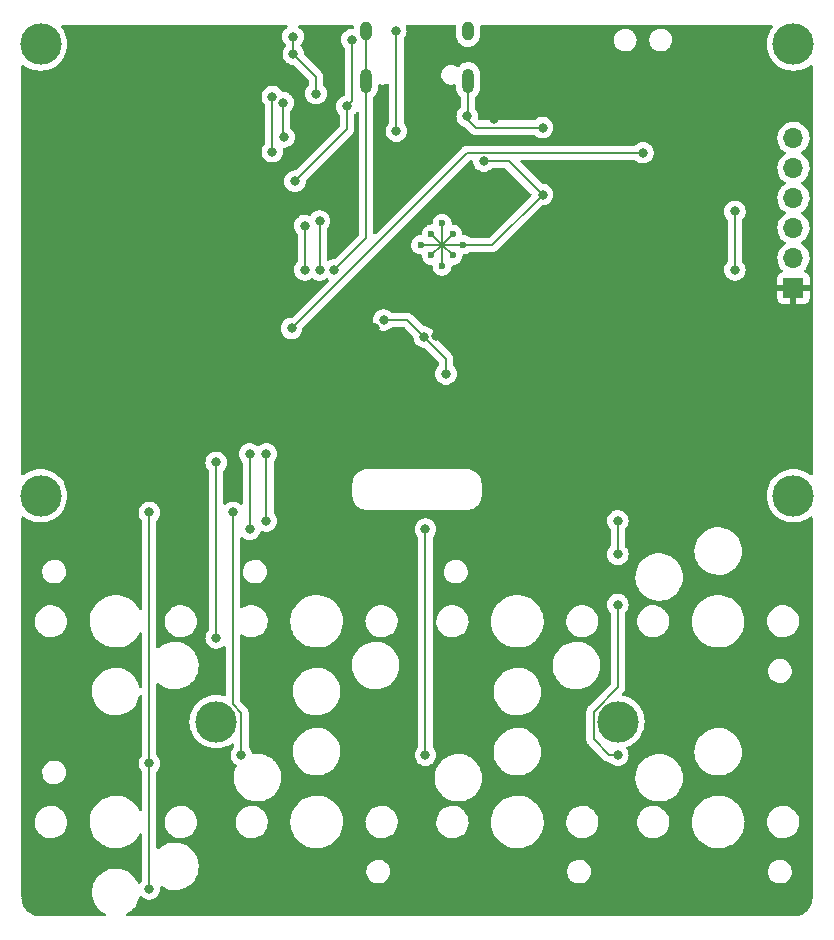
<source format=gbr>
%TF.GenerationSoftware,KiCad,Pcbnew,(6.0.4-0)*%
%TF.CreationDate,2023-04-02T18:55:50-05:00*%
%TF.ProjectId,noldaCoreRType,6e6f6c64-6143-46f7-9265-52547970652e,rev?*%
%TF.SameCoordinates,Original*%
%TF.FileFunction,Copper,L2,Bot*%
%TF.FilePolarity,Positive*%
%FSLAX46Y46*%
G04 Gerber Fmt 4.6, Leading zero omitted, Abs format (unit mm)*
G04 Created by KiCad (PCBNEW (6.0.4-0)) date 2023-04-02 18:55:50*
%MOMM*%
%LPD*%
G01*
G04 APERTURE LIST*
%TA.AperFunction,ComponentPad*%
%ADD10C,3.500000*%
%TD*%
%TA.AperFunction,ComponentPad*%
%ADD11O,1.000000X2.100000*%
%TD*%
%TA.AperFunction,ComponentPad*%
%ADD12O,1.000000X1.600000*%
%TD*%
%TA.AperFunction,ComponentPad*%
%ADD13C,0.600000*%
%TD*%
%TA.AperFunction,ComponentPad*%
%ADD14R,1.700000X1.700000*%
%TD*%
%TA.AperFunction,ComponentPad*%
%ADD15O,1.700000X1.700000*%
%TD*%
%TA.AperFunction,ViaPad*%
%ADD16C,0.800000*%
%TD*%
%TA.AperFunction,Conductor*%
%ADD17C,0.200000*%
%TD*%
G04 APERTURE END LIST*
D10*
%TO.P,H3,1,1*%
%TO.N,GND*%
X14874993Y-53124975D03*
%TD*%
%TO.P,H4,1,1*%
%TO.N,GND*%
X78624963Y-53124975D03*
%TD*%
%TO.P,H2,1,1*%
%TO.N,GND*%
X63749970Y-72249966D03*
%TD*%
D11*
%TO.P,J2,S1,SHIELD*%
%TO.N,GND*%
X51069978Y-17979993D03*
D12*
X51069978Y-13799993D03*
X42429978Y-13799993D03*
D11*
X42429978Y-17979993D03*
%TD*%
D10*
%TO.P,H1,1,1*%
%TO.N,GND*%
X29749986Y-72249966D03*
%TD*%
D13*
%TO.P,U3,57,GND*%
%TO.N,GND*%
X49776538Y-32776546D03*
X48874977Y-33678107D03*
X47973416Y-32776546D03*
X47071855Y-31874985D03*
X48874977Y-30071863D03*
X50678099Y-31874985D03*
X48874977Y-31874985D03*
X49776538Y-30973424D03*
X47973416Y-30973424D03*
%TD*%
D14*
%TO.P,J4,1,Pin_1*%
%TO.N,+3V3*%
X78624963Y-35538319D03*
D15*
%TO.P,J4,2,Pin_2*%
%TO.N,GND*%
X78624963Y-32998319D03*
%TO.P,J4,3,Pin_3*%
%TO.N,SWCLK*%
X78624963Y-30458319D03*
%TO.P,J4,4,Pin_4*%
%TO.N,SWD*%
X78624963Y-27918319D03*
%TO.P,J4,5,Pin_5*%
%TO.N,UART0_TX*%
X78624963Y-25378319D03*
%TO.P,J4,6,Pin_6*%
%TO.N,UART0_RX*%
X78624963Y-22838319D03*
%TD*%
D10*
%TO.P,H5,1,1*%
%TO.N,GND*%
X78624963Y-14874993D03*
%TD*%
%TO.P,H6,1,1*%
%TO.N,GND*%
X14874993Y-14874993D03*
%TD*%
D16*
%TO.N,GND*%
X39750000Y-34000000D03*
%TO.N,+BATT*%
X36275000Y-15725000D03*
X36250000Y-14250000D03*
%TO.N,+3V3*%
X55800000Y-36009500D03*
X44577922Y-25950100D03*
%TO.N,GND*%
X49200408Y-42825411D03*
X57374973Y-21958323D03*
%TO.N,+BATT*%
X38197495Y-19072504D03*
%TO.N,Net-(D2-Pad1)*%
X34500000Y-24000000D03*
X34500000Y-19333308D03*
%TO.N,Net-(D1-Pad1)*%
X35416650Y-19833324D03*
X35499994Y-22750000D03*
%TO.N,+3V3*%
X43208313Y-38958315D03*
%TO.N,GND*%
X57374973Y-27624987D03*
X52416642Y-24791655D03*
%TO.N,+3V3*%
X42499980Y-33999984D03*
%TO.N,/~{USB_BOOT}*%
X65874969Y-24083322D03*
X36124983Y-38958315D03*
%TO.N,GND*%
X43916646Y-38249982D03*
X47353278Y-39674499D03*
%TO.N,ROW_1*%
X24083322Y-86416626D03*
%TO.N,COL_3*%
X63749970Y-75083298D03*
X63749970Y-62333304D03*
X33999984Y-55249974D03*
X33999984Y-49583310D03*
X63749970Y-58083306D03*
X63749970Y-55249974D03*
%TO.N,COL_2*%
X47458311Y-75083298D03*
X32583318Y-55958307D03*
X47458311Y-55958307D03*
X32583318Y-49583310D03*
%TO.N,COL_0*%
X29749986Y-50291643D03*
X29749986Y-65166636D03*
%TO.N,COL_1*%
X31874985Y-75083298D03*
X31166652Y-54541641D03*
%TO.N,ROW_1*%
X24084809Y-54543128D03*
X24083322Y-75791631D03*
%TO.N,GND*%
X73666632Y-33999984D03*
X73666632Y-29041653D03*
%TO.N,Net-(C18-Pad2)*%
X36417365Y-26493954D03*
%TO.N,GND*%
X51000000Y-21000000D03*
X45000000Y-22250000D03*
X44950007Y-13799993D03*
%TO.N,Net-(C18-Pad2)*%
X40819520Y-20147861D03*
X41250000Y-14500000D03*
%TO.N,+3V3*%
X54773812Y-27476188D03*
X61000000Y-27250000D03*
X53250000Y-21250000D03*
X49000000Y-23750000D03*
%TO.N,QSPI_SD2*%
X38500000Y-34000000D03*
X38500000Y-29866714D03*
%TO.N,QSPI_SD1*%
X37250000Y-34000000D03*
X37250000Y-30250000D03*
%TO.N,+3V3*%
X34250000Y-31000000D03*
X48350000Y-39600000D03*
%TD*%
D17*
%TO.N,GND*%
X48874977Y-31874985D02*
X47973416Y-30973424D01*
X48874977Y-31874985D02*
X47071855Y-31874985D01*
X48874977Y-31874985D02*
X47973416Y-32776546D01*
X48874977Y-31874985D02*
X48874977Y-33678107D01*
X48874977Y-31874985D02*
X49776538Y-32776546D01*
X48874977Y-31874985D02*
X49776538Y-30973424D01*
X48874977Y-31874985D02*
X48874977Y-30071863D01*
X39750000Y-34000000D02*
X42429978Y-31320022D01*
X42429978Y-31320022D02*
X42429978Y-17979993D01*
%TO.N,+BATT*%
X36275000Y-14275000D02*
X36250000Y-14250000D01*
X36275000Y-15725000D02*
X36275000Y-14275000D01*
X36275000Y-15725000D02*
X38197495Y-17647495D01*
%TO.N,Net-(D1-Pad1)*%
X35416650Y-19833324D02*
X35416650Y-22666656D01*
X35416650Y-22666656D02*
X35499994Y-22750000D01*
%TO.N,GND*%
X48874977Y-31874985D02*
X53124975Y-31874985D01*
X53124975Y-31874985D02*
X57374973Y-27624987D01*
X49200408Y-42825411D02*
X49200408Y-41521629D01*
X49200408Y-41521629D02*
X47353278Y-39674499D01*
X57374973Y-21958323D02*
X51708309Y-21958323D01*
X51708309Y-21958323D02*
X51000000Y-21250014D01*
X51000000Y-21250014D02*
X51000000Y-21000000D01*
%TO.N,+BATT*%
X38197495Y-17647495D02*
X38197495Y-19072504D01*
%TO.N,Net-(D2-Pad1)*%
X34500000Y-19333308D02*
X34500000Y-24000000D01*
%TO.N,GND*%
X52416642Y-24791655D02*
X54541641Y-24791655D01*
X54541641Y-24791655D02*
X57374973Y-27624987D01*
%TO.N,/~{USB_BOOT}*%
X50999976Y-24083322D02*
X65874969Y-24083322D01*
X36124983Y-38958315D02*
X50999976Y-24083322D01*
%TO.N,GND*%
X47353278Y-39674499D02*
X45928761Y-38249982D01*
X45928761Y-38249982D02*
X43916646Y-38249982D01*
%TO.N,ROW_1*%
X24083322Y-86416626D02*
X24083322Y-75791631D01*
%TO.N,COL_3*%
X63041637Y-75083298D02*
X63749970Y-75083298D01*
X61700459Y-71401030D02*
X61700459Y-73742120D01*
X63749970Y-69351519D02*
X61700459Y-71401030D01*
X61700459Y-73742120D02*
X63041637Y-75083298D01*
X63749970Y-62333304D02*
X63749970Y-69351519D01*
X63749970Y-55249974D02*
X63749970Y-58083306D01*
X33999984Y-49583310D02*
X33999984Y-55249974D01*
%TO.N,COL_2*%
X32583318Y-49583310D02*
X32583318Y-55958307D01*
X47458311Y-55958307D02*
X47458311Y-75083298D01*
%TO.N,COL_0*%
X29749986Y-65166636D02*
X29749986Y-50291643D01*
%TO.N,COL_1*%
X31874985Y-71476518D02*
X31874985Y-75083298D01*
X31166652Y-70768185D02*
X31874985Y-71476518D01*
X31166652Y-54541641D02*
X31166652Y-70768185D01*
%TO.N,ROW_1*%
X24083322Y-54544615D02*
X24083322Y-75791631D01*
X24084809Y-54543128D02*
X24083322Y-54544615D01*
%TO.N,GND*%
X73666632Y-29041653D02*
X73666632Y-33999984D01*
%TO.N,Net-(C18-Pad2)*%
X40819520Y-22091799D02*
X36417365Y-26493954D01*
X40819520Y-20147861D02*
X40819520Y-22091799D01*
%TO.N,GND*%
X51000000Y-21000000D02*
X51069978Y-20930022D01*
X51069978Y-20930022D02*
X51069978Y-17979993D01*
X45000000Y-22250000D02*
X45000000Y-13849986D01*
X45000000Y-13849986D02*
X44950007Y-13799993D01*
%TO.N,Net-(C18-Pad2)*%
X41250000Y-14500000D02*
X41250000Y-19717381D01*
X41250000Y-19717381D02*
X40819520Y-20147861D01*
%TO.N,GND*%
X42429978Y-13799993D02*
X42429978Y-17979993D01*
%TO.N,QSPI_SD2*%
X38500000Y-29866714D02*
X38500000Y-34000000D01*
%TO.N,QSPI_SD1*%
X37250000Y-30250000D02*
X37250000Y-34000000D01*
%TD*%
%TA.AperFunction,Conductor*%
%TO.N,+3V3*%
G36*
X35749392Y-13278496D02*
G01*
X35795885Y-13332152D01*
X35805989Y-13402426D01*
X35776495Y-13467006D01*
X35755334Y-13486429D01*
X35638747Y-13571134D01*
X35634326Y-13576044D01*
X35634325Y-13576045D01*
X35521415Y-13701445D01*
X35510960Y-13713056D01*
X35415473Y-13878444D01*
X35356458Y-14060072D01*
X35355768Y-14066633D01*
X35355768Y-14066635D01*
X35346295Y-14156766D01*
X35336496Y-14250000D01*
X35337186Y-14256565D01*
X35355036Y-14426394D01*
X35356458Y-14439928D01*
X35415473Y-14621556D01*
X35510960Y-14786944D01*
X35515375Y-14791847D01*
X35515379Y-14791852D01*
X35628128Y-14917073D01*
X35658846Y-14981080D01*
X35650081Y-15051534D01*
X35628128Y-15085693D01*
X35535960Y-15188056D01*
X35511576Y-15230290D01*
X35448688Y-15339216D01*
X35440473Y-15353444D01*
X35381458Y-15535072D01*
X35361496Y-15725000D01*
X35381458Y-15914928D01*
X35440473Y-16096556D01*
X35535960Y-16261944D01*
X35663747Y-16403866D01*
X35757981Y-16472331D01*
X35780460Y-16488663D01*
X35818248Y-16516118D01*
X35824276Y-16518802D01*
X35824278Y-16518803D01*
X35986681Y-16591109D01*
X35992712Y-16593794D01*
X36086113Y-16613647D01*
X36173056Y-16632128D01*
X36173061Y-16632128D01*
X36179513Y-16633500D01*
X36270761Y-16633500D01*
X36338882Y-16653502D01*
X36359856Y-16670405D01*
X37552090Y-17862639D01*
X37586116Y-17924951D01*
X37588995Y-17951734D01*
X37588995Y-18342214D01*
X37568993Y-18410335D01*
X37556631Y-18426524D01*
X37458455Y-18535560D01*
X37362968Y-18700948D01*
X37303953Y-18882576D01*
X37303263Y-18889137D01*
X37303263Y-18889139D01*
X37284681Y-19065939D01*
X37283991Y-19072504D01*
X37284681Y-19079069D01*
X37302022Y-19244055D01*
X37303953Y-19262432D01*
X37362968Y-19444060D01*
X37366271Y-19449782D01*
X37366272Y-19449783D01*
X37373192Y-19461768D01*
X37458455Y-19609448D01*
X37586242Y-19751370D01*
X37685338Y-19823368D01*
X37699042Y-19833324D01*
X37740743Y-19863622D01*
X37746771Y-19866306D01*
X37746773Y-19866307D01*
X37909176Y-19938613D01*
X37915207Y-19941298D01*
X37993468Y-19957933D01*
X38095551Y-19979632D01*
X38095556Y-19979632D01*
X38102008Y-19981004D01*
X38292982Y-19981004D01*
X38299434Y-19979632D01*
X38299439Y-19979632D01*
X38401522Y-19957933D01*
X38479783Y-19941298D01*
X38485814Y-19938613D01*
X38648217Y-19866307D01*
X38648219Y-19866306D01*
X38654247Y-19863622D01*
X38695949Y-19833324D01*
X38709652Y-19823368D01*
X38808748Y-19751370D01*
X38936535Y-19609448D01*
X39021798Y-19461768D01*
X39028718Y-19449783D01*
X39028719Y-19449782D01*
X39032022Y-19444060D01*
X39091037Y-19262432D01*
X39092969Y-19244055D01*
X39110309Y-19079069D01*
X39110999Y-19072504D01*
X39110309Y-19065939D01*
X39091727Y-18889139D01*
X39091727Y-18889137D01*
X39091037Y-18882576D01*
X39032022Y-18700948D01*
X38936535Y-18535560D01*
X38838359Y-18426524D01*
X38807641Y-18362517D01*
X38805995Y-18342214D01*
X38805995Y-17695639D01*
X38807073Y-17679193D01*
X38810168Y-17655683D01*
X38811246Y-17647495D01*
X38790333Y-17488645D01*
X38729019Y-17340619D01*
X38655973Y-17245424D01*
X38655969Y-17245420D01*
X38655966Y-17245416D01*
X38636511Y-17220061D01*
X38636508Y-17220058D01*
X38631482Y-17213508D01*
X38624927Y-17208478D01*
X38606116Y-17194043D01*
X38593725Y-17183176D01*
X37224719Y-15814170D01*
X37190693Y-15751858D01*
X37188159Y-15728284D01*
X37188504Y-15725000D01*
X37168542Y-15535072D01*
X37109527Y-15353444D01*
X37101313Y-15339216D01*
X37038424Y-15230290D01*
X37014040Y-15188056D01*
X37005765Y-15178866D01*
X36915864Y-15079020D01*
X36885146Y-15015013D01*
X36883500Y-14994710D01*
X36883500Y-14952524D01*
X36903502Y-14884403D01*
X36915858Y-14868221D01*
X36989040Y-14786944D01*
X37084527Y-14621556D01*
X37143542Y-14439928D01*
X37144965Y-14426394D01*
X37162814Y-14256565D01*
X37163504Y-14250000D01*
X37153705Y-14156766D01*
X37144232Y-14066635D01*
X37144232Y-14066633D01*
X37143542Y-14060072D01*
X37084527Y-13878444D01*
X36989040Y-13713056D01*
X36978586Y-13701445D01*
X36865675Y-13576045D01*
X36865674Y-13576044D01*
X36861253Y-13571134D01*
X36744667Y-13486429D01*
X36701314Y-13430208D01*
X36695239Y-13359472D01*
X36728370Y-13296680D01*
X36790190Y-13261768D01*
X36818729Y-13258494D01*
X41301275Y-13258494D01*
X41369396Y-13278496D01*
X41415889Y-13332152D01*
X41426490Y-13398540D01*
X41422938Y-13430208D01*
X41421478Y-13443220D01*
X41421478Y-13465500D01*
X41401476Y-13533621D01*
X41347820Y-13580114D01*
X41295478Y-13591500D01*
X41154513Y-13591500D01*
X41148061Y-13592872D01*
X41148056Y-13592872D01*
X41078524Y-13607652D01*
X40967712Y-13631206D01*
X40961682Y-13633891D01*
X40961681Y-13633891D01*
X40799278Y-13706197D01*
X40799276Y-13706198D01*
X40793248Y-13708882D01*
X40787907Y-13712762D01*
X40787906Y-13712763D01*
X40750573Y-13739887D01*
X40638747Y-13821134D01*
X40634326Y-13826044D01*
X40634325Y-13826045D01*
X40520448Y-13952519D01*
X40510960Y-13963056D01*
X40415473Y-14128444D01*
X40356458Y-14310072D01*
X40355768Y-14316633D01*
X40355768Y-14316635D01*
X40342810Y-14439928D01*
X40336496Y-14500000D01*
X40337186Y-14506565D01*
X40352824Y-14655348D01*
X40356458Y-14689928D01*
X40415473Y-14871556D01*
X40510960Y-15036944D01*
X40515378Y-15041851D01*
X40515379Y-15041852D01*
X40609136Y-15145980D01*
X40639854Y-15209987D01*
X40641500Y-15230290D01*
X40641500Y-19154871D01*
X40621498Y-19222992D01*
X40567842Y-19269485D01*
X40549893Y-19275411D01*
X40549972Y-19275653D01*
X40543688Y-19277695D01*
X40537232Y-19279067D01*
X40531202Y-19281752D01*
X40531201Y-19281752D01*
X40368798Y-19354058D01*
X40368796Y-19354059D01*
X40362768Y-19356743D01*
X40208267Y-19468995D01*
X40203846Y-19473905D01*
X40203845Y-19473906D01*
X40153776Y-19529514D01*
X40080480Y-19610917D01*
X39984993Y-19776305D01*
X39925978Y-19957933D01*
X39925288Y-19964494D01*
X39925288Y-19964496D01*
X39919113Y-20023252D01*
X39906016Y-20147861D01*
X39906706Y-20154426D01*
X39924744Y-20326045D01*
X39925978Y-20337789D01*
X39984993Y-20519417D01*
X40080480Y-20684805D01*
X40084898Y-20689712D01*
X40084899Y-20689713D01*
X40178656Y-20793841D01*
X40209374Y-20857848D01*
X40211020Y-20878151D01*
X40211020Y-21787560D01*
X40191018Y-21855681D01*
X40174115Y-21876655D01*
X36502221Y-25548549D01*
X36439909Y-25582575D01*
X36413126Y-25585454D01*
X36321878Y-25585454D01*
X36315426Y-25586826D01*
X36315421Y-25586826D01*
X36228477Y-25605307D01*
X36135077Y-25625160D01*
X36129047Y-25627845D01*
X36129046Y-25627845D01*
X35966643Y-25700151D01*
X35966641Y-25700152D01*
X35960613Y-25702836D01*
X35806112Y-25815088D01*
X35801691Y-25819998D01*
X35801690Y-25819999D01*
X35752009Y-25875176D01*
X35678325Y-25957010D01*
X35582838Y-26122398D01*
X35523823Y-26304026D01*
X35503861Y-26493954D01*
X35504551Y-26500519D01*
X35521231Y-26659216D01*
X35523823Y-26683882D01*
X35582838Y-26865510D01*
X35678325Y-27030898D01*
X35682743Y-27035805D01*
X35682744Y-27035806D01*
X35732383Y-27090936D01*
X35806112Y-27172820D01*
X35899568Y-27240720D01*
X35945593Y-27274159D01*
X35960613Y-27285072D01*
X35966641Y-27287756D01*
X35966643Y-27287757D01*
X36129046Y-27360063D01*
X36135077Y-27362748D01*
X36228478Y-27382601D01*
X36315421Y-27401082D01*
X36315426Y-27401082D01*
X36321878Y-27402454D01*
X36512852Y-27402454D01*
X36519304Y-27401082D01*
X36519309Y-27401082D01*
X36606252Y-27382601D01*
X36699653Y-27362748D01*
X36705684Y-27360063D01*
X36868087Y-27287757D01*
X36868089Y-27287756D01*
X36874117Y-27285072D01*
X36889138Y-27274159D01*
X36935162Y-27240720D01*
X37028618Y-27172820D01*
X37102347Y-27090936D01*
X37151986Y-27035806D01*
X37151987Y-27035805D01*
X37156405Y-27030898D01*
X37251892Y-26865510D01*
X37310907Y-26683882D01*
X37313500Y-26659216D01*
X37330179Y-26500519D01*
X37330869Y-26493954D01*
X37330681Y-26492168D01*
X37350181Y-26425758D01*
X37367084Y-26404784D01*
X41215754Y-22556114D01*
X41228145Y-22545247D01*
X41246957Y-22530812D01*
X41253507Y-22525786D01*
X41277994Y-22493874D01*
X41278000Y-22493868D01*
X41337133Y-22416802D01*
X41337135Y-22416800D01*
X41346012Y-22405231D01*
X41351044Y-22398674D01*
X41412358Y-22250649D01*
X41428020Y-22131684D01*
X41428020Y-22131677D01*
X41433270Y-22091799D01*
X41429098Y-22060106D01*
X41428020Y-22043663D01*
X41428020Y-20878151D01*
X41448022Y-20810030D01*
X41460384Y-20793841D01*
X41554141Y-20689713D01*
X41554142Y-20689712D01*
X41558560Y-20684805D01*
X41586359Y-20636656D01*
X41637742Y-20587663D01*
X41707455Y-20574227D01*
X41773366Y-20600614D01*
X41814548Y-20658446D01*
X41821478Y-20699656D01*
X41821478Y-31015783D01*
X41801476Y-31083904D01*
X41784573Y-31104878D01*
X39834856Y-33054595D01*
X39772544Y-33088621D01*
X39745761Y-33091500D01*
X39654513Y-33091500D01*
X39648061Y-33092872D01*
X39648056Y-33092872D01*
X39562133Y-33111136D01*
X39467712Y-33131206D01*
X39461682Y-33133891D01*
X39461681Y-33133891D01*
X39299278Y-33206197D01*
X39299276Y-33206198D01*
X39293248Y-33208882D01*
X39292996Y-33208315D01*
X39228510Y-33223963D01*
X39161417Y-33200745D01*
X39117528Y-33144940D01*
X39108500Y-33098105D01*
X39108500Y-30597004D01*
X39128502Y-30528883D01*
X39140864Y-30512694D01*
X39234621Y-30408566D01*
X39234622Y-30408565D01*
X39239040Y-30403658D01*
X39327755Y-30250000D01*
X39331223Y-30243993D01*
X39331224Y-30243992D01*
X39334527Y-30238270D01*
X39393542Y-30056642D01*
X39401290Y-29982929D01*
X39412814Y-29873279D01*
X39413504Y-29866714D01*
X39403543Y-29771943D01*
X39394232Y-29683349D01*
X39394232Y-29683347D01*
X39393542Y-29676786D01*
X39334527Y-29495158D01*
X39315020Y-29461370D01*
X39270287Y-29383891D01*
X39239040Y-29329770D01*
X39216581Y-29304826D01*
X39115675Y-29192759D01*
X39115674Y-29192758D01*
X39111253Y-29187848D01*
X38956752Y-29075596D01*
X38950724Y-29072912D01*
X38950722Y-29072911D01*
X38788319Y-29000605D01*
X38788318Y-29000605D01*
X38782288Y-28997920D01*
X38688887Y-28978067D01*
X38601944Y-28959586D01*
X38601939Y-28959586D01*
X38595487Y-28958214D01*
X38404513Y-28958214D01*
X38398061Y-28959586D01*
X38398056Y-28959586D01*
X38311113Y-28978067D01*
X38217712Y-28997920D01*
X38211682Y-29000605D01*
X38211681Y-29000605D01*
X38049278Y-29072911D01*
X38049276Y-29072912D01*
X38043248Y-29075596D01*
X37888747Y-29187848D01*
X37884326Y-29192758D01*
X37884325Y-29192759D01*
X37783420Y-29304826D01*
X37760960Y-29329770D01*
X37755415Y-29339375D01*
X37747301Y-29353428D01*
X37695918Y-29402421D01*
X37626205Y-29415857D01*
X37586934Y-29405535D01*
X37538323Y-29383892D01*
X37538315Y-29383889D01*
X37532288Y-29381206D01*
X37401604Y-29353428D01*
X37351944Y-29342872D01*
X37351939Y-29342872D01*
X37345487Y-29341500D01*
X37154513Y-29341500D01*
X37148061Y-29342872D01*
X37148056Y-29342872D01*
X37098396Y-29353428D01*
X36967712Y-29381206D01*
X36961682Y-29383891D01*
X36961681Y-29383891D01*
X36799278Y-29456197D01*
X36799276Y-29456198D01*
X36793248Y-29458882D01*
X36787907Y-29462762D01*
X36787906Y-29462763D01*
X36743319Y-29495158D01*
X36638747Y-29571134D01*
X36634326Y-29576044D01*
X36634325Y-29576045D01*
X36543618Y-29676786D01*
X36510960Y-29713056D01*
X36415473Y-29878444D01*
X36356458Y-30060072D01*
X36355768Y-30066633D01*
X36355768Y-30066635D01*
X36340908Y-30208026D01*
X36336496Y-30250000D01*
X36337186Y-30256565D01*
X36345145Y-30332286D01*
X36356458Y-30439928D01*
X36415473Y-30621556D01*
X36510960Y-30786944D01*
X36515378Y-30791851D01*
X36515379Y-30791852D01*
X36609136Y-30895980D01*
X36639854Y-30959987D01*
X36641500Y-30980290D01*
X36641500Y-33269710D01*
X36621498Y-33337831D01*
X36609136Y-33354020D01*
X36515379Y-33458148D01*
X36510960Y-33463056D01*
X36490260Y-33498910D01*
X36421042Y-33618799D01*
X36415473Y-33628444D01*
X36356458Y-33810072D01*
X36355768Y-33816633D01*
X36355768Y-33816635D01*
X36339412Y-33972257D01*
X36336496Y-34000000D01*
X36337186Y-34006565D01*
X36355767Y-34183349D01*
X36356458Y-34189928D01*
X36415473Y-34371556D01*
X36418776Y-34377278D01*
X36418777Y-34377279D01*
X36442896Y-34419054D01*
X36510960Y-34536944D01*
X36515378Y-34541851D01*
X36515379Y-34541852D01*
X36555100Y-34585967D01*
X36638747Y-34678866D01*
X36793248Y-34791118D01*
X36799276Y-34793802D01*
X36799278Y-34793803D01*
X36888999Y-34833749D01*
X36967712Y-34868794D01*
X37061113Y-34888647D01*
X37148056Y-34907128D01*
X37148061Y-34907128D01*
X37154513Y-34908500D01*
X37345487Y-34908500D01*
X37351939Y-34907128D01*
X37351944Y-34907128D01*
X37438887Y-34888647D01*
X37532288Y-34868794D01*
X37611001Y-34833749D01*
X37700722Y-34793803D01*
X37700724Y-34793802D01*
X37706752Y-34791118D01*
X37800939Y-34722687D01*
X37867807Y-34698828D01*
X37936958Y-34714909D01*
X37949061Y-34722687D01*
X38043248Y-34791118D01*
X38049276Y-34793802D01*
X38049278Y-34793803D01*
X38138999Y-34833749D01*
X38217712Y-34868794D01*
X38311113Y-34888647D01*
X38398056Y-34907128D01*
X38398061Y-34907128D01*
X38404513Y-34908500D01*
X38595487Y-34908500D01*
X38601939Y-34907128D01*
X38601944Y-34907128D01*
X38688887Y-34888647D01*
X38782288Y-34868794D01*
X38861001Y-34833749D01*
X38950722Y-34793803D01*
X38950724Y-34793802D01*
X38956752Y-34791118D01*
X39050939Y-34722687D01*
X39117807Y-34698828D01*
X39186958Y-34714909D01*
X39199061Y-34722687D01*
X39254047Y-34762637D01*
X39297401Y-34818860D01*
X39303476Y-34889596D01*
X39269081Y-34953668D01*
X36209839Y-38012910D01*
X36147527Y-38046936D01*
X36120744Y-38049815D01*
X36029496Y-38049815D01*
X36023044Y-38051187D01*
X36023039Y-38051187D01*
X35950449Y-38066617D01*
X35842695Y-38089521D01*
X35836665Y-38092206D01*
X35836664Y-38092206D01*
X35674261Y-38164512D01*
X35674259Y-38164513D01*
X35668231Y-38167197D01*
X35513730Y-38279449D01*
X35385943Y-38421371D01*
X35290456Y-38586759D01*
X35231441Y-38768387D01*
X35230751Y-38774948D01*
X35230751Y-38774950D01*
X35221972Y-38858482D01*
X35211479Y-38958315D01*
X35212169Y-38964880D01*
X35230318Y-39137555D01*
X35231441Y-39148243D01*
X35290456Y-39329871D01*
X35385943Y-39495259D01*
X35513730Y-39637181D01*
X35668231Y-39749433D01*
X35674259Y-39752117D01*
X35674261Y-39752118D01*
X35836664Y-39824424D01*
X35842695Y-39827109D01*
X35936096Y-39846962D01*
X36023039Y-39865443D01*
X36023044Y-39865443D01*
X36029496Y-39866815D01*
X36220470Y-39866815D01*
X36226922Y-39865443D01*
X36226927Y-39865443D01*
X36313870Y-39846962D01*
X36407271Y-39827109D01*
X36413302Y-39824424D01*
X36575705Y-39752118D01*
X36575707Y-39752117D01*
X36581735Y-39749433D01*
X36736236Y-39637181D01*
X36864023Y-39495259D01*
X36959510Y-39329871D01*
X37018525Y-39148243D01*
X37019649Y-39137555D01*
X37037797Y-38964880D01*
X37038487Y-38958315D01*
X37038299Y-38956529D01*
X37057799Y-38890119D01*
X37074702Y-38869145D01*
X37693865Y-38249982D01*
X43003142Y-38249982D01*
X43003832Y-38256547D01*
X43020640Y-38416463D01*
X43023104Y-38439910D01*
X43082119Y-38621538D01*
X43177606Y-38786926D01*
X43182024Y-38791833D01*
X43182025Y-38791834D01*
X43279572Y-38900171D01*
X43305393Y-38928848D01*
X43459894Y-39041100D01*
X43465922Y-39043784D01*
X43465924Y-39043785D01*
X43628327Y-39116091D01*
X43634358Y-39118776D01*
X43699616Y-39132647D01*
X43814702Y-39157110D01*
X43814707Y-39157110D01*
X43821159Y-39158482D01*
X44012133Y-39158482D01*
X44018585Y-39157110D01*
X44018590Y-39157110D01*
X44133676Y-39132647D01*
X44198934Y-39118776D01*
X44204965Y-39116091D01*
X44367368Y-39043785D01*
X44367370Y-39043784D01*
X44373398Y-39041100D01*
X44527899Y-38928848D01*
X44553720Y-38900171D01*
X44614166Y-38862932D01*
X44647356Y-38858482D01*
X45624522Y-38858482D01*
X45692643Y-38878484D01*
X45713617Y-38895387D01*
X46403559Y-39585329D01*
X46437585Y-39647641D01*
X46440119Y-39671215D01*
X46439774Y-39674499D01*
X46440464Y-39681064D01*
X46455532Y-39824424D01*
X46459736Y-39864427D01*
X46518751Y-40046055D01*
X46614238Y-40211443D01*
X46742025Y-40353365D01*
X46896526Y-40465617D01*
X46902554Y-40468301D01*
X46902556Y-40468302D01*
X47064959Y-40540608D01*
X47070990Y-40543293D01*
X47164391Y-40563146D01*
X47251334Y-40581627D01*
X47251339Y-40581627D01*
X47257791Y-40582999D01*
X47349039Y-40582999D01*
X47417160Y-40603001D01*
X47438134Y-40619904D01*
X48555003Y-41736773D01*
X48589029Y-41799085D01*
X48591908Y-41825868D01*
X48591908Y-42095121D01*
X48571906Y-42163242D01*
X48559544Y-42179431D01*
X48461368Y-42288467D01*
X48365881Y-42453855D01*
X48306866Y-42635483D01*
X48286904Y-42825411D01*
X48306866Y-43015339D01*
X48365881Y-43196967D01*
X48461368Y-43362355D01*
X48589155Y-43504277D01*
X48743656Y-43616529D01*
X48749684Y-43619213D01*
X48749686Y-43619214D01*
X48912089Y-43691520D01*
X48918120Y-43694205D01*
X49011521Y-43714058D01*
X49098464Y-43732539D01*
X49098469Y-43732539D01*
X49104921Y-43733911D01*
X49295895Y-43733911D01*
X49302347Y-43732539D01*
X49302352Y-43732539D01*
X49389295Y-43714058D01*
X49482696Y-43694205D01*
X49488727Y-43691520D01*
X49651130Y-43619214D01*
X49651132Y-43619213D01*
X49657160Y-43616529D01*
X49811661Y-43504277D01*
X49939448Y-43362355D01*
X50034935Y-43196967D01*
X50093950Y-43015339D01*
X50113912Y-42825411D01*
X50093950Y-42635483D01*
X50034935Y-42453855D01*
X49939448Y-42288467D01*
X49841272Y-42179431D01*
X49810554Y-42115424D01*
X49808908Y-42095121D01*
X49808908Y-41569765D01*
X49809986Y-41553319D01*
X49813080Y-41529817D01*
X49814158Y-41521629D01*
X49808908Y-41481751D01*
X49808908Y-41481744D01*
X49793246Y-41362779D01*
X49731932Y-41214754D01*
X49726905Y-41208203D01*
X49726903Y-41208199D01*
X49712130Y-41188947D01*
X49658891Y-41119565D01*
X49658885Y-41119557D01*
X49658882Y-41119554D01*
X49634395Y-41087642D01*
X49627840Y-41082612D01*
X49609029Y-41068177D01*
X49596638Y-41057310D01*
X48302997Y-39763669D01*
X48268971Y-39701357D01*
X48266437Y-39677783D01*
X48266782Y-39674499D01*
X48248459Y-39500167D01*
X48247510Y-39491134D01*
X48247510Y-39491132D01*
X48246820Y-39484571D01*
X48187805Y-39302943D01*
X48092318Y-39137555D01*
X48075410Y-39118776D01*
X47968953Y-39000544D01*
X47968952Y-39000543D01*
X47964531Y-38995633D01*
X47847213Y-38910396D01*
X47815372Y-38887262D01*
X47815371Y-38887261D01*
X47810030Y-38883381D01*
X47804002Y-38880697D01*
X47804000Y-38880696D01*
X47641597Y-38808390D01*
X47641596Y-38808390D01*
X47635566Y-38805705D01*
X47542166Y-38785852D01*
X47455222Y-38767371D01*
X47455217Y-38767371D01*
X47448765Y-38765999D01*
X47357517Y-38765999D01*
X47289396Y-38745997D01*
X47268422Y-38729094D01*
X46393076Y-37853748D01*
X46382209Y-37841357D01*
X46367774Y-37822545D01*
X46362748Y-37815995D01*
X46330836Y-37791508D01*
X46330833Y-37791505D01*
X46235637Y-37718458D01*
X46087612Y-37657144D01*
X46079425Y-37656066D01*
X46079424Y-37656066D01*
X46068219Y-37654591D01*
X46037023Y-37650484D01*
X45968646Y-37641482D01*
X45968643Y-37641482D01*
X45968635Y-37641481D01*
X45936950Y-37637310D01*
X45928761Y-37636232D01*
X45897068Y-37640404D01*
X45880625Y-37641482D01*
X44647356Y-37641482D01*
X44579235Y-37621480D01*
X44553720Y-37599793D01*
X44532314Y-37576019D01*
X44532312Y-37576018D01*
X44527899Y-37571116D01*
X44373398Y-37458864D01*
X44367370Y-37456180D01*
X44367368Y-37456179D01*
X44204965Y-37383873D01*
X44204964Y-37383873D01*
X44198934Y-37381188D01*
X44105533Y-37361335D01*
X44018590Y-37342854D01*
X44018585Y-37342854D01*
X44012133Y-37341482D01*
X43821159Y-37341482D01*
X43814707Y-37342854D01*
X43814702Y-37342854D01*
X43727759Y-37361335D01*
X43634358Y-37381188D01*
X43628328Y-37383873D01*
X43628327Y-37383873D01*
X43465924Y-37456179D01*
X43465922Y-37456180D01*
X43459894Y-37458864D01*
X43305393Y-37571116D01*
X43177606Y-37713038D01*
X43082119Y-37878426D01*
X43023104Y-38060054D01*
X43003142Y-38249982D01*
X37693865Y-38249982D01*
X39510859Y-36432988D01*
X77266964Y-36432988D01*
X77267334Y-36439809D01*
X77272858Y-36490671D01*
X77276484Y-36505923D01*
X77321639Y-36626373D01*
X77330177Y-36641968D01*
X77406678Y-36744043D01*
X77419239Y-36756604D01*
X77521314Y-36833105D01*
X77536909Y-36841643D01*
X77657357Y-36886797D01*
X77672612Y-36890424D01*
X77723477Y-36895950D01*
X77730291Y-36896319D01*
X78352848Y-36896319D01*
X78368087Y-36891844D01*
X78369292Y-36890454D01*
X78370963Y-36882771D01*
X78370963Y-36878203D01*
X78878963Y-36878203D01*
X78883438Y-36893442D01*
X78884828Y-36894647D01*
X78892511Y-36896318D01*
X79519632Y-36896318D01*
X79526453Y-36895948D01*
X79577315Y-36890424D01*
X79592567Y-36886798D01*
X79713017Y-36841643D01*
X79728612Y-36833105D01*
X79830687Y-36756604D01*
X79843248Y-36744043D01*
X79919749Y-36641968D01*
X79928287Y-36626373D01*
X79973441Y-36505925D01*
X79977068Y-36490670D01*
X79982594Y-36439805D01*
X79982963Y-36432991D01*
X79982963Y-35810434D01*
X79978488Y-35795195D01*
X79977098Y-35793990D01*
X79969415Y-35792319D01*
X78897078Y-35792319D01*
X78881839Y-35796794D01*
X78880634Y-35798184D01*
X78878963Y-35805867D01*
X78878963Y-36878203D01*
X78370963Y-36878203D01*
X78370963Y-35810434D01*
X78366488Y-35795195D01*
X78365098Y-35793990D01*
X78357415Y-35792319D01*
X77285079Y-35792319D01*
X77269840Y-35796794D01*
X77268635Y-35798184D01*
X77266964Y-35805867D01*
X77266964Y-36432988D01*
X39510859Y-36432988D01*
X51215120Y-24728727D01*
X51277432Y-24694701D01*
X51304215Y-24691822D01*
X51379194Y-24691822D01*
X51447315Y-24711824D01*
X51493808Y-24765480D01*
X51504504Y-24804652D01*
X51518627Y-24939021D01*
X51523100Y-24981583D01*
X51582115Y-25163211D01*
X51677602Y-25328599D01*
X51682020Y-25333506D01*
X51682021Y-25333507D01*
X51779568Y-25441844D01*
X51805389Y-25470521D01*
X51904485Y-25542519D01*
X51939604Y-25568034D01*
X51959890Y-25582773D01*
X51965918Y-25585457D01*
X51965920Y-25585458D01*
X52128323Y-25657764D01*
X52134354Y-25660449D01*
X52227754Y-25680302D01*
X52314698Y-25698783D01*
X52314703Y-25698783D01*
X52321155Y-25700155D01*
X52512129Y-25700155D01*
X52518581Y-25698783D01*
X52518586Y-25698783D01*
X52605529Y-25680302D01*
X52698930Y-25660449D01*
X52704961Y-25657764D01*
X52867364Y-25585458D01*
X52867366Y-25585457D01*
X52873394Y-25582773D01*
X52893681Y-25568034D01*
X53006313Y-25486201D01*
X53027895Y-25470521D01*
X53053716Y-25441844D01*
X53114162Y-25404605D01*
X53147352Y-25400155D01*
X54237402Y-25400155D01*
X54305523Y-25420157D01*
X54326497Y-25437060D01*
X56425254Y-27535817D01*
X56459280Y-27598129D01*
X56461814Y-27621703D01*
X56461469Y-27624987D01*
X56461657Y-27626773D01*
X56442157Y-27693183D01*
X56425254Y-27714157D01*
X52909831Y-31229580D01*
X52847519Y-31263606D01*
X52820736Y-31266485D01*
X51262850Y-31266485D01*
X51194729Y-31246483D01*
X51190256Y-31243261D01*
X51187914Y-31240903D01*
X51176796Y-31233847D01*
X51098676Y-31184271D01*
X51034765Y-31143712D01*
X51005562Y-31133313D01*
X50870524Y-31085228D01*
X50870519Y-31085227D01*
X50863889Y-31082866D01*
X50856903Y-31082033D01*
X50856899Y-31082032D01*
X50768885Y-31071537D01*
X50698048Y-31063090D01*
X50632776Y-31035164D01*
X50592963Y-30976381D01*
X50587753Y-30952022D01*
X50578637Y-30870744D01*
X50569935Y-30793169D01*
X50567618Y-30786515D01*
X50512602Y-30628530D01*
X50512600Y-30628527D01*
X50510283Y-30621872D01*
X50414164Y-30468048D01*
X50409202Y-30463051D01*
X50291316Y-30344339D01*
X50291312Y-30344336D01*
X50286353Y-30339342D01*
X50275235Y-30332286D01*
X50227076Y-30301724D01*
X50133204Y-30242151D01*
X50037370Y-30208026D01*
X49968963Y-30183667D01*
X49968958Y-30183666D01*
X49962328Y-30181305D01*
X49955342Y-30180472D01*
X49955338Y-30180471D01*
X49867324Y-30169976D01*
X49796487Y-30161529D01*
X49731215Y-30133603D01*
X49691402Y-30074820D01*
X49686192Y-30050461D01*
X49686150Y-30050079D01*
X49668374Y-29891608D01*
X49666057Y-29884954D01*
X49611041Y-29726969D01*
X49611039Y-29726966D01*
X49608722Y-29720311D01*
X49533830Y-29600457D01*
X49516336Y-29572461D01*
X49512603Y-29566487D01*
X49498918Y-29552706D01*
X49389755Y-29442778D01*
X49389751Y-29442775D01*
X49384792Y-29437781D01*
X49373674Y-29430725D01*
X49299876Y-29383892D01*
X49231643Y-29340590D01*
X49191004Y-29326119D01*
X49067402Y-29282106D01*
X49067397Y-29282105D01*
X49060767Y-29279744D01*
X49053779Y-29278911D01*
X49053776Y-29278910D01*
X48930675Y-29264231D01*
X48880657Y-29258267D01*
X48873654Y-29259003D01*
X48873653Y-29259003D01*
X48707265Y-29276491D01*
X48707263Y-29276492D01*
X48700265Y-29277227D01*
X48528556Y-29335681D01*
X48514434Y-29344369D01*
X48380072Y-29427029D01*
X48380069Y-29427031D01*
X48374065Y-29430725D01*
X48369030Y-29435656D01*
X48369027Y-29435658D01*
X48314112Y-29489435D01*
X48244470Y-29557634D01*
X48219281Y-29596720D01*
X48150259Y-29703822D01*
X48146212Y-29710101D01*
X48143803Y-29716721D01*
X48143801Y-29716724D01*
X48118951Y-29784999D01*
X48084174Y-29880548D01*
X48083291Y-29887538D01*
X48062348Y-30053314D01*
X48033966Y-30118391D01*
X47974906Y-30157792D01*
X47950513Y-30162832D01*
X47805704Y-30178052D01*
X47805702Y-30178053D01*
X47798704Y-30178788D01*
X47626995Y-30237242D01*
X47595586Y-30256565D01*
X47478511Y-30328590D01*
X47478508Y-30328592D01*
X47472504Y-30332286D01*
X47467469Y-30337217D01*
X47467466Y-30337219D01*
X47356173Y-30446206D01*
X47342909Y-30459195D01*
X47244651Y-30611662D01*
X47242242Y-30618282D01*
X47242240Y-30618285D01*
X47195614Y-30746388D01*
X47182613Y-30782109D01*
X47181730Y-30789099D01*
X47160787Y-30954875D01*
X47132405Y-31019952D01*
X47073345Y-31059353D01*
X47048952Y-31064393D01*
X46904143Y-31079613D01*
X46904141Y-31079614D01*
X46897143Y-31080349D01*
X46725434Y-31138803D01*
X46719430Y-31142497D01*
X46576950Y-31230151D01*
X46576947Y-31230153D01*
X46570943Y-31233847D01*
X46565908Y-31238778D01*
X46565905Y-31238780D01*
X46446380Y-31355828D01*
X46441348Y-31360756D01*
X46343090Y-31513223D01*
X46340681Y-31519843D01*
X46340679Y-31519846D01*
X46301595Y-31627228D01*
X46281052Y-31683670D01*
X46258318Y-31863625D01*
X46276018Y-32044145D01*
X46333273Y-32216258D01*
X46336920Y-32222280D01*
X46336921Y-32222282D01*
X46419665Y-32358909D01*
X46427235Y-32371409D01*
X46432124Y-32376472D01*
X46432125Y-32376473D01*
X46508976Y-32456053D01*
X46553237Y-32501887D01*
X46705014Y-32601207D01*
X46711618Y-32603663D01*
X46711620Y-32603664D01*
X46868413Y-32661975D01*
X46868415Y-32661975D01*
X46875023Y-32664433D01*
X46995859Y-32680556D01*
X47054657Y-32688402D01*
X47119534Y-32717238D01*
X47158522Y-32776571D01*
X47163390Y-32800996D01*
X47177579Y-32945706D01*
X47234834Y-33117819D01*
X47238481Y-33123841D01*
X47238482Y-33123843D01*
X47299117Y-33223963D01*
X47328796Y-33272970D01*
X47333685Y-33278033D01*
X47333686Y-33278034D01*
X47391432Y-33337831D01*
X47454798Y-33403448D01*
X47606575Y-33502768D01*
X47613179Y-33505224D01*
X47613181Y-33505225D01*
X47769974Y-33563536D01*
X47769976Y-33563536D01*
X47776584Y-33565994D01*
X47897420Y-33582117D01*
X47956218Y-33589963D01*
X48021095Y-33618799D01*
X48060083Y-33678132D01*
X48064951Y-33702557D01*
X48079140Y-33847267D01*
X48136395Y-34019380D01*
X48140042Y-34025402D01*
X48140043Y-34025404D01*
X48191131Y-34109760D01*
X48230357Y-34174531D01*
X48235246Y-34179594D01*
X48235247Y-34179595D01*
X48288747Y-34234995D01*
X48356359Y-34305009D01*
X48362255Y-34308867D01*
X48458054Y-34371556D01*
X48508136Y-34404329D01*
X48514740Y-34406785D01*
X48514742Y-34406786D01*
X48671535Y-34465097D01*
X48671537Y-34465097D01*
X48678145Y-34467555D01*
X48761972Y-34478740D01*
X48850957Y-34490614D01*
X48850961Y-34490614D01*
X48857938Y-34491545D01*
X48864949Y-34490907D01*
X48864953Y-34490907D01*
X49007436Y-34477939D01*
X49038577Y-34475105D01*
X49045279Y-34472927D01*
X49045281Y-34472927D01*
X49204386Y-34421231D01*
X49204389Y-34421230D01*
X49211085Y-34419054D01*
X49356121Y-34332595D01*
X49360837Y-34329784D01*
X49360839Y-34329783D01*
X49366889Y-34326176D01*
X49498243Y-34201089D01*
X49598620Y-34050009D01*
X49617623Y-33999984D01*
X72753128Y-33999984D01*
X72753818Y-34006549D01*
X72772006Y-34179595D01*
X72773090Y-34189912D01*
X72832105Y-34371540D01*
X72927592Y-34536928D01*
X72932010Y-34541835D01*
X72932011Y-34541836D01*
X72958012Y-34570713D01*
X73055379Y-34678850D01*
X73209880Y-34791102D01*
X73215908Y-34793786D01*
X73215910Y-34793787D01*
X73305667Y-34833749D01*
X73384344Y-34868778D01*
X73477744Y-34888631D01*
X73564688Y-34907112D01*
X73564693Y-34907112D01*
X73571145Y-34908484D01*
X73762119Y-34908484D01*
X73768571Y-34907112D01*
X73768576Y-34907112D01*
X73855520Y-34888631D01*
X73948920Y-34868778D01*
X74027597Y-34833749D01*
X74117354Y-34793787D01*
X74117356Y-34793786D01*
X74123384Y-34791102D01*
X74277885Y-34678850D01*
X74375252Y-34570713D01*
X74401253Y-34541836D01*
X74401254Y-34541835D01*
X74405672Y-34536928D01*
X74501159Y-34371540D01*
X74560174Y-34189912D01*
X74561259Y-34179595D01*
X74579446Y-34006549D01*
X74580136Y-33999984D01*
X74578712Y-33986434D01*
X74560864Y-33816619D01*
X74560864Y-33816617D01*
X74560174Y-33810056D01*
X74501159Y-33628428D01*
X74405672Y-33463040D01*
X74352015Y-33403448D01*
X74307496Y-33354004D01*
X74276778Y-33289997D01*
X74275132Y-33269694D01*
X74275132Y-32965014D01*
X77262214Y-32965014D01*
X77262511Y-32970167D01*
X77262511Y-32970170D01*
X77273129Y-33154319D01*
X77275073Y-33188034D01*
X77276210Y-33193080D01*
X77276211Y-33193086D01*
X77300200Y-33299528D01*
X77324185Y-33405958D01*
X77361929Y-33498910D01*
X77398910Y-33589984D01*
X77408229Y-33612935D01*
X77524950Y-33803407D01*
X77671213Y-33972257D01*
X77675188Y-33975557D01*
X77675194Y-33975563D01*
X77680388Y-33979875D01*
X77720022Y-34038779D01*
X77721518Y-34109760D01*
X77684402Y-34170281D01*
X77644131Y-34194799D01*
X77536909Y-34234995D01*
X77521314Y-34243533D01*
X77419239Y-34320034D01*
X77406678Y-34332595D01*
X77330177Y-34434670D01*
X77321639Y-34450265D01*
X77276485Y-34570713D01*
X77272858Y-34585968D01*
X77267332Y-34636833D01*
X77266963Y-34643647D01*
X77266963Y-35266204D01*
X77271438Y-35281443D01*
X77272828Y-35282648D01*
X77280511Y-35284319D01*
X79964847Y-35284319D01*
X79980086Y-35279844D01*
X79981291Y-35278454D01*
X79982962Y-35270771D01*
X79982962Y-34643650D01*
X79982592Y-34636829D01*
X79977068Y-34585967D01*
X79973442Y-34570715D01*
X79928287Y-34450265D01*
X79919749Y-34434670D01*
X79843248Y-34332595D01*
X79830687Y-34320034D01*
X79728612Y-34243533D01*
X79713017Y-34234995D01*
X79602776Y-34193667D01*
X79546012Y-34151025D01*
X79521312Y-34084464D01*
X79536520Y-34015115D01*
X79558067Y-33986434D01*
X79659393Y-33885463D01*
X79659403Y-33885451D01*
X79663059Y-33881808D01*
X79719118Y-33803794D01*
X79790398Y-33704596D01*
X79793416Y-33700396D01*
X79804420Y-33678132D01*
X79890099Y-33504772D01*
X79890100Y-33504770D01*
X79892393Y-33500130D01*
X79947389Y-33319118D01*
X79955828Y-33291342D01*
X79955828Y-33291340D01*
X79957333Y-33286388D01*
X79986492Y-33064909D01*
X79988119Y-32998319D01*
X79969815Y-32775680D01*
X79915394Y-32559021D01*
X79826317Y-32354159D01*
X79786869Y-32293181D01*
X79707785Y-32170936D01*
X79707783Y-32170933D01*
X79704977Y-32166596D01*
X79554633Y-32001370D01*
X79550582Y-31998171D01*
X79550578Y-31998167D01*
X79383377Y-31866119D01*
X79383373Y-31866117D01*
X79379322Y-31862917D01*
X79338016Y-31840115D01*
X79288047Y-31789683D01*
X79273275Y-31720240D01*
X79298391Y-31653835D01*
X79325743Y-31627228D01*
X79369566Y-31595969D01*
X79504823Y-31499492D01*
X79663059Y-31341808D01*
X79722557Y-31259008D01*
X79790398Y-31164596D01*
X79793416Y-31160396D01*
X79805211Y-31136532D01*
X79890099Y-30964772D01*
X79890100Y-30964770D01*
X79892393Y-30960130D01*
X79945011Y-30786944D01*
X79955828Y-30751342D01*
X79955828Y-30751340D01*
X79957333Y-30746388D01*
X79986492Y-30524909D01*
X79986574Y-30521559D01*
X79988037Y-30461684D01*
X79988037Y-30461680D01*
X79988119Y-30458319D01*
X79969815Y-30235680D01*
X79915394Y-30019021D01*
X79826317Y-29814159D01*
X79764610Y-29718774D01*
X79707785Y-29630936D01*
X79707783Y-29630933D01*
X79704977Y-29626596D01*
X79554633Y-29461370D01*
X79550582Y-29458171D01*
X79550578Y-29458167D01*
X79383377Y-29326119D01*
X79383373Y-29326117D01*
X79379322Y-29322917D01*
X79338016Y-29300115D01*
X79288047Y-29249683D01*
X79273275Y-29180240D01*
X79298391Y-29113835D01*
X79325743Y-29087228D01*
X79389637Y-29041653D01*
X79504823Y-28959492D01*
X79663059Y-28801808D01*
X79722557Y-28719008D01*
X79790398Y-28624596D01*
X79793416Y-28620396D01*
X79818130Y-28570392D01*
X79890099Y-28424772D01*
X79890100Y-28424770D01*
X79892393Y-28420130D01*
X79957333Y-28206388D01*
X79986492Y-27984909D01*
X79988119Y-27918319D01*
X79969815Y-27695680D01*
X79915394Y-27479021D01*
X79826317Y-27274159D01*
X79757581Y-27167909D01*
X79707785Y-27090936D01*
X79707783Y-27090933D01*
X79704977Y-27086596D01*
X79554633Y-26921370D01*
X79550582Y-26918171D01*
X79550578Y-26918167D01*
X79383377Y-26786119D01*
X79383373Y-26786117D01*
X79379322Y-26782917D01*
X79338016Y-26760115D01*
X79288047Y-26709683D01*
X79273275Y-26640240D01*
X79298391Y-26573835D01*
X79325743Y-26547228D01*
X79391227Y-26500519D01*
X79504823Y-26419492D01*
X79519583Y-26404784D01*
X79659398Y-26265456D01*
X79663059Y-26261808D01*
X79722557Y-26179008D01*
X79790398Y-26084596D01*
X79793416Y-26080396D01*
X79856823Y-25952102D01*
X79890099Y-25884772D01*
X79890100Y-25884770D01*
X79892393Y-25880130D01*
X79957333Y-25666388D01*
X79986492Y-25444909D01*
X79987477Y-25404605D01*
X79988037Y-25381684D01*
X79988037Y-25381680D01*
X79988119Y-25378319D01*
X79969815Y-25155680D01*
X79915394Y-24939021D01*
X79826317Y-24734159D01*
X79786869Y-24673181D01*
X79707785Y-24550936D01*
X79707783Y-24550933D01*
X79704977Y-24546596D01*
X79554633Y-24381370D01*
X79550582Y-24378171D01*
X79550578Y-24378167D01*
X79383377Y-24246119D01*
X79383373Y-24246117D01*
X79379322Y-24242917D01*
X79338016Y-24220115D01*
X79288047Y-24169683D01*
X79273275Y-24100240D01*
X79298391Y-24033835D01*
X79325743Y-24007228D01*
X79369566Y-23975969D01*
X79504823Y-23879492D01*
X79663059Y-23721808D01*
X79722557Y-23639008D01*
X79790398Y-23544596D01*
X79793416Y-23540396D01*
X79825825Y-23474822D01*
X79890099Y-23344772D01*
X79890100Y-23344770D01*
X79892393Y-23340130D01*
X79947577Y-23158500D01*
X79955828Y-23131342D01*
X79955828Y-23131340D01*
X79957333Y-23126388D01*
X79986492Y-22904909D01*
X79988119Y-22838319D01*
X79969815Y-22615680D01*
X79915394Y-22399021D01*
X79826317Y-22194159D01*
X79704977Y-22006596D01*
X79554633Y-21841370D01*
X79550582Y-21838171D01*
X79550578Y-21838167D01*
X79383377Y-21706119D01*
X79383373Y-21706117D01*
X79379322Y-21702917D01*
X79183752Y-21594957D01*
X79178883Y-21593233D01*
X79178879Y-21593231D01*
X78978050Y-21522114D01*
X78978046Y-21522113D01*
X78973175Y-21520388D01*
X78968082Y-21519481D01*
X78968079Y-21519480D01*
X78758336Y-21482119D01*
X78758330Y-21482118D01*
X78753247Y-21481213D01*
X78679415Y-21480311D01*
X78535044Y-21478547D01*
X78535042Y-21478547D01*
X78529874Y-21478484D01*
X78309054Y-21512274D01*
X78096719Y-21581676D01*
X77898570Y-21684826D01*
X77894437Y-21687929D01*
X77894434Y-21687931D01*
X77757002Y-21791118D01*
X77719928Y-21818954D01*
X77565592Y-21980457D01*
X77439706Y-22164999D01*
X77403297Y-22243435D01*
X77363172Y-22329879D01*
X77345651Y-22367624D01*
X77285952Y-22582889D01*
X77262214Y-22805014D01*
X77262511Y-22810167D01*
X77262511Y-22810170D01*
X77269993Y-22939928D01*
X77275073Y-23028034D01*
X77276210Y-23033080D01*
X77276211Y-23033086D01*
X77294733Y-23115271D01*
X77324185Y-23245958D01*
X77362424Y-23340130D01*
X77396462Y-23423955D01*
X77408229Y-23452935D01*
X77458982Y-23535757D01*
X77515781Y-23628444D01*
X77524950Y-23643407D01*
X77671213Y-23812257D01*
X77843089Y-23954951D01*
X77908947Y-23993435D01*
X77916408Y-23997795D01*
X77965132Y-24049433D01*
X77978203Y-24119216D01*
X77951472Y-24184988D01*
X77911018Y-24218346D01*
X77898570Y-24224826D01*
X77894437Y-24227929D01*
X77894434Y-24227931D01*
X77724063Y-24355849D01*
X77719928Y-24358954D01*
X77565592Y-24520457D01*
X77439706Y-24704999D01*
X77401533Y-24787237D01*
X77364922Y-24866109D01*
X77345651Y-24907624D01*
X77285952Y-25122889D01*
X77262214Y-25345014D01*
X77262511Y-25350167D01*
X77262511Y-25350170D01*
X77274775Y-25562866D01*
X77275073Y-25568034D01*
X77276210Y-25573080D01*
X77276211Y-25573086D01*
X77279308Y-25586826D01*
X77324185Y-25785958D01*
X77408229Y-25992935D01*
X77524950Y-26183407D01*
X77671213Y-26352257D01*
X77747809Y-26415848D01*
X77833981Y-26487389D01*
X77843089Y-26494951D01*
X77852618Y-26500519D01*
X77916408Y-26537795D01*
X77965132Y-26589433D01*
X77978203Y-26659216D01*
X77951472Y-26724988D01*
X77911018Y-26758346D01*
X77898570Y-26764826D01*
X77894437Y-26767929D01*
X77894434Y-26767931D01*
X77724063Y-26895849D01*
X77719928Y-26898954D01*
X77716356Y-26902692D01*
X77599304Y-27025180D01*
X77565592Y-27060457D01*
X77562678Y-27064729D01*
X77562677Y-27064730D01*
X77492293Y-27167909D01*
X77439706Y-27244999D01*
X77392678Y-27346312D01*
X77354398Y-27428781D01*
X77345651Y-27447624D01*
X77285952Y-27662889D01*
X77285403Y-27668026D01*
X77284419Y-27677232D01*
X77262214Y-27885014D01*
X77262511Y-27890167D01*
X77262511Y-27890170D01*
X77274775Y-28102866D01*
X77275073Y-28108034D01*
X77276210Y-28113080D01*
X77276211Y-28113086D01*
X77287219Y-28161931D01*
X77324185Y-28325958D01*
X77360790Y-28416105D01*
X77399090Y-28510427D01*
X77408229Y-28532935D01*
X77524950Y-28723407D01*
X77671213Y-28892257D01*
X77843089Y-29034951D01*
X77865793Y-29048218D01*
X77916408Y-29077795D01*
X77965132Y-29129433D01*
X77978203Y-29199216D01*
X77951472Y-29264988D01*
X77911018Y-29298346D01*
X77898570Y-29304826D01*
X77894437Y-29307929D01*
X77894434Y-29307931D01*
X77724063Y-29435849D01*
X77719928Y-29438954D01*
X77716356Y-29442692D01*
X77598055Y-29566487D01*
X77565592Y-29600457D01*
X77439706Y-29784999D01*
X77345651Y-29987624D01*
X77285952Y-30202889D01*
X77262214Y-30425014D01*
X77262511Y-30430167D01*
X77262511Y-30430170D01*
X77273876Y-30627279D01*
X77275073Y-30648034D01*
X77276210Y-30653080D01*
X77276211Y-30653086D01*
X77296082Y-30741258D01*
X77324185Y-30865958D01*
X77408229Y-31072935D01*
X77413804Y-31082032D01*
X77511160Y-31240903D01*
X77524950Y-31263407D01*
X77671213Y-31432257D01*
X77843089Y-31574951D01*
X77913558Y-31616130D01*
X77916408Y-31617795D01*
X77965132Y-31669433D01*
X77978203Y-31739216D01*
X77951472Y-31804988D01*
X77911018Y-31838346D01*
X77898570Y-31844826D01*
X77894437Y-31847929D01*
X77894434Y-31847931D01*
X77724063Y-31975849D01*
X77719928Y-31978954D01*
X77565592Y-32140457D01*
X77439706Y-32324999D01*
X77400404Y-32409669D01*
X77352005Y-32513936D01*
X77345651Y-32527624D01*
X77285952Y-32742889D01*
X77262214Y-32965014D01*
X74275132Y-32965014D01*
X74275132Y-29771943D01*
X74295134Y-29703822D01*
X74307496Y-29687633D01*
X74401253Y-29583505D01*
X74401254Y-29583504D01*
X74405672Y-29578597D01*
X74501159Y-29413209D01*
X74560174Y-29231581D01*
X74564771Y-29187848D01*
X74579446Y-29048218D01*
X74580136Y-29041653D01*
X74564434Y-28892257D01*
X74560864Y-28858288D01*
X74560864Y-28858286D01*
X74560174Y-28851725D01*
X74501159Y-28670097D01*
X74405672Y-28504709D01*
X74395833Y-28493781D01*
X74282307Y-28367698D01*
X74282306Y-28367697D01*
X74277885Y-28362787D01*
X74123384Y-28250535D01*
X74117356Y-28247851D01*
X74117354Y-28247850D01*
X73954951Y-28175544D01*
X73954950Y-28175544D01*
X73948920Y-28172859D01*
X73855519Y-28153006D01*
X73768576Y-28134525D01*
X73768571Y-28134525D01*
X73762119Y-28133153D01*
X73571145Y-28133153D01*
X73564693Y-28134525D01*
X73564688Y-28134525D01*
X73477745Y-28153006D01*
X73384344Y-28172859D01*
X73378314Y-28175544D01*
X73378313Y-28175544D01*
X73215910Y-28247850D01*
X73215908Y-28247851D01*
X73209880Y-28250535D01*
X73055379Y-28362787D01*
X73050958Y-28367697D01*
X73050957Y-28367698D01*
X72937432Y-28493781D01*
X72927592Y-28504709D01*
X72832105Y-28670097D01*
X72773090Y-28851725D01*
X72772400Y-28858286D01*
X72772400Y-28858288D01*
X72768830Y-28892257D01*
X72753128Y-29041653D01*
X72753818Y-29048218D01*
X72768494Y-29187848D01*
X72773090Y-29231581D01*
X72832105Y-29413209D01*
X72927592Y-29578597D01*
X72932010Y-29583504D01*
X72932011Y-29583505D01*
X73025768Y-29687633D01*
X73056486Y-29751640D01*
X73058132Y-29771943D01*
X73058132Y-33269694D01*
X73038130Y-33337815D01*
X73025768Y-33354004D01*
X72981249Y-33403448D01*
X72927592Y-33463040D01*
X72832105Y-33628428D01*
X72773090Y-33810056D01*
X72772400Y-33816617D01*
X72772400Y-33816619D01*
X72754552Y-33986434D01*
X72753128Y-33999984D01*
X49617623Y-33999984D01*
X49663032Y-33880445D01*
X49664012Y-33873473D01*
X49687726Y-33704741D01*
X49687727Y-33704733D01*
X49688276Y-33700824D01*
X49688355Y-33700835D01*
X49713106Y-33635538D01*
X49770168Y-33593294D01*
X49802149Y-33586102D01*
X49940138Y-33573544D01*
X49946840Y-33571366D01*
X49946842Y-33571366D01*
X50105947Y-33519670D01*
X50105950Y-33519669D01*
X50112646Y-33517493D01*
X50268450Y-33424615D01*
X50399804Y-33299528D01*
X50500181Y-33148448D01*
X50557210Y-32998319D01*
X50562093Y-32985466D01*
X50562094Y-32985464D01*
X50564593Y-32978884D01*
X50567264Y-32959881D01*
X50589287Y-32803180D01*
X50589288Y-32803172D01*
X50589837Y-32799263D01*
X50589916Y-32799274D01*
X50614667Y-32733977D01*
X50671729Y-32691733D01*
X50703710Y-32684541D01*
X50841699Y-32671983D01*
X50848401Y-32669805D01*
X50848403Y-32669805D01*
X51007508Y-32618109D01*
X51007511Y-32618108D01*
X51014207Y-32615932D01*
X51170011Y-32523054D01*
X51175112Y-32518197D01*
X51180725Y-32513936D01*
X51181484Y-32514937D01*
X51238189Y-32485747D01*
X51261959Y-32483485D01*
X53076839Y-32483485D01*
X53093282Y-32484563D01*
X53124975Y-32488735D01*
X53133164Y-32487657D01*
X53164849Y-32483486D01*
X53164859Y-32483485D01*
X53164860Y-32483485D01*
X53269796Y-32469670D01*
X53275638Y-32468901D01*
X53275639Y-32468901D01*
X53283826Y-32467823D01*
X53431851Y-32406509D01*
X53470995Y-32376473D01*
X53527047Y-32333462D01*
X53527050Y-32333459D01*
X53552412Y-32313998D01*
X53558962Y-32308972D01*
X53578433Y-32283598D01*
X53589291Y-32271218D01*
X57290117Y-28570392D01*
X57352429Y-28536366D01*
X57379212Y-28533487D01*
X57470460Y-28533487D01*
X57476912Y-28532115D01*
X57476917Y-28532115D01*
X57578948Y-28510427D01*
X57657261Y-28493781D01*
X57822685Y-28420130D01*
X57825695Y-28418790D01*
X57825697Y-28418789D01*
X57831725Y-28416105D01*
X57986226Y-28303853D01*
X58101756Y-28175544D01*
X58109594Y-28166839D01*
X58109595Y-28166838D01*
X58114013Y-28161931D01*
X58209500Y-27996543D01*
X58268515Y-27814915D01*
X58281575Y-27690661D01*
X58287787Y-27631552D01*
X58288477Y-27624987D01*
X58268515Y-27435059D01*
X58209500Y-27253431D01*
X58114013Y-27088043D01*
X58089175Y-27060457D01*
X57990648Y-26951032D01*
X57990647Y-26951031D01*
X57986226Y-26946121D01*
X57875275Y-26865510D01*
X57837067Y-26837750D01*
X57837066Y-26837749D01*
X57831725Y-26833869D01*
X57825697Y-26831185D01*
X57825695Y-26831184D01*
X57663292Y-26758878D01*
X57663291Y-26758878D01*
X57657261Y-26756193D01*
X57563860Y-26736340D01*
X57476917Y-26717859D01*
X57476912Y-26717859D01*
X57470460Y-26716487D01*
X57379212Y-26716487D01*
X57311091Y-26696485D01*
X57290117Y-26679582D01*
X55517452Y-24906917D01*
X55483426Y-24844605D01*
X55488491Y-24773790D01*
X55531038Y-24716954D01*
X55597558Y-24692143D01*
X55606547Y-24691822D01*
X65144259Y-24691822D01*
X65212380Y-24711824D01*
X65237895Y-24733511D01*
X65238479Y-24734159D01*
X65263716Y-24762188D01*
X65418217Y-24874440D01*
X65424245Y-24877124D01*
X65424247Y-24877125D01*
X65586650Y-24949431D01*
X65592681Y-24952116D01*
X65686082Y-24971969D01*
X65773025Y-24990450D01*
X65773030Y-24990450D01*
X65779482Y-24991822D01*
X65970456Y-24991822D01*
X65976908Y-24990450D01*
X65976913Y-24990450D01*
X66063856Y-24971969D01*
X66157257Y-24952116D01*
X66163288Y-24949431D01*
X66325691Y-24877125D01*
X66325693Y-24877124D01*
X66331721Y-24874440D01*
X66486222Y-24762188D01*
X66490644Y-24757277D01*
X66609590Y-24625174D01*
X66609591Y-24625173D01*
X66614009Y-24620266D01*
X66709496Y-24454878D01*
X66768511Y-24273250D01*
X66777269Y-24189928D01*
X66787783Y-24089887D01*
X66788473Y-24083322D01*
X66774981Y-23954951D01*
X66769201Y-23899957D01*
X66769201Y-23899955D01*
X66768511Y-23893394D01*
X66709496Y-23711766D01*
X66695251Y-23687092D01*
X66654268Y-23616109D01*
X66614009Y-23546378D01*
X66605779Y-23537237D01*
X66490644Y-23409367D01*
X66490643Y-23409366D01*
X66486222Y-23404456D01*
X66331721Y-23292204D01*
X66325693Y-23289520D01*
X66325691Y-23289519D01*
X66163288Y-23217213D01*
X66163287Y-23217213D01*
X66157257Y-23214528D01*
X66063857Y-23194675D01*
X65976913Y-23176194D01*
X65976908Y-23176194D01*
X65970456Y-23174822D01*
X65779482Y-23174822D01*
X65773030Y-23176194D01*
X65773025Y-23176194D01*
X65686081Y-23194675D01*
X65592681Y-23214528D01*
X65586651Y-23217213D01*
X65586650Y-23217213D01*
X65424247Y-23289519D01*
X65424245Y-23289520D01*
X65418217Y-23292204D01*
X65263716Y-23404456D01*
X65259303Y-23409358D01*
X65259301Y-23409359D01*
X65237895Y-23433133D01*
X65177449Y-23470372D01*
X65144259Y-23474822D01*
X51048112Y-23474822D01*
X51031669Y-23473744D01*
X50999976Y-23469572D01*
X50991787Y-23470650D01*
X50960102Y-23474821D01*
X50960093Y-23474822D01*
X50960091Y-23474822D01*
X50960085Y-23474823D01*
X50960083Y-23474823D01*
X50860519Y-23487931D01*
X50849312Y-23489406D01*
X50849310Y-23489407D01*
X50841125Y-23490484D01*
X50693100Y-23551798D01*
X50647281Y-23586956D01*
X50597913Y-23624837D01*
X50597897Y-23624851D01*
X50572542Y-23644306D01*
X50572539Y-23644309D01*
X50565989Y-23649335D01*
X50560959Y-23655890D01*
X50546524Y-23674701D01*
X50535657Y-23687092D01*
X43253573Y-30969176D01*
X43191261Y-31003202D01*
X43120446Y-30998137D01*
X43063610Y-30955590D01*
X43038799Y-30889070D01*
X43038478Y-30880081D01*
X43038478Y-19395219D01*
X43058480Y-19327098D01*
X43085525Y-19297023D01*
X43134195Y-19257891D01*
X43134197Y-19257889D01*
X43139003Y-19254025D01*
X43266132Y-19102519D01*
X43269099Y-19097121D01*
X43269103Y-19097116D01*
X43358445Y-18934601D01*
X43361411Y-18929206D01*
X43363824Y-18921601D01*
X43419351Y-18746557D01*
X43419351Y-18746556D01*
X43421213Y-18740687D01*
X43438478Y-18586766D01*
X43438478Y-18397131D01*
X43458480Y-18329010D01*
X43512136Y-18282517D01*
X43582410Y-18272413D01*
X43591964Y-18274165D01*
X43596438Y-18275165D01*
X43766521Y-18313183D01*
X43772066Y-18313493D01*
X43905222Y-18313493D01*
X44040015Y-18298850D01*
X44159603Y-18258604D01*
X44205183Y-18243265D01*
X44205188Y-18243263D01*
X44211653Y-18241087D01*
X44214138Y-18239594D01*
X44282877Y-18229399D01*
X44347588Y-18258604D01*
X44386237Y-18318159D01*
X44391500Y-18354195D01*
X44391500Y-21519710D01*
X44371498Y-21587831D01*
X44359136Y-21604020D01*
X44272337Y-21700420D01*
X44260960Y-21713056D01*
X44165473Y-21878444D01*
X44106458Y-22060072D01*
X44105768Y-22066633D01*
X44105768Y-22066635D01*
X44095430Y-22164999D01*
X44086496Y-22250000D01*
X44087186Y-22256565D01*
X44102159Y-22399021D01*
X44106458Y-22439928D01*
X44165473Y-22621556D01*
X44168776Y-22627278D01*
X44168777Y-22627279D01*
X44202686Y-22686010D01*
X44260960Y-22786944D01*
X44265378Y-22791851D01*
X44265379Y-22791852D01*
X44384325Y-22923955D01*
X44388747Y-22928866D01*
X44543248Y-23041118D01*
X44549276Y-23043802D01*
X44549278Y-23043803D01*
X44709799Y-23115271D01*
X44717712Y-23118794D01*
X44811113Y-23138647D01*
X44898056Y-23157128D01*
X44898061Y-23157128D01*
X44904513Y-23158500D01*
X45095487Y-23158500D01*
X45101939Y-23157128D01*
X45101944Y-23157128D01*
X45188887Y-23138647D01*
X45282288Y-23118794D01*
X45290201Y-23115271D01*
X45450722Y-23043803D01*
X45450724Y-23043802D01*
X45456752Y-23041118D01*
X45611253Y-22928866D01*
X45615675Y-22923955D01*
X45734621Y-22791852D01*
X45734622Y-22791851D01*
X45739040Y-22786944D01*
X45797314Y-22686010D01*
X45831223Y-22627279D01*
X45831224Y-22627278D01*
X45834527Y-22621556D01*
X45893542Y-22439928D01*
X45897842Y-22399021D01*
X45912814Y-22256565D01*
X45913504Y-22250000D01*
X45904570Y-22164999D01*
X45894232Y-22066635D01*
X45894232Y-22066633D01*
X45893542Y-22060072D01*
X45834527Y-21878444D01*
X45739040Y-21713056D01*
X45727663Y-21700420D01*
X45640864Y-21604020D01*
X45610146Y-21540013D01*
X45608500Y-21519710D01*
X45608500Y-17433191D01*
X48802870Y-17433191D01*
X48812348Y-17614040D01*
X48814159Y-17620613D01*
X48814159Y-17620616D01*
X48821563Y-17647495D01*
X48860439Y-17788634D01*
X48944900Y-17948829D01*
X48949305Y-17954042D01*
X48949308Y-17954046D01*
X49057384Y-18081936D01*
X49057388Y-18081940D01*
X49061791Y-18087150D01*
X49067215Y-18091297D01*
X49067216Y-18091298D01*
X49200235Y-18192999D01*
X49200239Y-18193002D01*
X49205656Y-18197143D01*
X49299894Y-18241087D01*
X49363609Y-18270798D01*
X49363612Y-18270799D01*
X49369786Y-18273678D01*
X49376434Y-18275164D01*
X49376437Y-18275165D01*
X49472664Y-18296674D01*
X49546521Y-18313183D01*
X49552066Y-18313493D01*
X49685222Y-18313493D01*
X49820015Y-18298850D01*
X49895290Y-18273517D01*
X49966231Y-18270747D01*
X50027410Y-18306770D01*
X50059401Y-18370151D01*
X50061478Y-18392936D01*
X50061478Y-18579762D01*
X50061778Y-18582818D01*
X50061778Y-18582825D01*
X50062508Y-18590266D01*
X50075898Y-18726826D01*
X50133062Y-18916162D01*
X50225912Y-19090789D01*
X50278176Y-19154871D01*
X50347018Y-19239280D01*
X50347021Y-19239283D01*
X50350913Y-19244055D01*
X50355660Y-19247982D01*
X50355662Y-19247984D01*
X50366445Y-19256904D01*
X50414164Y-19296380D01*
X50415793Y-19297728D01*
X50455531Y-19356562D01*
X50461478Y-19394813D01*
X50461478Y-20204092D01*
X50441476Y-20272213D01*
X50409540Y-20306027D01*
X50388747Y-20321134D01*
X50384326Y-20326044D01*
X50384325Y-20326045D01*
X50344507Y-20370268D01*
X50260960Y-20463056D01*
X50165473Y-20628444D01*
X50106458Y-20810072D01*
X50105768Y-20816633D01*
X50105768Y-20816635D01*
X50099303Y-20878151D01*
X50086496Y-21000000D01*
X50087186Y-21006565D01*
X50104478Y-21171086D01*
X50106458Y-21189928D01*
X50165473Y-21371556D01*
X50260960Y-21536944D01*
X50388747Y-21678866D01*
X50487843Y-21750864D01*
X50511973Y-21768395D01*
X50543248Y-21791118D01*
X50549276Y-21793802D01*
X50549278Y-21793803D01*
X50648922Y-21838167D01*
X50717712Y-21868794D01*
X50724164Y-21870165D01*
X50724169Y-21870167D01*
X50732665Y-21871973D01*
X50795561Y-21906124D01*
X51243994Y-22354557D01*
X51254861Y-22366948D01*
X51274322Y-22392310D01*
X51306234Y-22416797D01*
X51306237Y-22416800D01*
X51401433Y-22489847D01*
X51462747Y-22515244D01*
X51541829Y-22548001D01*
X51541832Y-22548002D01*
X51549459Y-22551161D01*
X51668424Y-22566823D01*
X51668429Y-22566823D01*
X51668438Y-22566824D01*
X51700121Y-22570995D01*
X51708309Y-22572073D01*
X51740002Y-22567901D01*
X51756445Y-22566823D01*
X56644263Y-22566823D01*
X56712384Y-22586825D01*
X56737899Y-22608512D01*
X56763720Y-22637189D01*
X56918221Y-22749441D01*
X56924249Y-22752125D01*
X56924251Y-22752126D01*
X57054621Y-22810170D01*
X57092685Y-22827117D01*
X57186085Y-22846970D01*
X57273029Y-22865451D01*
X57273034Y-22865451D01*
X57279486Y-22866823D01*
X57470460Y-22866823D01*
X57476912Y-22865451D01*
X57476917Y-22865451D01*
X57563861Y-22846970D01*
X57657261Y-22827117D01*
X57695325Y-22810170D01*
X57825695Y-22752126D01*
X57825697Y-22752125D01*
X57831725Y-22749441D01*
X57986226Y-22637189D01*
X58049753Y-22566635D01*
X58109594Y-22500175D01*
X58109595Y-22500174D01*
X58114013Y-22495267D01*
X58209500Y-22329879D01*
X58268515Y-22148251D01*
X58288477Y-21958323D01*
X58280217Y-21879731D01*
X58269205Y-21774958D01*
X58269205Y-21774956D01*
X58268515Y-21768395D01*
X58209500Y-21586767D01*
X58114013Y-21421379D01*
X57986226Y-21279457D01*
X57887130Y-21207459D01*
X57837067Y-21171086D01*
X57837066Y-21171085D01*
X57831725Y-21167205D01*
X57825697Y-21164521D01*
X57825695Y-21164520D01*
X57663292Y-21092214D01*
X57663291Y-21092214D01*
X57657261Y-21089529D01*
X57563860Y-21069676D01*
X57476917Y-21051195D01*
X57476912Y-21051195D01*
X57470460Y-21049823D01*
X57279486Y-21049823D01*
X57273034Y-21051195D01*
X57273029Y-21051195D01*
X57186086Y-21069676D01*
X57092685Y-21089529D01*
X57086655Y-21092214D01*
X57086654Y-21092214D01*
X56924251Y-21164520D01*
X56924249Y-21164521D01*
X56918221Y-21167205D01*
X56912880Y-21171085D01*
X56912879Y-21171086D01*
X56790252Y-21260180D01*
X56763720Y-21279457D01*
X56759307Y-21284359D01*
X56759305Y-21284360D01*
X56737899Y-21308134D01*
X56677453Y-21345373D01*
X56644263Y-21349823D01*
X52014447Y-21349823D01*
X51946326Y-21329821D01*
X51899833Y-21276165D01*
X51889729Y-21205891D01*
X51891200Y-21197627D01*
X51891502Y-21196206D01*
X51893542Y-21189928D01*
X51913504Y-21000000D01*
X51900697Y-20878151D01*
X51894232Y-20816635D01*
X51894232Y-20816633D01*
X51893542Y-20810072D01*
X51834527Y-20628444D01*
X51739040Y-20463056D01*
X51710841Y-20431738D01*
X51680125Y-20367732D01*
X51678478Y-20347429D01*
X51678478Y-19395219D01*
X51698480Y-19327098D01*
X51725525Y-19297023D01*
X51774195Y-19257891D01*
X51774197Y-19257889D01*
X51779003Y-19254025D01*
X51906132Y-19102519D01*
X51909099Y-19097121D01*
X51909103Y-19097116D01*
X51998445Y-18934601D01*
X52001411Y-18929206D01*
X52003824Y-18921601D01*
X52059351Y-18746557D01*
X52059351Y-18746556D01*
X52061213Y-18740687D01*
X52078478Y-18586766D01*
X52078478Y-17380224D01*
X52064058Y-17233160D01*
X52006894Y-17043824D01*
X51914044Y-16869197D01*
X51824953Y-16759961D01*
X51792938Y-16720706D01*
X51792935Y-16720703D01*
X51789043Y-16715931D01*
X51782702Y-16710685D01*
X51641403Y-16593792D01*
X51641399Y-16593790D01*
X51636653Y-16589863D01*
X51462679Y-16495795D01*
X51273746Y-16437311D01*
X51267621Y-16436667D01*
X51267620Y-16436667D01*
X51083182Y-16417282D01*
X51083180Y-16417282D01*
X51077053Y-16416638D01*
X50994554Y-16424146D01*
X50886229Y-16434004D01*
X50886226Y-16434005D01*
X50880090Y-16434563D01*
X50874184Y-16436301D01*
X50874180Y-16436302D01*
X50803538Y-16457093D01*
X50690359Y-16490403D01*
X50684901Y-16493256D01*
X50684897Y-16493258D01*
X50641171Y-16516118D01*
X50515088Y-16582033D01*
X50360953Y-16705961D01*
X50356989Y-16710685D01*
X50297245Y-16781885D01*
X50238136Y-16821212D01*
X50167148Y-16822338D01*
X50124197Y-16800992D01*
X50074300Y-16762843D01*
X49944030Y-16702097D01*
X49916347Y-16689188D01*
X49916344Y-16689187D01*
X49910170Y-16686308D01*
X49903522Y-16684822D01*
X49903519Y-16684821D01*
X49776162Y-16656354D01*
X49733435Y-16646803D01*
X49727890Y-16646493D01*
X49594734Y-16646493D01*
X49459941Y-16661136D01*
X49376587Y-16689188D01*
X49294774Y-16716721D01*
X49294772Y-16716722D01*
X49288303Y-16718899D01*
X49282448Y-16722417D01*
X49272158Y-16728600D01*
X49133073Y-16812170D01*
X49128116Y-16816858D01*
X49128113Y-16816860D01*
X49072769Y-16869197D01*
X49001493Y-16936600D01*
X48997661Y-16942238D01*
X48997658Y-16942242D01*
X48916255Y-17062023D01*
X48899701Y-17086381D01*
X48832448Y-17254527D01*
X48831334Y-17261255D01*
X48831333Y-17261259D01*
X48803985Y-17426454D01*
X48802870Y-17433191D01*
X45608500Y-17433191D01*
X45608500Y-14474760D01*
X45628502Y-14406639D01*
X45640858Y-14390457D01*
X45689047Y-14336937D01*
X45762817Y-14209164D01*
X45781230Y-14177272D01*
X45781231Y-14177271D01*
X45784534Y-14171549D01*
X45843549Y-13989921D01*
X45846889Y-13958148D01*
X45862821Y-13806558D01*
X45863511Y-13799993D01*
X45857944Y-13747024D01*
X45844239Y-13616628D01*
X45844239Y-13616626D01*
X45843549Y-13610065D01*
X45784534Y-13428437D01*
X45785987Y-13427965D01*
X45777598Y-13365370D01*
X45807707Y-13301075D01*
X45867797Y-13263264D01*
X45902138Y-13258494D01*
X49941275Y-13258494D01*
X50009396Y-13278496D01*
X50055889Y-13332152D01*
X50066490Y-13398540D01*
X50062938Y-13430208D01*
X50061478Y-13443220D01*
X50061478Y-14149762D01*
X50061778Y-14152818D01*
X50061778Y-14152825D01*
X50062508Y-14160266D01*
X50075898Y-14296826D01*
X50133062Y-14486162D01*
X50225912Y-14660789D01*
X50256724Y-14698568D01*
X50347018Y-14809280D01*
X50347021Y-14809283D01*
X50350913Y-14814055D01*
X50355660Y-14817982D01*
X50355662Y-14817984D01*
X50498553Y-14936194D01*
X50498557Y-14936196D01*
X50503303Y-14940123D01*
X50677277Y-15034191D01*
X50866210Y-15092675D01*
X50872335Y-15093319D01*
X50872336Y-15093319D01*
X51056774Y-15112704D01*
X51056776Y-15112704D01*
X51062903Y-15113348D01*
X51145402Y-15105840D01*
X51253727Y-15095982D01*
X51253730Y-15095981D01*
X51259866Y-15095423D01*
X51265772Y-15093685D01*
X51265776Y-15093684D01*
X51408990Y-15051534D01*
X51449597Y-15039583D01*
X51455055Y-15036730D01*
X51455059Y-15036728D01*
X51599236Y-14961353D01*
X51624868Y-14947953D01*
X51779003Y-14824025D01*
X51906132Y-14672519D01*
X51909099Y-14667121D01*
X51909103Y-14667116D01*
X51950366Y-14592057D01*
X63412676Y-14592057D01*
X63441794Y-14784592D01*
X63443997Y-14790578D01*
X63443998Y-14790584D01*
X63506829Y-14961353D01*
X63506831Y-14961358D01*
X63509032Y-14967339D01*
X63550482Y-15034191D01*
X63587370Y-15093684D01*
X63611643Y-15132833D01*
X63616024Y-15137466D01*
X63616025Y-15137467D01*
X63655174Y-15178866D01*
X63745435Y-15274315D01*
X63904944Y-15386004D01*
X63910807Y-15388541D01*
X64077794Y-15460803D01*
X64077798Y-15460804D01*
X64083653Y-15463338D01*
X64089900Y-15464643D01*
X64089903Y-15464644D01*
X64269526Y-15502169D01*
X64269531Y-15502170D01*
X64274262Y-15503158D01*
X64280654Y-15503493D01*
X64423632Y-15503493D01*
X64492920Y-15496455D01*
X64562347Y-15489403D01*
X64562348Y-15489403D01*
X64568696Y-15488758D01*
X64625030Y-15471104D01*
X64748420Y-15432437D01*
X64748425Y-15432435D01*
X64754510Y-15430528D01*
X64841444Y-15382339D01*
X64919240Y-15339216D01*
X64919243Y-15339214D01*
X64924819Y-15336123D01*
X64929660Y-15331974D01*
X64929664Y-15331971D01*
X65067824Y-15213553D01*
X65072667Y-15209402D01*
X65084790Y-15193774D01*
X65162427Y-15093684D01*
X65192015Y-15055540D01*
X65196644Y-15046134D01*
X65275169Y-14886549D01*
X65277987Y-14880822D01*
X65280578Y-14870874D01*
X65325461Y-14698568D01*
X65325461Y-14698565D01*
X65327071Y-14692386D01*
X65332329Y-14592057D01*
X66412676Y-14592057D01*
X66441794Y-14784592D01*
X66443997Y-14790578D01*
X66443998Y-14790584D01*
X66506829Y-14961353D01*
X66506831Y-14961358D01*
X66509032Y-14967339D01*
X66550482Y-15034191D01*
X66587370Y-15093684D01*
X66611643Y-15132833D01*
X66616024Y-15137466D01*
X66616025Y-15137467D01*
X66655174Y-15178866D01*
X66745435Y-15274315D01*
X66904944Y-15386004D01*
X66910807Y-15388541D01*
X67077794Y-15460803D01*
X67077798Y-15460804D01*
X67083653Y-15463338D01*
X67089900Y-15464643D01*
X67089903Y-15464644D01*
X67269526Y-15502169D01*
X67269531Y-15502170D01*
X67274262Y-15503158D01*
X67280654Y-15503493D01*
X67423632Y-15503493D01*
X67492920Y-15496455D01*
X67562347Y-15489403D01*
X67562348Y-15489403D01*
X67568696Y-15488758D01*
X67625030Y-15471104D01*
X67748420Y-15432437D01*
X67748425Y-15432435D01*
X67754510Y-15430528D01*
X67841444Y-15382339D01*
X67919240Y-15339216D01*
X67919243Y-15339214D01*
X67924819Y-15336123D01*
X67929660Y-15331974D01*
X67929664Y-15331971D01*
X68067824Y-15213553D01*
X68072667Y-15209402D01*
X68084790Y-15193774D01*
X68162427Y-15093684D01*
X68192015Y-15055540D01*
X68196644Y-15046134D01*
X68275169Y-14886549D01*
X68277987Y-14880822D01*
X68280578Y-14870874D01*
X68325461Y-14698568D01*
X68325461Y-14698565D01*
X68327071Y-14692386D01*
X68332768Y-14583679D01*
X68336928Y-14504310D01*
X68336928Y-14504306D01*
X68337262Y-14497929D01*
X68308144Y-14305394D01*
X68305941Y-14299408D01*
X68305940Y-14299402D01*
X68243109Y-14128633D01*
X68243107Y-14128628D01*
X68240906Y-14122647D01*
X68154543Y-13983358D01*
X68141657Y-13962575D01*
X68141656Y-13962574D01*
X68138295Y-13957153D01*
X68069808Y-13884729D01*
X68008888Y-13820308D01*
X68004503Y-13815671D01*
X67991489Y-13806558D01*
X67857953Y-13713056D01*
X67844994Y-13703982D01*
X67796982Y-13683205D01*
X67672144Y-13629183D01*
X67672140Y-13629182D01*
X67666285Y-13626648D01*
X67660038Y-13625343D01*
X67660035Y-13625342D01*
X67480412Y-13587817D01*
X67480407Y-13587816D01*
X67475676Y-13586828D01*
X67469284Y-13586493D01*
X67326306Y-13586493D01*
X67277013Y-13591500D01*
X67187591Y-13600583D01*
X67187590Y-13600583D01*
X67181242Y-13601228D01*
X67160743Y-13607652D01*
X67001518Y-13657549D01*
X67001513Y-13657551D01*
X66995428Y-13659458D01*
X66919682Y-13701445D01*
X66830698Y-13750770D01*
X66830695Y-13750772D01*
X66825119Y-13753863D01*
X66820278Y-13758012D01*
X66820274Y-13758015D01*
X66686445Y-13872721D01*
X66677271Y-13880584D01*
X66557923Y-14034446D01*
X66555107Y-14040169D01*
X66555105Y-14040172D01*
X66502697Y-14146680D01*
X66471951Y-14209164D01*
X66470342Y-14215342D01*
X66470341Y-14215344D01*
X66437392Y-14341839D01*
X66422867Y-14397600D01*
X66421358Y-14426394D01*
X66413236Y-14581381D01*
X66412676Y-14592057D01*
X65332329Y-14592057D01*
X65332768Y-14583679D01*
X65336928Y-14504310D01*
X65336928Y-14504306D01*
X65337262Y-14497929D01*
X65308144Y-14305394D01*
X65305941Y-14299408D01*
X65305940Y-14299402D01*
X65243109Y-14128633D01*
X65243107Y-14128628D01*
X65240906Y-14122647D01*
X65154543Y-13983358D01*
X65141657Y-13962575D01*
X65141656Y-13962574D01*
X65138295Y-13957153D01*
X65069808Y-13884729D01*
X65008888Y-13820308D01*
X65004503Y-13815671D01*
X64991489Y-13806558D01*
X64857953Y-13713056D01*
X64844994Y-13703982D01*
X64796982Y-13683205D01*
X64672144Y-13629183D01*
X64672140Y-13629182D01*
X64666285Y-13626648D01*
X64660038Y-13625343D01*
X64660035Y-13625342D01*
X64480412Y-13587817D01*
X64480407Y-13587816D01*
X64475676Y-13586828D01*
X64469284Y-13586493D01*
X64326306Y-13586493D01*
X64277013Y-13591500D01*
X64187591Y-13600583D01*
X64187590Y-13600583D01*
X64181242Y-13601228D01*
X64160743Y-13607652D01*
X64001518Y-13657549D01*
X64001513Y-13657551D01*
X63995428Y-13659458D01*
X63919682Y-13701445D01*
X63830698Y-13750770D01*
X63830695Y-13750772D01*
X63825119Y-13753863D01*
X63820278Y-13758012D01*
X63820274Y-13758015D01*
X63686445Y-13872721D01*
X63677271Y-13880584D01*
X63557923Y-14034446D01*
X63555107Y-14040169D01*
X63555105Y-14040172D01*
X63502697Y-14146680D01*
X63471951Y-14209164D01*
X63470342Y-14215342D01*
X63470341Y-14215344D01*
X63437392Y-14341839D01*
X63422867Y-14397600D01*
X63421358Y-14426394D01*
X63413236Y-14581381D01*
X63412676Y-14592057D01*
X51950366Y-14592057D01*
X51998445Y-14504601D01*
X52001411Y-14499206D01*
X52003821Y-14491611D01*
X52059351Y-14316557D01*
X52059351Y-14316556D01*
X52061213Y-14310687D01*
X52078478Y-14156766D01*
X52078478Y-13450224D01*
X52078179Y-13447171D01*
X52078178Y-13447158D01*
X52073239Y-13396789D01*
X52086499Y-13327041D01*
X52135362Y-13275535D01*
X52198638Y-13258494D01*
X76760542Y-13258494D01*
X76828663Y-13278496D01*
X76875156Y-13332152D01*
X76885260Y-13402426D01*
X76855273Y-13467572D01*
X76832055Y-13494046D01*
X76832044Y-13494060D01*
X76829330Y-13497155D01*
X76827041Y-13500581D01*
X76827037Y-13500586D01*
X76741112Y-13629183D01*
X76664848Y-13743320D01*
X76663024Y-13747019D01*
X76663021Y-13747024D01*
X76601034Y-13872721D01*
X76533904Y-14008848D01*
X76532579Y-14012753D01*
X76532578Y-14012754D01*
X76449816Y-14256565D01*
X76438739Y-14289196D01*
X76437935Y-14293240D01*
X76437933Y-14293246D01*
X76395892Y-14504601D01*
X76380980Y-14579567D01*
X76380711Y-14583672D01*
X76380710Y-14583679D01*
X76365267Y-14819297D01*
X76361617Y-14874993D01*
X76361887Y-14879112D01*
X76378517Y-15132833D01*
X76380980Y-15170419D01*
X76381782Y-15174452D01*
X76381783Y-15174458D01*
X76432104Y-15427435D01*
X76438739Y-15460790D01*
X76440066Y-15464699D01*
X76440067Y-15464703D01*
X76461823Y-15528794D01*
X76533904Y-15741138D01*
X76664848Y-16006666D01*
X76667142Y-16010099D01*
X76724911Y-16096556D01*
X76829330Y-16252831D01*
X76832044Y-16255925D01*
X76832048Y-16255931D01*
X76973550Y-16417282D01*
X77024536Y-16475420D01*
X77027625Y-16478129D01*
X77244025Y-16667908D01*
X77244031Y-16667912D01*
X77247125Y-16670626D01*
X77250551Y-16672915D01*
X77250556Y-16672919D01*
X77413636Y-16781885D01*
X77493290Y-16835108D01*
X77496989Y-16836932D01*
X77496994Y-16836935D01*
X77573449Y-16874638D01*
X77758818Y-16966052D01*
X77762723Y-16967377D01*
X77762724Y-16967378D01*
X78035253Y-17059889D01*
X78035257Y-17059890D01*
X78039166Y-17061217D01*
X78043210Y-17062021D01*
X78043216Y-17062023D01*
X78325498Y-17118173D01*
X78325504Y-17118174D01*
X78329537Y-17118976D01*
X78333642Y-17119245D01*
X78333649Y-17119246D01*
X78620844Y-17138069D01*
X78624963Y-17138339D01*
X78629082Y-17138069D01*
X78916277Y-17119246D01*
X78916284Y-17119245D01*
X78920389Y-17118976D01*
X78924422Y-17118174D01*
X78924428Y-17118173D01*
X79206710Y-17062023D01*
X79206716Y-17062021D01*
X79210760Y-17061217D01*
X79214669Y-17059890D01*
X79214673Y-17059889D01*
X79487202Y-16967378D01*
X79487203Y-16967377D01*
X79491108Y-16966052D01*
X79676477Y-16874638D01*
X79752932Y-16836935D01*
X79752937Y-16836932D01*
X79756636Y-16835108D01*
X79836290Y-16781885D01*
X79999370Y-16672919D01*
X79999375Y-16672915D01*
X80002801Y-16670626D01*
X80005896Y-16667912D01*
X80005910Y-16667901D01*
X80032384Y-16644683D01*
X80096788Y-16614806D01*
X80167121Y-16624491D01*
X80221052Y-16670663D01*
X80241462Y-16739414D01*
X80241462Y-51260554D01*
X80221460Y-51328675D01*
X80167804Y-51375168D01*
X80097530Y-51385272D01*
X80032384Y-51355285D01*
X80005910Y-51332067D01*
X80005896Y-51332056D01*
X80002801Y-51329342D01*
X79999375Y-51327053D01*
X79999370Y-51327049D01*
X79760069Y-51167154D01*
X79756636Y-51164860D01*
X79752937Y-51163036D01*
X79752932Y-51163033D01*
X79616650Y-51095827D01*
X79491108Y-51033916D01*
X79455807Y-51021933D01*
X79214673Y-50940079D01*
X79214669Y-50940078D01*
X79210760Y-50938751D01*
X79206716Y-50937947D01*
X79206710Y-50937945D01*
X78924428Y-50881795D01*
X78924422Y-50881794D01*
X78920389Y-50880992D01*
X78916284Y-50880723D01*
X78916277Y-50880722D01*
X78629082Y-50861899D01*
X78624963Y-50861629D01*
X78620844Y-50861899D01*
X78333649Y-50880722D01*
X78333642Y-50880723D01*
X78329537Y-50880992D01*
X78325504Y-50881794D01*
X78325498Y-50881795D01*
X78043216Y-50937945D01*
X78043210Y-50937947D01*
X78039166Y-50938751D01*
X78035257Y-50940078D01*
X78035253Y-50940079D01*
X77794119Y-51021933D01*
X77758818Y-51033916D01*
X77633276Y-51095827D01*
X77496994Y-51163033D01*
X77496989Y-51163036D01*
X77493290Y-51164860D01*
X77489857Y-51167154D01*
X77250556Y-51327049D01*
X77250551Y-51327053D01*
X77247125Y-51329342D01*
X77244031Y-51332056D01*
X77244025Y-51332060D01*
X77027625Y-51521839D01*
X77024536Y-51524548D01*
X77021827Y-51527637D01*
X76832048Y-51744037D01*
X76832044Y-51744043D01*
X76829330Y-51747137D01*
X76664848Y-51993302D01*
X76663024Y-51997001D01*
X76663021Y-51997006D01*
X76636698Y-52050384D01*
X76533904Y-52258830D01*
X76438739Y-52539178D01*
X76380980Y-52829549D01*
X76380711Y-52833654D01*
X76380710Y-52833661D01*
X76366741Y-53046797D01*
X76361617Y-53124975D01*
X76361887Y-53129094D01*
X76374715Y-53324808D01*
X76380980Y-53420401D01*
X76381782Y-53424434D01*
X76381783Y-53424440D01*
X76430922Y-53671475D01*
X76438739Y-53710772D01*
X76440066Y-53714681D01*
X76440067Y-53714685D01*
X76529858Y-53979200D01*
X76533904Y-53991120D01*
X76541333Y-54006184D01*
X76641844Y-54210000D01*
X76664848Y-54256648D01*
X76667142Y-54260081D01*
X76798165Y-54456171D01*
X76829330Y-54502813D01*
X76832044Y-54505907D01*
X76832048Y-54505913D01*
X77008464Y-54707075D01*
X77024536Y-54725402D01*
X77027625Y-54728111D01*
X77244025Y-54917890D01*
X77244031Y-54917894D01*
X77247125Y-54920608D01*
X77250551Y-54922897D01*
X77250556Y-54922901D01*
X77434368Y-55045719D01*
X77493290Y-55085090D01*
X77496989Y-55086914D01*
X77496994Y-55086917D01*
X77633276Y-55154123D01*
X77758818Y-55216034D01*
X77762723Y-55217359D01*
X77762724Y-55217360D01*
X78035253Y-55309871D01*
X78035257Y-55309872D01*
X78039166Y-55311199D01*
X78043210Y-55312003D01*
X78043216Y-55312005D01*
X78325498Y-55368155D01*
X78325504Y-55368156D01*
X78329537Y-55368958D01*
X78333642Y-55369227D01*
X78333649Y-55369228D01*
X78620844Y-55388051D01*
X78624963Y-55388321D01*
X78629082Y-55388051D01*
X78916277Y-55369228D01*
X78916284Y-55369227D01*
X78920389Y-55368958D01*
X78924422Y-55368156D01*
X78924428Y-55368155D01*
X79206710Y-55312005D01*
X79206716Y-55312003D01*
X79210760Y-55311199D01*
X79214669Y-55309872D01*
X79214673Y-55309871D01*
X79487202Y-55217360D01*
X79487203Y-55217359D01*
X79491108Y-55216034D01*
X79616650Y-55154123D01*
X79752932Y-55086917D01*
X79752937Y-55086914D01*
X79756636Y-55085090D01*
X79815558Y-55045719D01*
X79999370Y-54922901D01*
X79999375Y-54922897D01*
X80002801Y-54920608D01*
X80005896Y-54917894D01*
X80005910Y-54917883D01*
X80032384Y-54894665D01*
X80096788Y-54864788D01*
X80167121Y-54874473D01*
X80221052Y-54920645D01*
X80241462Y-54989396D01*
X80241462Y-87075602D01*
X80239962Y-87094985D01*
X80237652Y-87109819D01*
X80237652Y-87109823D01*
X80236271Y-87118693D01*
X80238266Y-87133947D01*
X80239009Y-87159272D01*
X80227072Y-87326221D01*
X80225655Y-87346032D01*
X80223097Y-87363826D01*
X80177905Y-87571585D01*
X80172840Y-87588835D01*
X80098542Y-87788042D01*
X80091074Y-87804395D01*
X79989178Y-87991009D01*
X79979461Y-88006129D01*
X79875488Y-88145022D01*
X79852044Y-88176339D01*
X79840272Y-88189925D01*
X79689929Y-88340269D01*
X79676341Y-88352042D01*
X79506132Y-88479459D01*
X79491012Y-88489176D01*
X79304398Y-88591073D01*
X79288045Y-88598541D01*
X79088839Y-88672839D01*
X79071592Y-88677903D01*
X78931108Y-88708462D01*
X78863828Y-88723097D01*
X78846034Y-88725655D01*
X78666387Y-88738501D01*
X78648333Y-88737750D01*
X78640123Y-88737649D01*
X78631248Y-88736267D01*
X78622345Y-88737431D01*
X78599676Y-88740395D01*
X78583341Y-88741458D01*
X22194068Y-88741458D01*
X22125947Y-88721456D01*
X22079454Y-88667800D01*
X22069350Y-88597526D01*
X22098844Y-88532946D01*
X22134914Y-88504207D01*
X22163183Y-88489176D01*
X22316932Y-88407426D01*
X22393162Y-88352042D01*
X22540619Y-88244909D01*
X22540622Y-88244906D01*
X22544182Y-88242320D01*
X22605051Y-88183540D01*
X22743077Y-88050249D01*
X22746242Y-88047193D01*
X22919178Y-87825844D01*
X22921374Y-87822040D01*
X22921379Y-87822033D01*
X23057425Y-87586393D01*
X23059626Y-87582581D01*
X23164852Y-87322138D01*
X23193374Y-87207744D01*
X23218401Y-87107366D01*
X23254289Y-87046107D01*
X23317598Y-87013976D01*
X23388229Y-87021173D01*
X23434291Y-87053535D01*
X23472069Y-87095492D01*
X23626570Y-87207744D01*
X23632598Y-87210428D01*
X23632600Y-87210429D01*
X23795003Y-87282735D01*
X23801034Y-87285420D01*
X23894434Y-87305273D01*
X23981378Y-87323754D01*
X23981383Y-87323754D01*
X23987835Y-87325126D01*
X24178809Y-87325126D01*
X24185261Y-87323754D01*
X24185266Y-87323754D01*
X24272210Y-87305273D01*
X24365610Y-87285420D01*
X24371641Y-87282735D01*
X24534044Y-87210429D01*
X24534046Y-87210428D01*
X24540074Y-87207744D01*
X24694575Y-87095492D01*
X24735909Y-87049586D01*
X24817943Y-86958478D01*
X24817944Y-86958477D01*
X24822362Y-86953570D01*
X24917849Y-86788182D01*
X24976864Y-86606554D01*
X24996826Y-86416626D01*
X24986556Y-86318910D01*
X24999328Y-86249072D01*
X25047830Y-86197225D01*
X25116663Y-86179831D01*
X25178636Y-86198886D01*
X25304754Y-86277693D01*
X25561365Y-86391944D01*
X25831380Y-86469369D01*
X25835730Y-86469980D01*
X25835733Y-86469981D01*
X25938680Y-86484449D01*
X26109542Y-86508462D01*
X26320136Y-86508462D01*
X26322322Y-86508309D01*
X26322326Y-86508309D01*
X26525817Y-86494080D01*
X26525822Y-86494079D01*
X26530202Y-86493773D01*
X26804960Y-86435371D01*
X26809089Y-86433868D01*
X26809093Y-86433867D01*
X27064771Y-86340808D01*
X27064775Y-86340806D01*
X27068916Y-86339299D01*
X27316932Y-86207426D01*
X27320493Y-86204839D01*
X27540619Y-86044909D01*
X27540622Y-86044906D01*
X27544182Y-86042320D01*
X27746242Y-85847193D01*
X27919178Y-85625844D01*
X27921374Y-85622040D01*
X27921379Y-85622033D01*
X28057425Y-85386393D01*
X28059626Y-85382581D01*
X28164852Y-85122138D01*
X28170885Y-85097942D01*
X28195492Y-84999250D01*
X42462210Y-84999250D01*
X42492704Y-85200884D01*
X42494910Y-85206879D01*
X42494910Y-85206880D01*
X42512579Y-85254902D01*
X42563119Y-85392268D01*
X42670580Y-85565584D01*
X42674961Y-85570217D01*
X42674962Y-85570218D01*
X42741640Y-85640728D01*
X42810696Y-85713753D01*
X42815926Y-85717415D01*
X42815927Y-85717416D01*
X42964465Y-85821423D01*
X42977743Y-85830720D01*
X43164898Y-85911709D01*
X43171146Y-85913014D01*
X43171145Y-85913014D01*
X43359770Y-85952421D01*
X43359774Y-85952421D01*
X43364515Y-85953412D01*
X43369352Y-85953665D01*
X43369356Y-85953666D01*
X43369422Y-85953669D01*
X43371194Y-85953762D01*
X43520949Y-85953762D01*
X43593595Y-85946383D01*
X43666516Y-85938976D01*
X43666517Y-85938976D01*
X43672865Y-85938331D01*
X43867460Y-85877348D01*
X44045819Y-85778483D01*
X44200655Y-85645772D01*
X44325643Y-85484638D01*
X44415678Y-85301663D01*
X44417288Y-85295483D01*
X44465472Y-85110503D01*
X44465472Y-85110500D01*
X44467082Y-85104321D01*
X44472588Y-84999250D01*
X59462202Y-84999250D01*
X59492696Y-85200884D01*
X59494902Y-85206879D01*
X59494902Y-85206880D01*
X59512571Y-85254902D01*
X59563111Y-85392268D01*
X59670572Y-85565584D01*
X59674953Y-85570217D01*
X59674954Y-85570218D01*
X59741632Y-85640728D01*
X59810688Y-85713753D01*
X59815918Y-85717415D01*
X59815919Y-85717416D01*
X59964457Y-85821423D01*
X59977735Y-85830720D01*
X60164890Y-85911709D01*
X60171138Y-85913014D01*
X60171137Y-85913014D01*
X60359762Y-85952421D01*
X60359766Y-85952421D01*
X60364507Y-85953412D01*
X60369344Y-85953665D01*
X60369348Y-85953666D01*
X60369414Y-85953669D01*
X60371186Y-85953762D01*
X60520941Y-85953762D01*
X60593587Y-85946383D01*
X60666508Y-85938976D01*
X60666509Y-85938976D01*
X60672857Y-85938331D01*
X60867452Y-85877348D01*
X61045811Y-85778483D01*
X61200647Y-85645772D01*
X61325635Y-85484638D01*
X61415670Y-85301663D01*
X61417280Y-85295483D01*
X61465464Y-85110503D01*
X61465464Y-85110500D01*
X61467074Y-85104321D01*
X61472580Y-84999250D01*
X76462194Y-84999250D01*
X76492688Y-85200884D01*
X76494894Y-85206879D01*
X76494894Y-85206880D01*
X76512563Y-85254902D01*
X76563103Y-85392268D01*
X76670564Y-85565584D01*
X76674945Y-85570217D01*
X76674946Y-85570218D01*
X76741624Y-85640728D01*
X76810680Y-85713753D01*
X76815910Y-85717415D01*
X76815911Y-85717416D01*
X76964449Y-85821423D01*
X76977727Y-85830720D01*
X77164882Y-85911709D01*
X77171130Y-85913014D01*
X77171129Y-85913014D01*
X77359754Y-85952421D01*
X77359758Y-85952421D01*
X77364499Y-85953412D01*
X77369336Y-85953665D01*
X77369340Y-85953666D01*
X77369406Y-85953669D01*
X77371178Y-85953762D01*
X77520933Y-85953762D01*
X77593579Y-85946383D01*
X77666500Y-85938976D01*
X77666501Y-85938976D01*
X77672849Y-85938331D01*
X77867444Y-85877348D01*
X78045803Y-85778483D01*
X78200639Y-85645772D01*
X78325627Y-85484638D01*
X78415662Y-85301663D01*
X78417272Y-85295483D01*
X78465456Y-85110503D01*
X78465456Y-85110500D01*
X78467066Y-85104321D01*
X78472572Y-84999250D01*
X78477404Y-84907056D01*
X78477404Y-84907052D01*
X78477738Y-84900674D01*
X78447244Y-84699040D01*
X78376829Y-84507656D01*
X78269368Y-84334340D01*
X78129252Y-84186171D01*
X78032391Y-84118348D01*
X77967438Y-84072868D01*
X77967437Y-84072867D01*
X77962205Y-84069204D01*
X77775050Y-83988215D01*
X77724593Y-83977674D01*
X77580178Y-83947503D01*
X77580174Y-83947503D01*
X77575433Y-83946512D01*
X77570596Y-83946259D01*
X77570592Y-83946258D01*
X77570526Y-83946255D01*
X77568754Y-83946162D01*
X77418999Y-83946162D01*
X77346353Y-83953541D01*
X77273432Y-83960948D01*
X77273431Y-83960948D01*
X77267083Y-83961593D01*
X77072488Y-84022576D01*
X76894129Y-84121441D01*
X76739293Y-84254152D01*
X76614305Y-84415286D01*
X76524270Y-84598261D01*
X76522661Y-84604439D01*
X76522660Y-84604441D01*
X76481192Y-84763640D01*
X76472866Y-84795603D01*
X76472124Y-84809767D01*
X76462548Y-84992498D01*
X76462194Y-84999250D01*
X61472580Y-84999250D01*
X61477412Y-84907056D01*
X61477412Y-84907052D01*
X61477746Y-84900674D01*
X61447252Y-84699040D01*
X61376837Y-84507656D01*
X61269376Y-84334340D01*
X61129260Y-84186171D01*
X61032399Y-84118348D01*
X60967446Y-84072868D01*
X60967445Y-84072867D01*
X60962213Y-84069204D01*
X60775058Y-83988215D01*
X60724601Y-83977674D01*
X60580186Y-83947503D01*
X60580182Y-83947503D01*
X60575441Y-83946512D01*
X60570604Y-83946259D01*
X60570600Y-83946258D01*
X60570534Y-83946255D01*
X60568762Y-83946162D01*
X60419007Y-83946162D01*
X60346361Y-83953541D01*
X60273440Y-83960948D01*
X60273439Y-83960948D01*
X60267091Y-83961593D01*
X60072496Y-84022576D01*
X59894137Y-84121441D01*
X59739301Y-84254152D01*
X59614313Y-84415286D01*
X59524278Y-84598261D01*
X59522669Y-84604439D01*
X59522668Y-84604441D01*
X59481200Y-84763640D01*
X59472874Y-84795603D01*
X59472132Y-84809767D01*
X59462556Y-84992498D01*
X59462202Y-84999250D01*
X44472588Y-84999250D01*
X44477420Y-84907056D01*
X44477420Y-84907052D01*
X44477754Y-84900674D01*
X44447260Y-84699040D01*
X44376845Y-84507656D01*
X44269384Y-84334340D01*
X44129268Y-84186171D01*
X44032407Y-84118348D01*
X43967454Y-84072868D01*
X43967453Y-84072867D01*
X43962221Y-84069204D01*
X43775066Y-83988215D01*
X43724609Y-83977674D01*
X43580194Y-83947503D01*
X43580190Y-83947503D01*
X43575449Y-83946512D01*
X43570612Y-83946259D01*
X43570608Y-83946258D01*
X43570542Y-83946255D01*
X43568770Y-83946162D01*
X43419015Y-83946162D01*
X43346369Y-83953541D01*
X43273448Y-83960948D01*
X43273447Y-83960948D01*
X43267099Y-83961593D01*
X43072504Y-84022576D01*
X42894145Y-84121441D01*
X42739309Y-84254152D01*
X42614321Y-84415286D01*
X42524286Y-84598261D01*
X42522677Y-84604439D01*
X42522676Y-84604441D01*
X42481208Y-84763640D01*
X42472882Y-84795603D01*
X42472140Y-84809767D01*
X42462564Y-84992498D01*
X42462210Y-84999250D01*
X28195492Y-84999250D01*
X28231743Y-84853855D01*
X28231744Y-84853850D01*
X28232807Y-84849586D01*
X28237308Y-84806768D01*
X28261709Y-84574598D01*
X28261709Y-84574595D01*
X28262168Y-84570229D01*
X28262015Y-84565835D01*
X28252519Y-84293901D01*
X28252518Y-84293895D01*
X28252365Y-84289504D01*
X28234963Y-84190808D01*
X28205845Y-84025674D01*
X28203588Y-84012875D01*
X28116787Y-83745727D01*
X27993650Y-83493260D01*
X27991195Y-83489621D01*
X27991192Y-83489615D01*
X27918100Y-83381252D01*
X27836575Y-83260386D01*
X27648619Y-83051640D01*
X27433440Y-82871083D01*
X27195226Y-82722231D01*
X26938615Y-82607980D01*
X26668600Y-82530555D01*
X26664250Y-82529944D01*
X26664247Y-82529943D01*
X26561300Y-82515475D01*
X26390438Y-82491462D01*
X26179844Y-82491462D01*
X26177658Y-82491615D01*
X26177654Y-82491615D01*
X25974163Y-82505844D01*
X25974158Y-82505845D01*
X25969778Y-82506151D01*
X25695020Y-82564553D01*
X25690891Y-82566056D01*
X25690887Y-82566057D01*
X25435209Y-82659116D01*
X25435205Y-82659118D01*
X25431064Y-82660625D01*
X25183048Y-82792498D01*
X25179489Y-82795084D01*
X25179487Y-82795085D01*
X25003120Y-82923223D01*
X24955798Y-82957604D01*
X24952634Y-82960660D01*
X24952631Y-82960662D01*
X24905349Y-83006322D01*
X24842452Y-83039254D01*
X24771736Y-83032954D01*
X24715651Y-82989422D01*
X24691822Y-82915685D01*
X24691822Y-80685694D01*
X25387190Y-80685694D01*
X25387390Y-80691024D01*
X25387390Y-80691025D01*
X25391354Y-80796621D01*
X25395844Y-80916230D01*
X25443218Y-81142012D01*
X25527957Y-81356584D01*
X25647637Y-81553811D01*
X25651134Y-81557841D01*
X25775703Y-81701394D01*
X25798837Y-81728054D01*
X25802968Y-81731441D01*
X25973105Y-81870946D01*
X25973111Y-81870950D01*
X25977233Y-81874330D01*
X26177725Y-81988456D01*
X26182741Y-81990277D01*
X26182746Y-81990279D01*
X26389565Y-82065351D01*
X26389569Y-82065352D01*
X26394580Y-82067171D01*
X26399829Y-82068120D01*
X26399832Y-82068121D01*
X26617513Y-82107484D01*
X26617520Y-82107485D01*
X26621597Y-82108222D01*
X26639334Y-82109058D01*
X26644282Y-82109292D01*
X26644289Y-82109292D01*
X26645770Y-82109362D01*
X26807915Y-82109362D01*
X26874871Y-82103681D01*
X26974552Y-82095223D01*
X26974556Y-82095222D01*
X26979863Y-82094772D01*
X26985018Y-82093434D01*
X26985024Y-82093433D01*
X27197993Y-82038157D01*
X27197997Y-82038156D01*
X27203162Y-82036815D01*
X27208028Y-82034623D01*
X27208031Y-82034622D01*
X27408639Y-81944255D01*
X27413505Y-81942063D01*
X27417925Y-81939087D01*
X27417929Y-81939085D01*
X27564493Y-81840411D01*
X27604875Y-81813224D01*
X27771802Y-81653984D01*
X27909511Y-81468896D01*
X27964295Y-81361145D01*
X28011648Y-81268008D01*
X28011648Y-81268007D01*
X28014067Y-81263250D01*
X28067611Y-81090811D01*
X28080895Y-81048032D01*
X28080896Y-81048026D01*
X28082479Y-81042929D01*
X28112790Y-80814230D01*
X28111973Y-80792451D01*
X28107965Y-80685694D01*
X31387182Y-80685694D01*
X31387382Y-80691024D01*
X31387382Y-80691025D01*
X31391346Y-80796621D01*
X31395836Y-80916230D01*
X31443210Y-81142012D01*
X31527949Y-81356584D01*
X31647629Y-81553811D01*
X31651126Y-81557841D01*
X31775695Y-81701394D01*
X31798829Y-81728054D01*
X31802960Y-81731441D01*
X31973097Y-81870946D01*
X31973103Y-81870950D01*
X31977225Y-81874330D01*
X32177717Y-81988456D01*
X32182733Y-81990277D01*
X32182738Y-81990279D01*
X32389557Y-82065351D01*
X32389561Y-82065352D01*
X32394572Y-82067171D01*
X32399821Y-82068120D01*
X32399824Y-82068121D01*
X32617505Y-82107484D01*
X32617512Y-82107485D01*
X32621589Y-82108222D01*
X32639326Y-82109058D01*
X32644274Y-82109292D01*
X32644281Y-82109292D01*
X32645762Y-82109362D01*
X32807907Y-82109362D01*
X32874863Y-82103681D01*
X32974544Y-82095223D01*
X32974548Y-82095222D01*
X32979855Y-82094772D01*
X32985010Y-82093434D01*
X32985016Y-82093433D01*
X33197985Y-82038157D01*
X33197989Y-82038156D01*
X33203154Y-82036815D01*
X33208020Y-82034623D01*
X33208023Y-82034622D01*
X33408631Y-81944255D01*
X33413497Y-81942063D01*
X33417917Y-81939087D01*
X33417921Y-81939085D01*
X33564485Y-81840411D01*
X33604867Y-81813224D01*
X33771794Y-81653984D01*
X33909503Y-81468896D01*
X33964287Y-81361145D01*
X34011640Y-81268008D01*
X34011640Y-81268007D01*
X34014059Y-81263250D01*
X34067603Y-81090811D01*
X34080887Y-81048032D01*
X34080888Y-81048026D01*
X34082471Y-81042929D01*
X34112782Y-80814230D01*
X34112121Y-80796621D01*
X36022496Y-80796621D01*
X36022859Y-80800769D01*
X36022859Y-80800773D01*
X36024499Y-80819515D01*
X36048234Y-81090811D01*
X36049144Y-81094883D01*
X36049145Y-81094888D01*
X36107641Y-81356584D01*
X36112654Y-81379012D01*
X36214626Y-81656161D01*
X36216573Y-81659854D01*
X36216574Y-81659856D01*
X36293819Y-81806364D01*
X36352356Y-81917389D01*
X36354776Y-81920794D01*
X36521001Y-82154697D01*
X36521006Y-82154703D01*
X36523425Y-82158107D01*
X36526269Y-82161157D01*
X36526274Y-82161163D01*
X36660985Y-82305623D01*
X36724828Y-82374086D01*
X36953027Y-82561530D01*
X37204011Y-82717147D01*
X37207828Y-82718863D01*
X37207831Y-82718864D01*
X37215323Y-82722231D01*
X37473372Y-82838203D01*
X37593153Y-82873911D01*
X37733282Y-82915685D01*
X37756377Y-82922570D01*
X37760497Y-82923223D01*
X37760499Y-82923223D01*
X38044574Y-82968217D01*
X38044580Y-82968218D01*
X38048055Y-82968768D01*
X38072614Y-82969883D01*
X38138999Y-82972898D01*
X38139020Y-82972898D01*
X38140419Y-82972962D01*
X38324883Y-82972962D01*
X38544646Y-82958365D01*
X38548745Y-82957539D01*
X38548749Y-82957538D01*
X38722172Y-82922570D01*
X38834133Y-82899995D01*
X39113357Y-82803850D01*
X39276347Y-82722231D01*
X39373677Y-82673492D01*
X39373679Y-82673491D01*
X39377413Y-82671621D01*
X39621660Y-82505630D01*
X39841809Y-82308794D01*
X39844527Y-82305623D01*
X40031271Y-82087746D01*
X40031274Y-82087742D01*
X40033991Y-82084572D01*
X40036265Y-82081070D01*
X40036269Y-82081065D01*
X40192552Y-81840411D01*
X40192555Y-81840406D01*
X40194831Y-81836901D01*
X40204662Y-81816198D01*
X40319705Y-81573916D01*
X40321501Y-81570134D01*
X40391658Y-81351623D01*
X40410497Y-81292945D01*
X40410497Y-81292944D01*
X40411777Y-81288958D01*
X40439156Y-81136793D01*
X40463333Y-81002421D01*
X40463334Y-81002416D01*
X40464072Y-80998312D01*
X40467563Y-80921448D01*
X40477279Y-80707473D01*
X40477279Y-80707468D01*
X40477468Y-80703303D01*
X40475928Y-80685694D01*
X42387182Y-80685694D01*
X42387382Y-80691024D01*
X42387382Y-80691025D01*
X42391346Y-80796621D01*
X42395836Y-80916230D01*
X42443210Y-81142012D01*
X42527949Y-81356584D01*
X42647629Y-81553811D01*
X42651126Y-81557841D01*
X42775695Y-81701394D01*
X42798829Y-81728054D01*
X42802960Y-81731441D01*
X42973097Y-81870946D01*
X42973103Y-81870950D01*
X42977225Y-81874330D01*
X43177717Y-81988456D01*
X43182733Y-81990277D01*
X43182738Y-81990279D01*
X43389557Y-82065351D01*
X43389561Y-82065352D01*
X43394572Y-82067171D01*
X43399821Y-82068120D01*
X43399824Y-82068121D01*
X43617505Y-82107484D01*
X43617512Y-82107485D01*
X43621589Y-82108222D01*
X43639326Y-82109058D01*
X43644274Y-82109292D01*
X43644281Y-82109292D01*
X43645762Y-82109362D01*
X43807907Y-82109362D01*
X43874863Y-82103681D01*
X43974544Y-82095223D01*
X43974548Y-82095222D01*
X43979855Y-82094772D01*
X43985010Y-82093434D01*
X43985016Y-82093433D01*
X44197985Y-82038157D01*
X44197989Y-82038156D01*
X44203154Y-82036815D01*
X44208020Y-82034623D01*
X44208023Y-82034622D01*
X44408631Y-81944255D01*
X44413497Y-81942063D01*
X44417917Y-81939087D01*
X44417921Y-81939085D01*
X44564485Y-81840411D01*
X44604867Y-81813224D01*
X44771794Y-81653984D01*
X44909503Y-81468896D01*
X44964287Y-81361145D01*
X45011640Y-81268008D01*
X45011640Y-81268007D01*
X45014059Y-81263250D01*
X45067603Y-81090811D01*
X45080887Y-81048032D01*
X45080888Y-81048026D01*
X45082471Y-81042929D01*
X45112782Y-80814230D01*
X45111965Y-80792451D01*
X45107957Y-80685694D01*
X48387174Y-80685694D01*
X48387374Y-80691024D01*
X48387374Y-80691025D01*
X48391338Y-80796621D01*
X48395828Y-80916230D01*
X48443202Y-81142012D01*
X48527941Y-81356584D01*
X48647621Y-81553811D01*
X48651118Y-81557841D01*
X48775687Y-81701394D01*
X48798821Y-81728054D01*
X48802952Y-81731441D01*
X48973089Y-81870946D01*
X48973095Y-81870950D01*
X48977217Y-81874330D01*
X49177709Y-81988456D01*
X49182725Y-81990277D01*
X49182730Y-81990279D01*
X49389549Y-82065351D01*
X49389553Y-82065352D01*
X49394564Y-82067171D01*
X49399813Y-82068120D01*
X49399816Y-82068121D01*
X49617497Y-82107484D01*
X49617504Y-82107485D01*
X49621581Y-82108222D01*
X49639318Y-82109058D01*
X49644266Y-82109292D01*
X49644273Y-82109292D01*
X49645754Y-82109362D01*
X49807899Y-82109362D01*
X49874855Y-82103681D01*
X49974536Y-82095223D01*
X49974540Y-82095222D01*
X49979847Y-82094772D01*
X49985002Y-82093434D01*
X49985008Y-82093433D01*
X50197977Y-82038157D01*
X50197981Y-82038156D01*
X50203146Y-82036815D01*
X50208012Y-82034623D01*
X50208015Y-82034622D01*
X50408623Y-81944255D01*
X50413489Y-81942063D01*
X50417909Y-81939087D01*
X50417913Y-81939085D01*
X50564477Y-81840411D01*
X50604859Y-81813224D01*
X50771786Y-81653984D01*
X50909495Y-81468896D01*
X50964279Y-81361145D01*
X51011632Y-81268008D01*
X51011632Y-81268007D01*
X51014051Y-81263250D01*
X51067595Y-81090811D01*
X51080879Y-81048032D01*
X51080880Y-81048026D01*
X51082463Y-81042929D01*
X51112774Y-80814230D01*
X51112113Y-80796621D01*
X53022488Y-80796621D01*
X53022851Y-80800769D01*
X53022851Y-80800773D01*
X53024491Y-80819515D01*
X53048226Y-81090811D01*
X53049136Y-81094883D01*
X53049137Y-81094888D01*
X53107633Y-81356584D01*
X53112646Y-81379012D01*
X53214618Y-81656161D01*
X53216565Y-81659854D01*
X53216566Y-81659856D01*
X53293811Y-81806364D01*
X53352348Y-81917389D01*
X53354768Y-81920794D01*
X53520993Y-82154697D01*
X53520998Y-82154703D01*
X53523417Y-82158107D01*
X53526261Y-82161157D01*
X53526266Y-82161163D01*
X53660977Y-82305623D01*
X53724820Y-82374086D01*
X53953019Y-82561530D01*
X54204003Y-82717147D01*
X54207820Y-82718863D01*
X54207823Y-82718864D01*
X54215315Y-82722231D01*
X54473364Y-82838203D01*
X54593145Y-82873911D01*
X54733274Y-82915685D01*
X54756369Y-82922570D01*
X54760489Y-82923223D01*
X54760491Y-82923223D01*
X55044566Y-82968217D01*
X55044572Y-82968218D01*
X55048047Y-82968768D01*
X55072606Y-82969883D01*
X55138991Y-82972898D01*
X55139012Y-82972898D01*
X55140411Y-82972962D01*
X55324875Y-82972962D01*
X55544638Y-82958365D01*
X55548737Y-82957539D01*
X55548741Y-82957538D01*
X55722164Y-82922570D01*
X55834125Y-82899995D01*
X56113349Y-82803850D01*
X56276339Y-82722231D01*
X56373669Y-82673492D01*
X56373671Y-82673491D01*
X56377405Y-82671621D01*
X56621652Y-82505630D01*
X56841801Y-82308794D01*
X56844519Y-82305623D01*
X57031263Y-82087746D01*
X57031266Y-82087742D01*
X57033983Y-82084572D01*
X57036257Y-82081070D01*
X57036261Y-82081065D01*
X57192544Y-81840411D01*
X57192547Y-81840406D01*
X57194823Y-81836901D01*
X57204654Y-81816198D01*
X57319697Y-81573916D01*
X57321493Y-81570134D01*
X57391650Y-81351623D01*
X57410489Y-81292945D01*
X57410489Y-81292944D01*
X57411769Y-81288958D01*
X57439148Y-81136793D01*
X57463325Y-81002421D01*
X57463326Y-81002416D01*
X57464064Y-80998312D01*
X57467555Y-80921448D01*
X57477271Y-80707473D01*
X57477271Y-80707468D01*
X57477460Y-80703303D01*
X57475920Y-80685694D01*
X59387174Y-80685694D01*
X59387374Y-80691024D01*
X59387374Y-80691025D01*
X59391338Y-80796621D01*
X59395828Y-80916230D01*
X59443202Y-81142012D01*
X59527941Y-81356584D01*
X59647621Y-81553811D01*
X59651118Y-81557841D01*
X59775687Y-81701394D01*
X59798821Y-81728054D01*
X59802952Y-81731441D01*
X59973089Y-81870946D01*
X59973095Y-81870950D01*
X59977217Y-81874330D01*
X60177709Y-81988456D01*
X60182725Y-81990277D01*
X60182730Y-81990279D01*
X60389549Y-82065351D01*
X60389553Y-82065352D01*
X60394564Y-82067171D01*
X60399813Y-82068120D01*
X60399816Y-82068121D01*
X60617497Y-82107484D01*
X60617504Y-82107485D01*
X60621581Y-82108222D01*
X60639318Y-82109058D01*
X60644266Y-82109292D01*
X60644273Y-82109292D01*
X60645754Y-82109362D01*
X60807899Y-82109362D01*
X60874855Y-82103681D01*
X60974536Y-82095223D01*
X60974540Y-82095222D01*
X60979847Y-82094772D01*
X60985002Y-82093434D01*
X60985008Y-82093433D01*
X61197977Y-82038157D01*
X61197981Y-82038156D01*
X61203146Y-82036815D01*
X61208012Y-82034623D01*
X61208015Y-82034622D01*
X61408623Y-81944255D01*
X61413489Y-81942063D01*
X61417909Y-81939087D01*
X61417913Y-81939085D01*
X61564477Y-81840411D01*
X61604859Y-81813224D01*
X61771786Y-81653984D01*
X61909495Y-81468896D01*
X61964279Y-81361145D01*
X62011632Y-81268008D01*
X62011632Y-81268007D01*
X62014051Y-81263250D01*
X62067595Y-81090811D01*
X62080879Y-81048032D01*
X62080880Y-81048026D01*
X62082463Y-81042929D01*
X62112774Y-80814230D01*
X62111957Y-80792451D01*
X62107949Y-80685694D01*
X65387166Y-80685694D01*
X65387366Y-80691024D01*
X65387366Y-80691025D01*
X65391330Y-80796621D01*
X65395820Y-80916230D01*
X65443194Y-81142012D01*
X65527933Y-81356584D01*
X65647613Y-81553811D01*
X65651110Y-81557841D01*
X65775679Y-81701394D01*
X65798813Y-81728054D01*
X65802944Y-81731441D01*
X65973081Y-81870946D01*
X65973087Y-81870950D01*
X65977209Y-81874330D01*
X66177701Y-81988456D01*
X66182717Y-81990277D01*
X66182722Y-81990279D01*
X66389541Y-82065351D01*
X66389545Y-82065352D01*
X66394556Y-82067171D01*
X66399805Y-82068120D01*
X66399808Y-82068121D01*
X66617489Y-82107484D01*
X66617496Y-82107485D01*
X66621573Y-82108222D01*
X66639310Y-82109058D01*
X66644258Y-82109292D01*
X66644265Y-82109292D01*
X66645746Y-82109362D01*
X66807891Y-82109362D01*
X66874847Y-82103681D01*
X66974528Y-82095223D01*
X66974532Y-82095222D01*
X66979839Y-82094772D01*
X66984994Y-82093434D01*
X66985000Y-82093433D01*
X67197969Y-82038157D01*
X67197973Y-82038156D01*
X67203138Y-82036815D01*
X67208004Y-82034623D01*
X67208007Y-82034622D01*
X67408615Y-81944255D01*
X67413481Y-81942063D01*
X67417901Y-81939087D01*
X67417905Y-81939085D01*
X67564469Y-81840411D01*
X67604851Y-81813224D01*
X67771778Y-81653984D01*
X67909487Y-81468896D01*
X67964271Y-81361145D01*
X68011624Y-81268008D01*
X68011624Y-81268007D01*
X68014043Y-81263250D01*
X68067587Y-81090811D01*
X68080871Y-81048032D01*
X68080872Y-81048026D01*
X68082455Y-81042929D01*
X68112766Y-80814230D01*
X68112105Y-80796621D01*
X70022480Y-80796621D01*
X70022843Y-80800769D01*
X70022843Y-80800773D01*
X70024483Y-80819515D01*
X70048218Y-81090811D01*
X70049128Y-81094883D01*
X70049129Y-81094888D01*
X70107625Y-81356584D01*
X70112638Y-81379012D01*
X70214610Y-81656161D01*
X70216557Y-81659854D01*
X70216558Y-81659856D01*
X70293803Y-81806364D01*
X70352340Y-81917389D01*
X70354760Y-81920794D01*
X70520985Y-82154697D01*
X70520990Y-82154703D01*
X70523409Y-82158107D01*
X70526253Y-82161157D01*
X70526258Y-82161163D01*
X70660969Y-82305623D01*
X70724812Y-82374086D01*
X70953011Y-82561530D01*
X71203995Y-82717147D01*
X71207812Y-82718863D01*
X71207815Y-82718864D01*
X71215307Y-82722231D01*
X71473356Y-82838203D01*
X71593137Y-82873911D01*
X71733266Y-82915685D01*
X71756361Y-82922570D01*
X71760481Y-82923223D01*
X71760483Y-82923223D01*
X72044558Y-82968217D01*
X72044564Y-82968218D01*
X72048039Y-82968768D01*
X72072598Y-82969883D01*
X72138983Y-82972898D01*
X72139004Y-82972898D01*
X72140403Y-82972962D01*
X72324867Y-82972962D01*
X72544630Y-82958365D01*
X72548729Y-82957539D01*
X72548733Y-82957538D01*
X72722156Y-82922570D01*
X72834117Y-82899995D01*
X73113341Y-82803850D01*
X73276331Y-82722231D01*
X73373661Y-82673492D01*
X73373663Y-82673491D01*
X73377397Y-82671621D01*
X73621644Y-82505630D01*
X73841793Y-82308794D01*
X73844511Y-82305623D01*
X74031255Y-82087746D01*
X74031258Y-82087742D01*
X74033975Y-82084572D01*
X74036249Y-82081070D01*
X74036253Y-82081065D01*
X74192536Y-81840411D01*
X74192539Y-81840406D01*
X74194815Y-81836901D01*
X74204646Y-81816198D01*
X74319689Y-81573916D01*
X74321485Y-81570134D01*
X74391642Y-81351623D01*
X74410481Y-81292945D01*
X74410481Y-81292944D01*
X74411761Y-81288958D01*
X74439140Y-81136793D01*
X74463317Y-81002421D01*
X74463318Y-81002416D01*
X74464056Y-80998312D01*
X74467547Y-80921448D01*
X74477263Y-80707473D01*
X74477263Y-80707468D01*
X74477452Y-80703303D01*
X74475912Y-80685694D01*
X76387166Y-80685694D01*
X76387366Y-80691024D01*
X76387366Y-80691025D01*
X76391330Y-80796621D01*
X76395820Y-80916230D01*
X76443194Y-81142012D01*
X76527933Y-81356584D01*
X76647613Y-81553811D01*
X76651110Y-81557841D01*
X76775679Y-81701394D01*
X76798813Y-81728054D01*
X76802944Y-81731441D01*
X76973081Y-81870946D01*
X76973087Y-81870950D01*
X76977209Y-81874330D01*
X77177701Y-81988456D01*
X77182717Y-81990277D01*
X77182722Y-81990279D01*
X77389541Y-82065351D01*
X77389545Y-82065352D01*
X77394556Y-82067171D01*
X77399805Y-82068120D01*
X77399808Y-82068121D01*
X77617489Y-82107484D01*
X77617496Y-82107485D01*
X77621573Y-82108222D01*
X77639310Y-82109058D01*
X77644258Y-82109292D01*
X77644265Y-82109292D01*
X77645746Y-82109362D01*
X77807891Y-82109362D01*
X77874847Y-82103681D01*
X77974528Y-82095223D01*
X77974532Y-82095222D01*
X77979839Y-82094772D01*
X77984994Y-82093434D01*
X77985000Y-82093433D01*
X78197969Y-82038157D01*
X78197973Y-82038156D01*
X78203138Y-82036815D01*
X78208004Y-82034623D01*
X78208007Y-82034622D01*
X78408615Y-81944255D01*
X78413481Y-81942063D01*
X78417901Y-81939087D01*
X78417905Y-81939085D01*
X78564469Y-81840411D01*
X78604851Y-81813224D01*
X78771778Y-81653984D01*
X78909487Y-81468896D01*
X78964271Y-81361145D01*
X79011624Y-81268008D01*
X79011624Y-81268007D01*
X79014043Y-81263250D01*
X79067587Y-81090811D01*
X79080871Y-81048032D01*
X79080872Y-81048026D01*
X79082455Y-81042929D01*
X79112766Y-80814230D01*
X79111949Y-80792451D01*
X79104312Y-80589025D01*
X79104112Y-80583694D01*
X79056738Y-80357912D01*
X78971999Y-80143340D01*
X78852319Y-79946113D01*
X78765394Y-79845940D01*
X78704619Y-79775903D01*
X78704617Y-79775901D01*
X78701119Y-79771870D01*
X78606143Y-79693994D01*
X78526851Y-79628978D01*
X78526845Y-79628974D01*
X78522723Y-79625594D01*
X78322231Y-79511468D01*
X78317215Y-79509647D01*
X78317210Y-79509645D01*
X78110391Y-79434573D01*
X78110387Y-79434572D01*
X78105376Y-79432753D01*
X78100127Y-79431804D01*
X78100124Y-79431803D01*
X77882443Y-79392440D01*
X77882436Y-79392439D01*
X77878359Y-79391702D01*
X77860622Y-79390866D01*
X77855674Y-79390632D01*
X77855667Y-79390632D01*
X77854186Y-79390562D01*
X77692041Y-79390562D01*
X77625085Y-79396243D01*
X77525404Y-79404701D01*
X77525400Y-79404702D01*
X77520093Y-79405152D01*
X77514938Y-79406490D01*
X77514932Y-79406491D01*
X77301963Y-79461767D01*
X77301959Y-79461768D01*
X77296794Y-79463109D01*
X77291928Y-79465301D01*
X77291925Y-79465302D01*
X77193487Y-79509645D01*
X77086451Y-79557861D01*
X77082031Y-79560837D01*
X77082027Y-79560839D01*
X77044316Y-79586228D01*
X76895081Y-79686700D01*
X76728154Y-79845940D01*
X76590445Y-80031028D01*
X76588030Y-80035778D01*
X76533343Y-80143340D01*
X76485889Y-80236674D01*
X76451683Y-80346835D01*
X76419061Y-80451892D01*
X76419060Y-80451898D01*
X76417477Y-80456995D01*
X76403564Y-80561970D01*
X76388853Y-80672967D01*
X76387166Y-80685694D01*
X74475912Y-80685694D01*
X74452078Y-80413274D01*
X74451714Y-80409113D01*
X74441436Y-80363131D01*
X74388206Y-80124990D01*
X74388204Y-80124983D01*
X74387294Y-80120912D01*
X74285322Y-79843763D01*
X74249544Y-79775903D01*
X74200944Y-79683726D01*
X74147592Y-79582535D01*
X74031274Y-79418859D01*
X73978947Y-79345227D01*
X73978942Y-79345221D01*
X73976523Y-79341817D01*
X73973679Y-79338767D01*
X73973674Y-79338761D01*
X73777966Y-79128890D01*
X73775120Y-79125838D01*
X73546921Y-78938394D01*
X73295937Y-78782777D01*
X73288597Y-78779478D01*
X73219258Y-78748316D01*
X73026576Y-78661721D01*
X72743571Y-78577354D01*
X72739451Y-78576701D01*
X72739449Y-78576701D01*
X72455374Y-78531707D01*
X72455368Y-78531706D01*
X72451893Y-78531156D01*
X72427334Y-78530041D01*
X72360949Y-78527026D01*
X72360928Y-78527026D01*
X72359529Y-78526962D01*
X72175065Y-78526962D01*
X71955302Y-78541559D01*
X71951203Y-78542385D01*
X71951199Y-78542386D01*
X71808605Y-78571138D01*
X71665815Y-78599929D01*
X71386591Y-78696074D01*
X71382863Y-78697941D01*
X71213449Y-78782777D01*
X71122535Y-78828303D01*
X70878288Y-78994294D01*
X70658139Y-79191130D01*
X70655422Y-79194300D01*
X70655421Y-79194301D01*
X70473552Y-79406491D01*
X70465957Y-79415352D01*
X70463683Y-79418854D01*
X70463679Y-79418859D01*
X70327226Y-79628978D01*
X70305117Y-79663023D01*
X70303323Y-79666801D01*
X70303322Y-79666803D01*
X70293874Y-79686700D01*
X70178447Y-79929790D01*
X70177168Y-79933773D01*
X70177167Y-79933776D01*
X70089451Y-80206979D01*
X70088171Y-80210966D01*
X70082627Y-80241777D01*
X70042952Y-80462287D01*
X70035876Y-80501612D01*
X70035687Y-80505779D01*
X70035686Y-80505786D01*
X70028095Y-80672967D01*
X70022480Y-80796621D01*
X68112105Y-80796621D01*
X68111949Y-80792451D01*
X68104312Y-80589025D01*
X68104112Y-80583694D01*
X68056738Y-80357912D01*
X67971999Y-80143340D01*
X67852319Y-79946113D01*
X67765394Y-79845940D01*
X67704619Y-79775903D01*
X67704617Y-79775901D01*
X67701119Y-79771870D01*
X67606143Y-79693994D01*
X67526851Y-79628978D01*
X67526845Y-79628974D01*
X67522723Y-79625594D01*
X67322231Y-79511468D01*
X67317215Y-79509647D01*
X67317210Y-79509645D01*
X67110391Y-79434573D01*
X67110387Y-79434572D01*
X67105376Y-79432753D01*
X67100127Y-79431804D01*
X67100124Y-79431803D01*
X66882443Y-79392440D01*
X66882436Y-79392439D01*
X66878359Y-79391702D01*
X66860622Y-79390866D01*
X66855674Y-79390632D01*
X66855667Y-79390632D01*
X66854186Y-79390562D01*
X66692041Y-79390562D01*
X66625085Y-79396243D01*
X66525404Y-79404701D01*
X66525400Y-79404702D01*
X66520093Y-79405152D01*
X66514938Y-79406490D01*
X66514932Y-79406491D01*
X66301963Y-79461767D01*
X66301959Y-79461768D01*
X66296794Y-79463109D01*
X66291928Y-79465301D01*
X66291925Y-79465302D01*
X66193487Y-79509645D01*
X66086451Y-79557861D01*
X66082031Y-79560837D01*
X66082027Y-79560839D01*
X66044316Y-79586228D01*
X65895081Y-79686700D01*
X65728154Y-79845940D01*
X65590445Y-80031028D01*
X65588030Y-80035778D01*
X65533343Y-80143340D01*
X65485889Y-80236674D01*
X65451683Y-80346835D01*
X65419061Y-80451892D01*
X65419060Y-80451898D01*
X65417477Y-80456995D01*
X65403564Y-80561970D01*
X65388853Y-80672967D01*
X65387166Y-80685694D01*
X62107949Y-80685694D01*
X62104320Y-80589025D01*
X62104120Y-80583694D01*
X62056746Y-80357912D01*
X61972007Y-80143340D01*
X61852327Y-79946113D01*
X61765402Y-79845940D01*
X61704627Y-79775903D01*
X61704625Y-79775901D01*
X61701127Y-79771870D01*
X61606151Y-79693994D01*
X61526859Y-79628978D01*
X61526853Y-79628974D01*
X61522731Y-79625594D01*
X61322239Y-79511468D01*
X61317223Y-79509647D01*
X61317218Y-79509645D01*
X61110399Y-79434573D01*
X61110395Y-79434572D01*
X61105384Y-79432753D01*
X61100135Y-79431804D01*
X61100132Y-79431803D01*
X60882451Y-79392440D01*
X60882444Y-79392439D01*
X60878367Y-79391702D01*
X60860630Y-79390866D01*
X60855682Y-79390632D01*
X60855675Y-79390632D01*
X60854194Y-79390562D01*
X60692049Y-79390562D01*
X60625093Y-79396243D01*
X60525412Y-79404701D01*
X60525408Y-79404702D01*
X60520101Y-79405152D01*
X60514946Y-79406490D01*
X60514940Y-79406491D01*
X60301971Y-79461767D01*
X60301967Y-79461768D01*
X60296802Y-79463109D01*
X60291936Y-79465301D01*
X60291933Y-79465302D01*
X60193495Y-79509645D01*
X60086459Y-79557861D01*
X60082039Y-79560837D01*
X60082035Y-79560839D01*
X60044324Y-79586228D01*
X59895089Y-79686700D01*
X59728162Y-79845940D01*
X59590453Y-80031028D01*
X59588038Y-80035778D01*
X59533351Y-80143340D01*
X59485897Y-80236674D01*
X59451691Y-80346835D01*
X59419069Y-80451892D01*
X59419068Y-80451898D01*
X59417485Y-80456995D01*
X59403572Y-80561970D01*
X59388861Y-80672967D01*
X59387174Y-80685694D01*
X57475920Y-80685694D01*
X57452086Y-80413274D01*
X57451722Y-80409113D01*
X57441444Y-80363131D01*
X57388214Y-80124990D01*
X57388212Y-80124983D01*
X57387302Y-80120912D01*
X57285330Y-79843763D01*
X57249552Y-79775903D01*
X57200952Y-79683726D01*
X57147600Y-79582535D01*
X57031282Y-79418859D01*
X56978955Y-79345227D01*
X56978950Y-79345221D01*
X56976531Y-79341817D01*
X56973687Y-79338767D01*
X56973682Y-79338761D01*
X56777974Y-79128890D01*
X56775128Y-79125838D01*
X56546929Y-78938394D01*
X56295945Y-78782777D01*
X56288605Y-78779478D01*
X56219266Y-78748316D01*
X56026584Y-78661721D01*
X55743579Y-78577354D01*
X55739459Y-78576701D01*
X55739457Y-78576701D01*
X55455382Y-78531707D01*
X55455376Y-78531706D01*
X55451901Y-78531156D01*
X55427342Y-78530041D01*
X55360957Y-78527026D01*
X55360936Y-78527026D01*
X55359537Y-78526962D01*
X55175073Y-78526962D01*
X54955310Y-78541559D01*
X54951211Y-78542385D01*
X54951207Y-78542386D01*
X54808613Y-78571138D01*
X54665823Y-78599929D01*
X54386599Y-78696074D01*
X54382871Y-78697941D01*
X54213457Y-78782777D01*
X54122543Y-78828303D01*
X53878296Y-78994294D01*
X53658147Y-79191130D01*
X53655430Y-79194300D01*
X53655429Y-79194301D01*
X53473560Y-79406491D01*
X53465965Y-79415352D01*
X53463691Y-79418854D01*
X53463687Y-79418859D01*
X53327234Y-79628978D01*
X53305125Y-79663023D01*
X53303331Y-79666801D01*
X53303330Y-79666803D01*
X53293882Y-79686700D01*
X53178455Y-79929790D01*
X53177176Y-79933773D01*
X53177175Y-79933776D01*
X53089459Y-80206979D01*
X53088179Y-80210966D01*
X53082635Y-80241777D01*
X53042960Y-80462287D01*
X53035884Y-80501612D01*
X53035695Y-80505779D01*
X53035694Y-80505786D01*
X53028103Y-80672967D01*
X53022488Y-80796621D01*
X51112113Y-80796621D01*
X51111957Y-80792451D01*
X51104320Y-80589025D01*
X51104120Y-80583694D01*
X51056746Y-80357912D01*
X50972007Y-80143340D01*
X50852327Y-79946113D01*
X50765402Y-79845940D01*
X50704627Y-79775903D01*
X50704625Y-79775901D01*
X50701127Y-79771870D01*
X50606151Y-79693994D01*
X50526859Y-79628978D01*
X50526853Y-79628974D01*
X50522731Y-79625594D01*
X50322239Y-79511468D01*
X50317223Y-79509647D01*
X50317218Y-79509645D01*
X50110399Y-79434573D01*
X50110395Y-79434572D01*
X50105384Y-79432753D01*
X50100135Y-79431804D01*
X50100132Y-79431803D01*
X49882451Y-79392440D01*
X49882444Y-79392439D01*
X49878367Y-79391702D01*
X49860630Y-79390866D01*
X49855682Y-79390632D01*
X49855675Y-79390632D01*
X49854194Y-79390562D01*
X49692049Y-79390562D01*
X49625093Y-79396243D01*
X49525412Y-79404701D01*
X49525408Y-79404702D01*
X49520101Y-79405152D01*
X49514946Y-79406490D01*
X49514940Y-79406491D01*
X49301971Y-79461767D01*
X49301967Y-79461768D01*
X49296802Y-79463109D01*
X49291936Y-79465301D01*
X49291933Y-79465302D01*
X49193495Y-79509645D01*
X49086459Y-79557861D01*
X49082039Y-79560837D01*
X49082035Y-79560839D01*
X49044324Y-79586228D01*
X48895089Y-79686700D01*
X48728162Y-79845940D01*
X48590453Y-80031028D01*
X48588038Y-80035778D01*
X48533351Y-80143340D01*
X48485897Y-80236674D01*
X48451691Y-80346835D01*
X48419069Y-80451892D01*
X48419068Y-80451898D01*
X48417485Y-80456995D01*
X48403572Y-80561970D01*
X48388861Y-80672967D01*
X48387174Y-80685694D01*
X45107957Y-80685694D01*
X45104328Y-80589025D01*
X45104128Y-80583694D01*
X45056754Y-80357912D01*
X44972015Y-80143340D01*
X44852335Y-79946113D01*
X44765410Y-79845940D01*
X44704635Y-79775903D01*
X44704633Y-79775901D01*
X44701135Y-79771870D01*
X44606159Y-79693994D01*
X44526867Y-79628978D01*
X44526861Y-79628974D01*
X44522739Y-79625594D01*
X44322247Y-79511468D01*
X44317231Y-79509647D01*
X44317226Y-79509645D01*
X44110407Y-79434573D01*
X44110403Y-79434572D01*
X44105392Y-79432753D01*
X44100143Y-79431804D01*
X44100140Y-79431803D01*
X43882459Y-79392440D01*
X43882452Y-79392439D01*
X43878375Y-79391702D01*
X43860638Y-79390866D01*
X43855690Y-79390632D01*
X43855683Y-79390632D01*
X43854202Y-79390562D01*
X43692057Y-79390562D01*
X43625101Y-79396243D01*
X43525420Y-79404701D01*
X43525416Y-79404702D01*
X43520109Y-79405152D01*
X43514954Y-79406490D01*
X43514948Y-79406491D01*
X43301979Y-79461767D01*
X43301975Y-79461768D01*
X43296810Y-79463109D01*
X43291944Y-79465301D01*
X43291941Y-79465302D01*
X43193503Y-79509645D01*
X43086467Y-79557861D01*
X43082047Y-79560837D01*
X43082043Y-79560839D01*
X43044332Y-79586228D01*
X42895097Y-79686700D01*
X42728170Y-79845940D01*
X42590461Y-80031028D01*
X42588046Y-80035778D01*
X42533359Y-80143340D01*
X42485905Y-80236674D01*
X42451699Y-80346835D01*
X42419077Y-80451892D01*
X42419076Y-80451898D01*
X42417493Y-80456995D01*
X42403580Y-80561970D01*
X42388869Y-80672967D01*
X42387182Y-80685694D01*
X40475928Y-80685694D01*
X40452094Y-80413274D01*
X40451730Y-80409113D01*
X40441452Y-80363131D01*
X40388222Y-80124990D01*
X40388220Y-80124983D01*
X40387310Y-80120912D01*
X40285338Y-79843763D01*
X40249560Y-79775903D01*
X40200960Y-79683726D01*
X40147608Y-79582535D01*
X40031290Y-79418859D01*
X39978963Y-79345227D01*
X39978958Y-79345221D01*
X39976539Y-79341817D01*
X39973695Y-79338767D01*
X39973690Y-79338761D01*
X39777982Y-79128890D01*
X39775136Y-79125838D01*
X39546937Y-78938394D01*
X39295953Y-78782777D01*
X39288613Y-78779478D01*
X39219274Y-78748316D01*
X39026592Y-78661721D01*
X38743587Y-78577354D01*
X38739467Y-78576701D01*
X38739465Y-78576701D01*
X38455390Y-78531707D01*
X38455384Y-78531706D01*
X38451909Y-78531156D01*
X38427350Y-78530041D01*
X38360965Y-78527026D01*
X38360944Y-78527026D01*
X38359545Y-78526962D01*
X38175081Y-78526962D01*
X37955318Y-78541559D01*
X37951219Y-78542385D01*
X37951215Y-78542386D01*
X37808621Y-78571138D01*
X37665831Y-78599929D01*
X37386607Y-78696074D01*
X37382879Y-78697941D01*
X37213465Y-78782777D01*
X37122551Y-78828303D01*
X36878304Y-78994294D01*
X36658155Y-79191130D01*
X36655438Y-79194300D01*
X36655437Y-79194301D01*
X36473568Y-79406491D01*
X36465973Y-79415352D01*
X36463699Y-79418854D01*
X36463695Y-79418859D01*
X36327242Y-79628978D01*
X36305133Y-79663023D01*
X36303339Y-79666801D01*
X36303338Y-79666803D01*
X36293890Y-79686700D01*
X36178463Y-79929790D01*
X36177184Y-79933773D01*
X36177183Y-79933776D01*
X36089467Y-80206979D01*
X36088187Y-80210966D01*
X36082643Y-80241777D01*
X36042968Y-80462287D01*
X36035892Y-80501612D01*
X36035703Y-80505779D01*
X36035702Y-80505786D01*
X36028111Y-80672967D01*
X36022496Y-80796621D01*
X34112121Y-80796621D01*
X34111965Y-80792451D01*
X34104328Y-80589025D01*
X34104128Y-80583694D01*
X34056754Y-80357912D01*
X33972015Y-80143340D01*
X33852335Y-79946113D01*
X33765410Y-79845940D01*
X33704635Y-79775903D01*
X33704633Y-79775901D01*
X33701135Y-79771870D01*
X33606159Y-79693994D01*
X33526867Y-79628978D01*
X33526861Y-79628974D01*
X33522739Y-79625594D01*
X33322247Y-79511468D01*
X33317231Y-79509647D01*
X33317226Y-79509645D01*
X33110407Y-79434573D01*
X33110403Y-79434572D01*
X33105392Y-79432753D01*
X33100143Y-79431804D01*
X33100140Y-79431803D01*
X32882459Y-79392440D01*
X32882452Y-79392439D01*
X32878375Y-79391702D01*
X32860638Y-79390866D01*
X32855690Y-79390632D01*
X32855683Y-79390632D01*
X32854202Y-79390562D01*
X32692057Y-79390562D01*
X32625101Y-79396243D01*
X32525420Y-79404701D01*
X32525416Y-79404702D01*
X32520109Y-79405152D01*
X32514954Y-79406490D01*
X32514948Y-79406491D01*
X32301979Y-79461767D01*
X32301975Y-79461768D01*
X32296810Y-79463109D01*
X32291944Y-79465301D01*
X32291941Y-79465302D01*
X32193503Y-79509645D01*
X32086467Y-79557861D01*
X32082047Y-79560837D01*
X32082043Y-79560839D01*
X32044332Y-79586228D01*
X31895097Y-79686700D01*
X31728170Y-79845940D01*
X31590461Y-80031028D01*
X31588046Y-80035778D01*
X31533359Y-80143340D01*
X31485905Y-80236674D01*
X31451699Y-80346835D01*
X31419077Y-80451892D01*
X31419076Y-80451898D01*
X31417493Y-80456995D01*
X31403580Y-80561970D01*
X31388869Y-80672967D01*
X31387182Y-80685694D01*
X28107965Y-80685694D01*
X28104336Y-80589025D01*
X28104136Y-80583694D01*
X28056762Y-80357912D01*
X27972023Y-80143340D01*
X27852343Y-79946113D01*
X27765418Y-79845940D01*
X27704643Y-79775903D01*
X27704641Y-79775901D01*
X27701143Y-79771870D01*
X27606167Y-79693994D01*
X27526875Y-79628978D01*
X27526869Y-79628974D01*
X27522747Y-79625594D01*
X27322255Y-79511468D01*
X27317239Y-79509647D01*
X27317234Y-79509645D01*
X27110415Y-79434573D01*
X27110411Y-79434572D01*
X27105400Y-79432753D01*
X27100151Y-79431804D01*
X27100148Y-79431803D01*
X26882467Y-79392440D01*
X26882460Y-79392439D01*
X26878383Y-79391702D01*
X26860646Y-79390866D01*
X26855698Y-79390632D01*
X26855691Y-79390632D01*
X26854210Y-79390562D01*
X26692065Y-79390562D01*
X26625109Y-79396243D01*
X26525428Y-79404701D01*
X26525424Y-79404702D01*
X26520117Y-79405152D01*
X26514962Y-79406490D01*
X26514956Y-79406491D01*
X26301987Y-79461767D01*
X26301983Y-79461768D01*
X26296818Y-79463109D01*
X26291952Y-79465301D01*
X26291949Y-79465302D01*
X26193511Y-79509645D01*
X26086475Y-79557861D01*
X26082055Y-79560837D01*
X26082051Y-79560839D01*
X26044340Y-79586228D01*
X25895105Y-79686700D01*
X25728178Y-79845940D01*
X25590469Y-80031028D01*
X25588054Y-80035778D01*
X25533367Y-80143340D01*
X25485913Y-80236674D01*
X25451707Y-80346835D01*
X25419085Y-80451892D01*
X25419084Y-80451898D01*
X25417501Y-80456995D01*
X25403588Y-80561970D01*
X25388877Y-80672967D01*
X25387190Y-80685694D01*
X24691822Y-80685694D01*
X24691822Y-76521921D01*
X24711824Y-76453800D01*
X24724186Y-76437611D01*
X24817943Y-76333483D01*
X24817944Y-76333482D01*
X24822362Y-76328575D01*
X24897599Y-76198261D01*
X24914545Y-76168910D01*
X24914546Y-76168909D01*
X24917849Y-76163187D01*
X24976864Y-75981559D01*
X24983121Y-75922033D01*
X24996136Y-75798196D01*
X24996826Y-75791631D01*
X24986851Y-75696723D01*
X24977554Y-75608266D01*
X24977554Y-75608264D01*
X24976864Y-75601703D01*
X24917849Y-75420075D01*
X24822362Y-75254687D01*
X24793139Y-75222231D01*
X24724186Y-75145651D01*
X24693468Y-75081644D01*
X24691822Y-75061341D01*
X24691822Y-72249966D01*
X27486640Y-72249966D01*
X27506003Y-72545392D01*
X27506805Y-72549425D01*
X27506806Y-72549431D01*
X27558053Y-72807064D01*
X27563762Y-72835763D01*
X27565089Y-72839672D01*
X27565090Y-72839676D01*
X27606147Y-72960625D01*
X27658927Y-73116111D01*
X27660751Y-73119809D01*
X27776686Y-73354902D01*
X27789871Y-73381639D01*
X27792165Y-73385072D01*
X27909306Y-73560386D01*
X27954353Y-73627804D01*
X27957067Y-73630898D01*
X27957071Y-73630904D01*
X28102920Y-73797212D01*
X28149559Y-73850393D01*
X28152648Y-73853102D01*
X28369048Y-74042881D01*
X28369054Y-74042885D01*
X28372148Y-74045599D01*
X28375574Y-74047888D01*
X28375579Y-74047892D01*
X28557660Y-74169554D01*
X28618313Y-74210081D01*
X28622012Y-74211905D01*
X28622017Y-74211908D01*
X28758299Y-74279114D01*
X28883841Y-74341025D01*
X28887746Y-74342350D01*
X28887747Y-74342351D01*
X29160276Y-74434862D01*
X29160280Y-74434863D01*
X29164189Y-74436190D01*
X29168233Y-74436994D01*
X29168239Y-74436996D01*
X29450521Y-74493146D01*
X29450527Y-74493147D01*
X29454560Y-74493949D01*
X29458665Y-74494218D01*
X29458672Y-74494219D01*
X29745867Y-74513042D01*
X29749986Y-74513312D01*
X29754105Y-74513042D01*
X30041300Y-74494219D01*
X30041307Y-74494218D01*
X30045412Y-74493949D01*
X30049445Y-74493147D01*
X30049451Y-74493146D01*
X30331733Y-74436996D01*
X30331739Y-74436994D01*
X30335783Y-74436190D01*
X30339692Y-74434863D01*
X30339696Y-74434862D01*
X30612225Y-74342351D01*
X30612226Y-74342350D01*
X30616131Y-74341025D01*
X30741673Y-74279114D01*
X30877955Y-74211908D01*
X30877960Y-74211905D01*
X30881659Y-74210081D01*
X31070483Y-74083913D01*
X31138236Y-74062698D01*
X31206703Y-74081481D01*
X31254146Y-74134298D01*
X31266485Y-74188678D01*
X31266485Y-74353008D01*
X31246483Y-74421129D01*
X31234121Y-74437318D01*
X31165939Y-74513042D01*
X31135945Y-74546354D01*
X31040458Y-74711742D01*
X30981443Y-74893370D01*
X30980753Y-74899931D01*
X30980753Y-74899933D01*
X30971133Y-74991462D01*
X30961481Y-75083298D01*
X30962171Y-75089863D01*
X30978979Y-75249779D01*
X30981443Y-75273226D01*
X31040458Y-75454854D01*
X31135945Y-75620242D01*
X31140363Y-75625149D01*
X31140364Y-75625150D01*
X31200373Y-75691797D01*
X31263732Y-75762164D01*
X31324981Y-75806664D01*
X31397285Y-75859196D01*
X31418233Y-75874416D01*
X31424263Y-75877101D01*
X31429986Y-75880405D01*
X31428642Y-75882733D01*
X31473638Y-75920962D01*
X31494304Y-75988884D01*
X31477429Y-76053113D01*
X31440346Y-76117343D01*
X31335120Y-76377786D01*
X31334055Y-76382059D01*
X31334054Y-76382061D01*
X31279903Y-76599250D01*
X31267165Y-76650338D01*
X31266706Y-76654706D01*
X31266705Y-76654711D01*
X31252076Y-76793901D01*
X31237804Y-76929695D01*
X31237957Y-76934083D01*
X31237957Y-76934089D01*
X31243391Y-77089677D01*
X31247607Y-77210420D01*
X31248369Y-77214743D01*
X31248370Y-77214750D01*
X31272146Y-77349586D01*
X31296384Y-77487049D01*
X31383185Y-77754197D01*
X31506322Y-78006664D01*
X31508777Y-78010303D01*
X31508780Y-78010309D01*
X31581872Y-78118672D01*
X31663397Y-78239538D01*
X31851353Y-78448284D01*
X32066532Y-78628841D01*
X32304746Y-78777693D01*
X32561357Y-78891944D01*
X32831372Y-78969369D01*
X32835722Y-78969980D01*
X32835725Y-78969981D01*
X32938672Y-78984449D01*
X33109534Y-79008462D01*
X33320128Y-79008462D01*
X33322314Y-79008309D01*
X33322318Y-79008309D01*
X33525809Y-78994080D01*
X33525814Y-78994079D01*
X33530194Y-78993773D01*
X33804952Y-78935371D01*
X33809081Y-78933868D01*
X33809085Y-78933867D01*
X34064763Y-78840808D01*
X34064767Y-78840806D01*
X34068908Y-78839299D01*
X34316924Y-78707426D01*
X34332549Y-78696074D01*
X34540611Y-78544909D01*
X34540614Y-78544906D01*
X34544174Y-78542320D01*
X34555901Y-78530996D01*
X34743069Y-78350249D01*
X34746234Y-78347193D01*
X34919170Y-78125844D01*
X34921366Y-78122040D01*
X34921371Y-78122033D01*
X35057417Y-77886393D01*
X35059618Y-77882581D01*
X35164844Y-77622138D01*
X35181973Y-77553439D01*
X35231735Y-77353855D01*
X35231736Y-77353850D01*
X35232799Y-77349586D01*
X35236181Y-77317416D01*
X35261701Y-77074598D01*
X35261701Y-77074595D01*
X35262160Y-77070229D01*
X35259438Y-76992268D01*
X35257253Y-76929695D01*
X48237796Y-76929695D01*
X48237949Y-76934083D01*
X48237949Y-76934089D01*
X48243383Y-77089677D01*
X48247599Y-77210420D01*
X48248361Y-77214743D01*
X48248362Y-77214750D01*
X48272138Y-77349586D01*
X48296376Y-77487049D01*
X48383177Y-77754197D01*
X48506314Y-78006664D01*
X48508769Y-78010303D01*
X48508772Y-78010309D01*
X48581864Y-78118672D01*
X48663389Y-78239538D01*
X48851345Y-78448284D01*
X49066524Y-78628841D01*
X49304738Y-78777693D01*
X49561349Y-78891944D01*
X49831364Y-78969369D01*
X49835714Y-78969980D01*
X49835717Y-78969981D01*
X49938664Y-78984449D01*
X50109526Y-79008462D01*
X50320120Y-79008462D01*
X50322306Y-79008309D01*
X50322310Y-79008309D01*
X50525801Y-78994080D01*
X50525806Y-78994079D01*
X50530186Y-78993773D01*
X50804944Y-78935371D01*
X50809073Y-78933868D01*
X50809077Y-78933867D01*
X51064755Y-78840808D01*
X51064759Y-78840806D01*
X51068900Y-78839299D01*
X51316916Y-78707426D01*
X51332541Y-78696074D01*
X51540603Y-78544909D01*
X51540606Y-78544906D01*
X51544166Y-78542320D01*
X51555893Y-78530996D01*
X51743061Y-78350249D01*
X51746226Y-78347193D01*
X51919162Y-78125844D01*
X51921358Y-78122040D01*
X51921363Y-78122033D01*
X52057409Y-77886393D01*
X52059610Y-77882581D01*
X52164836Y-77622138D01*
X52181965Y-77553439D01*
X52231727Y-77353855D01*
X52231728Y-77353850D01*
X52232791Y-77349586D01*
X52236173Y-77317416D01*
X52261693Y-77074598D01*
X52261693Y-77074595D01*
X52262152Y-77070229D01*
X52259430Y-76992268D01*
X52257245Y-76929695D01*
X65237788Y-76929695D01*
X65237941Y-76934083D01*
X65237941Y-76934089D01*
X65243375Y-77089677D01*
X65247591Y-77210420D01*
X65248353Y-77214743D01*
X65248354Y-77214750D01*
X65272130Y-77349586D01*
X65296368Y-77487049D01*
X65383169Y-77754197D01*
X65506306Y-78006664D01*
X65508761Y-78010303D01*
X65508764Y-78010309D01*
X65581856Y-78118672D01*
X65663381Y-78239538D01*
X65851337Y-78448284D01*
X66066516Y-78628841D01*
X66304730Y-78777693D01*
X66561341Y-78891944D01*
X66831356Y-78969369D01*
X66835706Y-78969980D01*
X66835709Y-78969981D01*
X66938656Y-78984449D01*
X67109518Y-79008462D01*
X67320112Y-79008462D01*
X67322298Y-79008309D01*
X67322302Y-79008309D01*
X67525793Y-78994080D01*
X67525798Y-78994079D01*
X67530178Y-78993773D01*
X67804936Y-78935371D01*
X67809065Y-78933868D01*
X67809069Y-78933867D01*
X68064747Y-78840808D01*
X68064751Y-78840806D01*
X68068892Y-78839299D01*
X68316908Y-78707426D01*
X68332533Y-78696074D01*
X68540595Y-78544909D01*
X68540598Y-78544906D01*
X68544158Y-78542320D01*
X68555885Y-78530996D01*
X68743053Y-78350249D01*
X68746218Y-78347193D01*
X68919154Y-78125844D01*
X68921350Y-78122040D01*
X68921355Y-78122033D01*
X69057401Y-77886393D01*
X69059602Y-77882581D01*
X69164828Y-77622138D01*
X69181957Y-77553439D01*
X69231719Y-77353855D01*
X69231720Y-77353850D01*
X69232783Y-77349586D01*
X69236165Y-77317416D01*
X69261685Y-77074598D01*
X69261685Y-77074595D01*
X69262144Y-77070229D01*
X69259422Y-76992268D01*
X69252495Y-76793901D01*
X69252494Y-76793895D01*
X69252341Y-76789504D01*
X69235353Y-76693156D01*
X69204326Y-76517198D01*
X69203564Y-76512875D01*
X69116763Y-76245727D01*
X69096627Y-76204441D01*
X69016197Y-76039538D01*
X68993626Y-75993260D01*
X68991171Y-75989621D01*
X68991168Y-75989615D01*
X68870224Y-75810309D01*
X68836551Y-75760386D01*
X68779229Y-75696723D01*
X68680352Y-75586910D01*
X68648595Y-75551640D01*
X68642172Y-75546250D01*
X68540172Y-75460662D01*
X68433416Y-75371083D01*
X68195202Y-75222231D01*
X67986840Y-75129462D01*
X67942605Y-75109767D01*
X67942603Y-75109766D01*
X67938591Y-75107980D01*
X67775940Y-75061341D01*
X67672803Y-75031767D01*
X67672802Y-75031767D01*
X67668576Y-75030555D01*
X67664226Y-75029944D01*
X67664223Y-75029943D01*
X67529655Y-75011031D01*
X67390414Y-74991462D01*
X67179820Y-74991462D01*
X67177634Y-74991615D01*
X67177630Y-74991615D01*
X66974139Y-75005844D01*
X66974134Y-75005845D01*
X66969754Y-75006151D01*
X66694996Y-75064553D01*
X66690867Y-75066056D01*
X66690863Y-75066057D01*
X66435185Y-75159116D01*
X66435181Y-75159118D01*
X66431040Y-75160625D01*
X66183024Y-75292498D01*
X66179465Y-75295084D01*
X66179463Y-75295085D01*
X65968210Y-75448569D01*
X65955774Y-75457604D01*
X65952610Y-75460660D01*
X65952607Y-75460662D01*
X65900755Y-75510735D01*
X65753714Y-75652731D01*
X65580778Y-75874080D01*
X65578582Y-75877884D01*
X65578577Y-75877891D01*
X65487359Y-76035887D01*
X65440330Y-76117343D01*
X65335104Y-76377786D01*
X65334039Y-76382059D01*
X65334038Y-76382061D01*
X65279887Y-76599250D01*
X65267149Y-76650338D01*
X65266690Y-76654706D01*
X65266689Y-76654711D01*
X65252060Y-76793901D01*
X65237788Y-76929695D01*
X52257245Y-76929695D01*
X52252503Y-76793901D01*
X52252502Y-76793895D01*
X52252349Y-76789504D01*
X52235361Y-76693156D01*
X52204334Y-76517198D01*
X52203572Y-76512875D01*
X52116771Y-76245727D01*
X52096635Y-76204441D01*
X52016205Y-76039538D01*
X51993634Y-75993260D01*
X51991179Y-75989621D01*
X51991176Y-75989615D01*
X51870232Y-75810309D01*
X51836559Y-75760386D01*
X51779237Y-75696723D01*
X51680360Y-75586910D01*
X51648603Y-75551640D01*
X51642180Y-75546250D01*
X51540180Y-75460662D01*
X51433424Y-75371083D01*
X51195210Y-75222231D01*
X50986848Y-75129462D01*
X50942613Y-75109767D01*
X50942611Y-75109766D01*
X50938599Y-75107980D01*
X50775948Y-75061341D01*
X50672811Y-75031767D01*
X50672810Y-75031767D01*
X50668584Y-75030555D01*
X50664234Y-75029944D01*
X50664231Y-75029943D01*
X50529663Y-75011031D01*
X50390422Y-74991462D01*
X50179828Y-74991462D01*
X50177642Y-74991615D01*
X50177638Y-74991615D01*
X49974147Y-75005844D01*
X49974142Y-75005845D01*
X49969762Y-75006151D01*
X49695004Y-75064553D01*
X49690875Y-75066056D01*
X49690871Y-75066057D01*
X49435193Y-75159116D01*
X49435189Y-75159118D01*
X49431048Y-75160625D01*
X49183032Y-75292498D01*
X49179473Y-75295084D01*
X49179471Y-75295085D01*
X48968218Y-75448569D01*
X48955782Y-75457604D01*
X48952618Y-75460660D01*
X48952615Y-75460662D01*
X48900763Y-75510735D01*
X48753722Y-75652731D01*
X48580786Y-75874080D01*
X48578590Y-75877884D01*
X48578585Y-75877891D01*
X48487367Y-76035887D01*
X48440338Y-76117343D01*
X48335112Y-76377786D01*
X48334047Y-76382059D01*
X48334046Y-76382061D01*
X48279895Y-76599250D01*
X48267157Y-76650338D01*
X48266698Y-76654706D01*
X48266697Y-76654711D01*
X48252068Y-76793901D01*
X48237796Y-76929695D01*
X35257253Y-76929695D01*
X35252511Y-76793901D01*
X35252510Y-76793895D01*
X35252357Y-76789504D01*
X35235369Y-76693156D01*
X35204342Y-76517198D01*
X35203580Y-76512875D01*
X35116779Y-76245727D01*
X35096643Y-76204441D01*
X35016213Y-76039538D01*
X34993642Y-75993260D01*
X34991187Y-75989621D01*
X34991184Y-75989615D01*
X34870240Y-75810309D01*
X34836567Y-75760386D01*
X34779245Y-75696723D01*
X34680368Y-75586910D01*
X34648611Y-75551640D01*
X34642188Y-75546250D01*
X34540188Y-75460662D01*
X34433432Y-75371083D01*
X34195218Y-75222231D01*
X33986856Y-75129462D01*
X33942621Y-75109767D01*
X33942619Y-75109766D01*
X33938607Y-75107980D01*
X33775956Y-75061341D01*
X33672819Y-75031767D01*
X33672818Y-75031767D01*
X33668592Y-75030555D01*
X33664242Y-75029944D01*
X33664239Y-75029943D01*
X33529671Y-75011031D01*
X33390430Y-74991462D01*
X33179836Y-74991462D01*
X33177650Y-74991615D01*
X33177646Y-74991615D01*
X32974155Y-75005844D01*
X32974150Y-75005845D01*
X32969770Y-75006151D01*
X32965468Y-75007065D01*
X32965464Y-75007066D01*
X32921400Y-75016432D01*
X32850609Y-75011031D01*
X32793976Y-74968215D01*
X32769892Y-74906358D01*
X32769217Y-74899932D01*
X32769216Y-74899929D01*
X32768527Y-74893370D01*
X32715345Y-74729695D01*
X36237804Y-74729695D01*
X36237957Y-74734083D01*
X36237957Y-74734089D01*
X36243749Y-74899933D01*
X36247607Y-75010420D01*
X36248369Y-75014743D01*
X36248370Y-75014750D01*
X36271452Y-75145651D01*
X36296384Y-75287049D01*
X36383185Y-75554197D01*
X36385113Y-75558150D01*
X36385115Y-75558155D01*
X36412754Y-75614822D01*
X36506322Y-75806664D01*
X36508777Y-75810303D01*
X36508780Y-75810309D01*
X36552021Y-75874416D01*
X36663397Y-76039538D01*
X36851353Y-76248284D01*
X37066532Y-76428841D01*
X37304746Y-76577693D01*
X37561357Y-76691944D01*
X37831372Y-76769369D01*
X37835722Y-76769980D01*
X37835725Y-76769981D01*
X37938672Y-76784449D01*
X38109534Y-76808462D01*
X38320128Y-76808462D01*
X38322314Y-76808309D01*
X38322318Y-76808309D01*
X38525809Y-76794080D01*
X38525814Y-76794079D01*
X38530194Y-76793773D01*
X38804952Y-76735371D01*
X38809081Y-76733868D01*
X38809085Y-76733867D01*
X39064763Y-76640808D01*
X39064767Y-76640806D01*
X39068908Y-76639299D01*
X39316924Y-76507426D01*
X39324918Y-76501618D01*
X39540611Y-76344909D01*
X39540614Y-76344906D01*
X39544174Y-76342320D01*
X39558408Y-76328575D01*
X39686952Y-76204441D01*
X39746234Y-76147193D01*
X39919170Y-75925844D01*
X39921366Y-75922040D01*
X39921371Y-75922033D01*
X40054296Y-75691799D01*
X40059618Y-75682581D01*
X40164844Y-75422138D01*
X40166785Y-75414352D01*
X40231735Y-75153855D01*
X40231736Y-75153850D01*
X40232799Y-75149586D01*
X40236880Y-75110765D01*
X40239767Y-75083298D01*
X46544807Y-75083298D01*
X46545497Y-75089863D01*
X46562305Y-75249779D01*
X46564769Y-75273226D01*
X46623784Y-75454854D01*
X46719271Y-75620242D01*
X46723689Y-75625149D01*
X46723690Y-75625150D01*
X46783699Y-75691797D01*
X46847058Y-75762164D01*
X46908307Y-75806664D01*
X46980611Y-75859196D01*
X47001559Y-75874416D01*
X47007587Y-75877100D01*
X47007589Y-75877101D01*
X47136151Y-75934340D01*
X47176023Y-75952092D01*
X47269423Y-75971945D01*
X47356367Y-75990426D01*
X47356372Y-75990426D01*
X47362824Y-75991798D01*
X47553798Y-75991798D01*
X47560250Y-75990426D01*
X47560255Y-75990426D01*
X47647199Y-75971945D01*
X47740599Y-75952092D01*
X47780471Y-75934340D01*
X47909033Y-75877101D01*
X47909035Y-75877100D01*
X47915063Y-75874416D01*
X47936012Y-75859196D01*
X48008315Y-75806664D01*
X48069564Y-75762164D01*
X48132923Y-75691797D01*
X48192932Y-75625150D01*
X48192933Y-75625149D01*
X48197351Y-75620242D01*
X48292838Y-75454854D01*
X48351853Y-75273226D01*
X48354318Y-75249779D01*
X48371125Y-75089863D01*
X48371815Y-75083298D01*
X48362163Y-74991462D01*
X48352543Y-74899933D01*
X48352543Y-74899931D01*
X48351853Y-74893370D01*
X48298671Y-74729695D01*
X53237796Y-74729695D01*
X53237949Y-74734083D01*
X53237949Y-74734089D01*
X53243741Y-74899933D01*
X53247599Y-75010420D01*
X53248361Y-75014743D01*
X53248362Y-75014750D01*
X53271444Y-75145651D01*
X53296376Y-75287049D01*
X53383177Y-75554197D01*
X53385105Y-75558150D01*
X53385107Y-75558155D01*
X53412746Y-75614822D01*
X53506314Y-75806664D01*
X53508769Y-75810303D01*
X53508772Y-75810309D01*
X53552013Y-75874416D01*
X53663389Y-76039538D01*
X53851345Y-76248284D01*
X54066524Y-76428841D01*
X54304738Y-76577693D01*
X54561349Y-76691944D01*
X54831364Y-76769369D01*
X54835714Y-76769980D01*
X54835717Y-76769981D01*
X54938664Y-76784449D01*
X55109526Y-76808462D01*
X55320120Y-76808462D01*
X55322306Y-76808309D01*
X55322310Y-76808309D01*
X55525801Y-76794080D01*
X55525806Y-76794079D01*
X55530186Y-76793773D01*
X55804944Y-76735371D01*
X55809073Y-76733868D01*
X55809077Y-76733867D01*
X56064755Y-76640808D01*
X56064759Y-76640806D01*
X56068900Y-76639299D01*
X56316916Y-76507426D01*
X56324910Y-76501618D01*
X56540603Y-76344909D01*
X56540606Y-76344906D01*
X56544166Y-76342320D01*
X56558400Y-76328575D01*
X56686944Y-76204441D01*
X56746226Y-76147193D01*
X56919162Y-75925844D01*
X56921358Y-75922040D01*
X56921363Y-75922033D01*
X57054288Y-75691799D01*
X57059610Y-75682581D01*
X57164836Y-75422138D01*
X57166777Y-75414352D01*
X57231727Y-75153855D01*
X57231728Y-75153850D01*
X57232791Y-75149586D01*
X57236872Y-75110765D01*
X57261693Y-74874598D01*
X57261693Y-74874595D01*
X57262152Y-74870229D01*
X57257092Y-74725326D01*
X57252503Y-74593901D01*
X57252502Y-74593895D01*
X57252349Y-74589504D01*
X57238915Y-74513312D01*
X57213534Y-74369375D01*
X57203572Y-74312875D01*
X57116771Y-74045727D01*
X56993634Y-73793260D01*
X56991179Y-73789621D01*
X56991176Y-73789615D01*
X56959140Y-73742120D01*
X61086709Y-73742120D01*
X61091959Y-73782000D01*
X61091959Y-73782005D01*
X61105068Y-73881577D01*
X61107621Y-73900971D01*
X61168935Y-74048996D01*
X61173962Y-74055547D01*
X61173963Y-74055549D01*
X61241979Y-74144189D01*
X61241985Y-74144195D01*
X61266472Y-74176107D01*
X61273027Y-74181137D01*
X61291838Y-74195572D01*
X61304229Y-74206439D01*
X62577322Y-75479532D01*
X62588189Y-75491923D01*
X62607650Y-75517285D01*
X62614200Y-75522311D01*
X62639562Y-75541772D01*
X62639565Y-75541775D01*
X62709483Y-75595425D01*
X62734761Y-75614822D01*
X62882786Y-75676136D01*
X62890973Y-75677214D01*
X62890974Y-75677214D01*
X62902179Y-75678689D01*
X63001743Y-75691797D01*
X63001750Y-75691798D01*
X63001752Y-75691798D01*
X63001762Y-75691799D01*
X63030682Y-75695606D01*
X63039169Y-75696723D01*
X63104097Y-75725444D01*
X63116360Y-75737334D01*
X63138717Y-75762164D01*
X63199966Y-75806664D01*
X63272270Y-75859196D01*
X63293218Y-75874416D01*
X63299246Y-75877100D01*
X63299248Y-75877101D01*
X63427810Y-75934340D01*
X63467682Y-75952092D01*
X63561082Y-75971945D01*
X63648026Y-75990426D01*
X63648031Y-75990426D01*
X63654483Y-75991798D01*
X63845457Y-75991798D01*
X63851909Y-75990426D01*
X63851914Y-75990426D01*
X63938858Y-75971945D01*
X64032258Y-75952092D01*
X64072130Y-75934340D01*
X64200692Y-75877101D01*
X64200694Y-75877100D01*
X64206722Y-75874416D01*
X64227671Y-75859196D01*
X64299974Y-75806664D01*
X64361223Y-75762164D01*
X64424582Y-75691797D01*
X64484591Y-75625150D01*
X64484592Y-75625149D01*
X64489010Y-75620242D01*
X64584497Y-75454854D01*
X64643512Y-75273226D01*
X64645977Y-75249779D01*
X64662784Y-75089863D01*
X64663474Y-75083298D01*
X64653822Y-74991462D01*
X64644202Y-74899933D01*
X64644202Y-74899931D01*
X64643512Y-74893370D01*
X64590330Y-74729695D01*
X70237788Y-74729695D01*
X70237941Y-74734083D01*
X70237941Y-74734089D01*
X70243733Y-74899933D01*
X70247591Y-75010420D01*
X70248353Y-75014743D01*
X70248354Y-75014750D01*
X70271436Y-75145651D01*
X70296368Y-75287049D01*
X70383169Y-75554197D01*
X70385097Y-75558150D01*
X70385099Y-75558155D01*
X70412738Y-75614822D01*
X70506306Y-75806664D01*
X70508761Y-75810303D01*
X70508764Y-75810309D01*
X70552005Y-75874416D01*
X70663381Y-76039538D01*
X70851337Y-76248284D01*
X71066516Y-76428841D01*
X71304730Y-76577693D01*
X71561341Y-76691944D01*
X71831356Y-76769369D01*
X71835706Y-76769980D01*
X71835709Y-76769981D01*
X71938656Y-76784449D01*
X72109518Y-76808462D01*
X72320112Y-76808462D01*
X72322298Y-76808309D01*
X72322302Y-76808309D01*
X72525793Y-76794080D01*
X72525798Y-76794079D01*
X72530178Y-76793773D01*
X72804936Y-76735371D01*
X72809065Y-76733868D01*
X72809069Y-76733867D01*
X73064747Y-76640808D01*
X73064751Y-76640806D01*
X73068892Y-76639299D01*
X73316908Y-76507426D01*
X73324902Y-76501618D01*
X73540595Y-76344909D01*
X73540598Y-76344906D01*
X73544158Y-76342320D01*
X73558392Y-76328575D01*
X73686936Y-76204441D01*
X73746218Y-76147193D01*
X73919154Y-75925844D01*
X73921350Y-75922040D01*
X73921355Y-75922033D01*
X74054280Y-75691799D01*
X74059602Y-75682581D01*
X74164828Y-75422138D01*
X74166769Y-75414352D01*
X74231719Y-75153855D01*
X74231720Y-75153850D01*
X74232783Y-75149586D01*
X74236864Y-75110765D01*
X74261685Y-74874598D01*
X74261685Y-74874595D01*
X74262144Y-74870229D01*
X74257084Y-74725326D01*
X74252495Y-74593901D01*
X74252494Y-74593895D01*
X74252341Y-74589504D01*
X74238907Y-74513312D01*
X74213526Y-74369375D01*
X74203564Y-74312875D01*
X74116763Y-74045727D01*
X73993626Y-73793260D01*
X73991171Y-73789621D01*
X73991168Y-73789615D01*
X73882025Y-73627804D01*
X73836551Y-73560386D01*
X73648595Y-73351640D01*
X73433416Y-73171083D01*
X73195202Y-73022231D01*
X72938591Y-72907980D01*
X72668576Y-72830555D01*
X72664226Y-72829944D01*
X72664223Y-72829943D01*
X72561276Y-72815475D01*
X72390414Y-72791462D01*
X72179820Y-72791462D01*
X72177634Y-72791615D01*
X72177630Y-72791615D01*
X71974139Y-72805844D01*
X71974134Y-72805845D01*
X71969754Y-72806151D01*
X71694996Y-72864553D01*
X71690867Y-72866056D01*
X71690863Y-72866057D01*
X71435185Y-72959116D01*
X71435181Y-72959118D01*
X71431040Y-72960625D01*
X71183024Y-73092498D01*
X71179465Y-73095084D01*
X71179463Y-73095085D01*
X71074861Y-73171083D01*
X70955774Y-73257604D01*
X70753714Y-73452731D01*
X70580778Y-73674080D01*
X70578582Y-73677884D01*
X70578577Y-73677891D01*
X70464760Y-73875029D01*
X70440330Y-73917343D01*
X70335104Y-74177786D01*
X70334039Y-74182059D01*
X70334038Y-74182061D01*
X70270476Y-74436996D01*
X70267149Y-74450338D01*
X70266690Y-74454706D01*
X70266689Y-74454711D01*
X70252977Y-74585174D01*
X70237788Y-74729695D01*
X64590330Y-74729695D01*
X64584497Y-74711742D01*
X64489010Y-74546354D01*
X64490914Y-74545255D01*
X64470491Y-74488002D01*
X64486576Y-74418852D01*
X64537493Y-74369375D01*
X64555785Y-74361504D01*
X64612209Y-74342351D01*
X64612210Y-74342350D01*
X64616115Y-74341025D01*
X64741657Y-74279114D01*
X64877939Y-74211908D01*
X64877944Y-74211905D01*
X64881643Y-74210081D01*
X64942296Y-74169554D01*
X65124377Y-74047892D01*
X65124382Y-74047888D01*
X65127808Y-74045599D01*
X65130902Y-74042885D01*
X65130908Y-74042881D01*
X65347308Y-73853102D01*
X65350397Y-73850393D01*
X65397036Y-73797212D01*
X65542885Y-73630904D01*
X65542889Y-73630898D01*
X65545603Y-73627804D01*
X65590651Y-73560386D01*
X65707791Y-73385072D01*
X65710085Y-73381639D01*
X65723271Y-73354902D01*
X65839205Y-73119809D01*
X65841029Y-73116111D01*
X65893809Y-72960625D01*
X65934866Y-72839676D01*
X65934867Y-72839672D01*
X65936194Y-72835763D01*
X65941903Y-72807064D01*
X65993150Y-72549431D01*
X65993151Y-72549425D01*
X65993953Y-72545392D01*
X66013316Y-72249966D01*
X65993953Y-71954540D01*
X65945007Y-71708470D01*
X65937000Y-71668219D01*
X65936998Y-71668213D01*
X65936194Y-71664169D01*
X65894322Y-71540816D01*
X65842355Y-71387727D01*
X65842354Y-71387726D01*
X65841029Y-71383821D01*
X65724879Y-71148292D01*
X65711912Y-71121997D01*
X65711909Y-71121992D01*
X65710085Y-71118293D01*
X65656102Y-71037501D01*
X65547896Y-70875559D01*
X65547892Y-70875554D01*
X65545603Y-70872128D01*
X65542889Y-70869034D01*
X65542885Y-70869028D01*
X65353106Y-70652628D01*
X65350397Y-70649539D01*
X65278402Y-70586401D01*
X65130908Y-70457051D01*
X65130902Y-70457047D01*
X65127808Y-70454333D01*
X65124382Y-70452044D01*
X65124377Y-70452040D01*
X64885076Y-70292145D01*
X64881643Y-70289851D01*
X64877944Y-70288027D01*
X64877939Y-70288024D01*
X64741657Y-70220818D01*
X64616115Y-70158907D01*
X64612209Y-70157581D01*
X64339680Y-70065070D01*
X64339676Y-70065069D01*
X64335767Y-70063742D01*
X64331723Y-70062938D01*
X64331717Y-70062936D01*
X64202076Y-70037149D01*
X64139167Y-70004241D01*
X64104035Y-69942546D01*
X64107835Y-69871652D01*
X64137563Y-69824475D01*
X64146204Y-69815834D01*
X64158595Y-69804967D01*
X64177407Y-69790532D01*
X64183957Y-69785506D01*
X64208444Y-69753594D01*
X64208450Y-69753588D01*
X64276466Y-69664948D01*
X64276467Y-69664946D01*
X64281494Y-69658395D01*
X64327645Y-69546976D01*
X64342808Y-69510369D01*
X64358470Y-69391404D01*
X64358470Y-69391397D01*
X64363720Y-69351519D01*
X64359548Y-69319826D01*
X64358470Y-69303383D01*
X64358470Y-67999258D01*
X76462194Y-67999258D01*
X76492688Y-68200892D01*
X76494894Y-68206887D01*
X76494894Y-68206888D01*
X76512563Y-68254910D01*
X76563103Y-68392276D01*
X76670564Y-68565592D01*
X76674945Y-68570225D01*
X76674946Y-68570226D01*
X76741624Y-68640736D01*
X76810680Y-68713761D01*
X76815910Y-68717423D01*
X76815911Y-68717424D01*
X76964449Y-68821431D01*
X76977727Y-68830728D01*
X77164882Y-68911717D01*
X77171130Y-68913022D01*
X77171129Y-68913022D01*
X77359754Y-68952429D01*
X77359758Y-68952429D01*
X77364499Y-68953420D01*
X77369336Y-68953673D01*
X77369340Y-68953674D01*
X77369406Y-68953677D01*
X77371178Y-68953770D01*
X77520933Y-68953770D01*
X77593579Y-68946391D01*
X77666500Y-68938984D01*
X77666501Y-68938984D01*
X77672849Y-68938339D01*
X77867444Y-68877356D01*
X78045803Y-68778491D01*
X78200639Y-68645780D01*
X78325627Y-68484646D01*
X78415662Y-68301671D01*
X78426995Y-68258163D01*
X78465456Y-68110511D01*
X78465456Y-68110508D01*
X78467066Y-68104329D01*
X78472572Y-67999258D01*
X78477404Y-67907064D01*
X78477404Y-67907060D01*
X78477738Y-67900682D01*
X78447244Y-67699048D01*
X78376829Y-67507664D01*
X78269368Y-67334348D01*
X78129252Y-67186179D01*
X78084323Y-67154719D01*
X77967438Y-67072876D01*
X77967437Y-67072875D01*
X77962205Y-67069212D01*
X77775050Y-66988223D01*
X77724593Y-66977682D01*
X77580178Y-66947511D01*
X77580174Y-66947511D01*
X77575433Y-66946520D01*
X77570596Y-66946267D01*
X77570592Y-66946266D01*
X77570526Y-66946263D01*
X77568754Y-66946170D01*
X77418999Y-66946170D01*
X77346353Y-66953549D01*
X77273432Y-66960956D01*
X77273431Y-66960956D01*
X77267083Y-66961601D01*
X77072488Y-67022584D01*
X76894129Y-67121449D01*
X76739293Y-67254160D01*
X76614305Y-67415294D01*
X76524270Y-67598269D01*
X76522661Y-67604447D01*
X76522660Y-67604449D01*
X76481192Y-67763648D01*
X76472866Y-67795611D01*
X76472124Y-67809775D01*
X76462548Y-67992506D01*
X76462194Y-67999258D01*
X64358470Y-67999258D01*
X64358470Y-63685702D01*
X65387166Y-63685702D01*
X65387366Y-63691032D01*
X65387366Y-63691033D01*
X65391330Y-63796629D01*
X65395820Y-63916238D01*
X65443194Y-64142020D01*
X65527933Y-64356592D01*
X65647613Y-64553819D01*
X65651110Y-64557849D01*
X65775679Y-64701402D01*
X65798813Y-64728062D01*
X65802944Y-64731449D01*
X65973081Y-64870954D01*
X65973087Y-64870958D01*
X65977209Y-64874338D01*
X66177701Y-64988464D01*
X66182717Y-64990285D01*
X66182722Y-64990287D01*
X66389541Y-65065359D01*
X66389545Y-65065360D01*
X66394556Y-65067179D01*
X66399805Y-65068128D01*
X66399808Y-65068129D01*
X66617489Y-65107492D01*
X66617496Y-65107493D01*
X66621573Y-65108230D01*
X66639310Y-65109066D01*
X66644258Y-65109300D01*
X66644265Y-65109300D01*
X66645746Y-65109370D01*
X66807891Y-65109370D01*
X66874847Y-65103689D01*
X66974528Y-65095231D01*
X66974532Y-65095230D01*
X66979839Y-65094780D01*
X66984994Y-65093442D01*
X66985000Y-65093441D01*
X67197969Y-65038165D01*
X67197973Y-65038164D01*
X67203138Y-65036823D01*
X67208004Y-65034631D01*
X67208007Y-65034630D01*
X67408615Y-64944263D01*
X67413481Y-64942071D01*
X67417901Y-64939095D01*
X67417905Y-64939093D01*
X67564469Y-64840419D01*
X67604851Y-64813232D01*
X67771778Y-64653992D01*
X67870983Y-64520656D01*
X67906303Y-64473184D01*
X67906305Y-64473181D01*
X67909487Y-64468904D01*
X67964271Y-64361153D01*
X68011624Y-64268016D01*
X68011624Y-64268015D01*
X68014043Y-64263258D01*
X68067587Y-64090819D01*
X68080871Y-64048040D01*
X68080872Y-64048034D01*
X68082455Y-64042937D01*
X68112766Y-63814238D01*
X68112105Y-63796629D01*
X70022480Y-63796629D01*
X70022843Y-63800777D01*
X70022843Y-63800781D01*
X70024483Y-63819523D01*
X70048218Y-64090819D01*
X70049128Y-64094891D01*
X70049129Y-64094896D01*
X70107625Y-64356592D01*
X70112638Y-64379020D01*
X70214610Y-64656169D01*
X70216557Y-64659862D01*
X70216558Y-64659864D01*
X70291163Y-64801365D01*
X70352340Y-64917397D01*
X70354760Y-64920802D01*
X70520985Y-65154705D01*
X70520990Y-65154711D01*
X70523409Y-65158115D01*
X70526253Y-65161165D01*
X70526258Y-65161171D01*
X70660969Y-65305631D01*
X70724812Y-65374094D01*
X70953011Y-65561538D01*
X71203995Y-65717155D01*
X71207812Y-65718871D01*
X71207815Y-65718872D01*
X71215307Y-65722239D01*
X71473356Y-65838211D01*
X71593137Y-65873919D01*
X71733266Y-65915693D01*
X71756361Y-65922578D01*
X71760481Y-65923231D01*
X71760483Y-65923231D01*
X72044558Y-65968225D01*
X72044564Y-65968226D01*
X72048039Y-65968776D01*
X72072598Y-65969891D01*
X72138983Y-65972906D01*
X72139004Y-65972906D01*
X72140403Y-65972970D01*
X72324867Y-65972970D01*
X72544630Y-65958373D01*
X72548729Y-65957547D01*
X72548733Y-65957546D01*
X72722156Y-65922578D01*
X72834117Y-65900003D01*
X73113341Y-65803858D01*
X73276331Y-65722239D01*
X73373661Y-65673500D01*
X73373663Y-65673499D01*
X73377397Y-65671629D01*
X73621644Y-65505638D01*
X73841793Y-65308802D01*
X73844511Y-65305631D01*
X74031255Y-65087754D01*
X74031258Y-65087750D01*
X74033975Y-65084580D01*
X74036249Y-65081078D01*
X74036253Y-65081073D01*
X74192536Y-64840419D01*
X74192539Y-64840414D01*
X74194815Y-64836909D01*
X74204646Y-64816206D01*
X74283705Y-64649707D01*
X74321485Y-64570142D01*
X74391642Y-64351631D01*
X74410481Y-64292953D01*
X74410481Y-64292952D01*
X74411761Y-64288966D01*
X74439140Y-64136801D01*
X74463317Y-64002429D01*
X74463318Y-64002424D01*
X74464056Y-63998320D01*
X74467547Y-63921456D01*
X74477263Y-63707481D01*
X74477263Y-63707476D01*
X74477452Y-63703311D01*
X74475912Y-63685702D01*
X76387166Y-63685702D01*
X76387366Y-63691032D01*
X76387366Y-63691033D01*
X76391330Y-63796629D01*
X76395820Y-63916238D01*
X76443194Y-64142020D01*
X76527933Y-64356592D01*
X76647613Y-64553819D01*
X76651110Y-64557849D01*
X76775679Y-64701402D01*
X76798813Y-64728062D01*
X76802944Y-64731449D01*
X76973081Y-64870954D01*
X76973087Y-64870958D01*
X76977209Y-64874338D01*
X77177701Y-64988464D01*
X77182717Y-64990285D01*
X77182722Y-64990287D01*
X77389541Y-65065359D01*
X77389545Y-65065360D01*
X77394556Y-65067179D01*
X77399805Y-65068128D01*
X77399808Y-65068129D01*
X77617489Y-65107492D01*
X77617496Y-65107493D01*
X77621573Y-65108230D01*
X77639310Y-65109066D01*
X77644258Y-65109300D01*
X77644265Y-65109300D01*
X77645746Y-65109370D01*
X77807891Y-65109370D01*
X77874847Y-65103689D01*
X77974528Y-65095231D01*
X77974532Y-65095230D01*
X77979839Y-65094780D01*
X77984994Y-65093442D01*
X77985000Y-65093441D01*
X78197969Y-65038165D01*
X78197973Y-65038164D01*
X78203138Y-65036823D01*
X78208004Y-65034631D01*
X78208007Y-65034630D01*
X78408615Y-64944263D01*
X78413481Y-64942071D01*
X78417901Y-64939095D01*
X78417905Y-64939093D01*
X78564469Y-64840419D01*
X78604851Y-64813232D01*
X78771778Y-64653992D01*
X78870983Y-64520656D01*
X78906303Y-64473184D01*
X78906305Y-64473181D01*
X78909487Y-64468904D01*
X78964271Y-64361153D01*
X79011624Y-64268016D01*
X79011624Y-64268015D01*
X79014043Y-64263258D01*
X79067587Y-64090819D01*
X79080871Y-64048040D01*
X79080872Y-64048034D01*
X79082455Y-64042937D01*
X79112766Y-63814238D01*
X79111949Y-63792459D01*
X79104312Y-63589033D01*
X79104112Y-63583702D01*
X79056738Y-63357920D01*
X78971999Y-63143348D01*
X78852319Y-62946121D01*
X78765394Y-62845948D01*
X78704619Y-62775911D01*
X78704617Y-62775909D01*
X78701119Y-62771878D01*
X78606143Y-62694002D01*
X78526851Y-62628986D01*
X78526845Y-62628982D01*
X78522723Y-62625602D01*
X78322231Y-62511476D01*
X78317215Y-62509655D01*
X78317210Y-62509653D01*
X78110391Y-62434581D01*
X78110387Y-62434580D01*
X78105376Y-62432761D01*
X78100127Y-62431812D01*
X78100124Y-62431811D01*
X77882443Y-62392448D01*
X77882436Y-62392447D01*
X77878359Y-62391710D01*
X77860622Y-62390874D01*
X77855674Y-62390640D01*
X77855667Y-62390640D01*
X77854186Y-62390570D01*
X77692041Y-62390570D01*
X77625085Y-62396251D01*
X77525404Y-62404709D01*
X77525400Y-62404710D01*
X77520093Y-62405160D01*
X77514938Y-62406498D01*
X77514932Y-62406499D01*
X77301963Y-62461775D01*
X77301959Y-62461776D01*
X77296794Y-62463117D01*
X77291928Y-62465309D01*
X77291925Y-62465310D01*
X77149406Y-62529510D01*
X77086451Y-62557869D01*
X77082031Y-62560845D01*
X77082027Y-62560847D01*
X77044316Y-62586236D01*
X76895081Y-62686708D01*
X76728154Y-62845948D01*
X76724966Y-62850233D01*
X76602994Y-63014170D01*
X76590445Y-63031036D01*
X76588030Y-63035786D01*
X76533343Y-63143348D01*
X76485889Y-63236682D01*
X76451683Y-63346843D01*
X76419061Y-63451900D01*
X76419060Y-63451906D01*
X76417477Y-63457003D01*
X76403564Y-63561978D01*
X76388853Y-63672975D01*
X76387166Y-63685702D01*
X74475912Y-63685702D01*
X74452078Y-63413282D01*
X74451714Y-63409121D01*
X74441436Y-63363139D01*
X74388206Y-63124998D01*
X74388204Y-63124991D01*
X74387294Y-63120920D01*
X74285322Y-62843771D01*
X74249544Y-62775911D01*
X74200944Y-62683734D01*
X74147592Y-62582543D01*
X74031274Y-62418867D01*
X73978947Y-62345235D01*
X73978942Y-62345229D01*
X73976523Y-62341825D01*
X73973679Y-62338775D01*
X73973674Y-62338769D01*
X73777966Y-62128898D01*
X73775120Y-62125846D01*
X73546921Y-61938402D01*
X73295937Y-61782785D01*
X73288597Y-61779486D01*
X73219258Y-61748324D01*
X73026576Y-61661729D01*
X72743571Y-61577362D01*
X72739451Y-61576709D01*
X72739449Y-61576709D01*
X72455374Y-61531715D01*
X72455368Y-61531714D01*
X72451893Y-61531164D01*
X72427334Y-61530049D01*
X72360949Y-61527034D01*
X72360928Y-61527034D01*
X72359529Y-61526970D01*
X72175065Y-61526970D01*
X71955302Y-61541567D01*
X71951203Y-61542393D01*
X71951199Y-61542394D01*
X71808605Y-61571146D01*
X71665815Y-61599937D01*
X71386591Y-61696082D01*
X71382863Y-61697949D01*
X71213449Y-61782785D01*
X71122535Y-61828311D01*
X70878288Y-61994302D01*
X70658139Y-62191138D01*
X70655422Y-62194308D01*
X70655421Y-62194309D01*
X70473552Y-62406499D01*
X70465957Y-62415360D01*
X70463683Y-62418862D01*
X70463679Y-62418867D01*
X70321265Y-62638165D01*
X70305117Y-62663031D01*
X70303323Y-62666809D01*
X70303322Y-62666811D01*
X70285255Y-62704860D01*
X70178447Y-62929798D01*
X70177168Y-62933781D01*
X70177167Y-62933784D01*
X70089451Y-63206987D01*
X70088171Y-63210974D01*
X70082627Y-63241785D01*
X70042952Y-63462295D01*
X70035876Y-63501620D01*
X70035687Y-63505787D01*
X70035686Y-63505794D01*
X70028095Y-63672975D01*
X70022480Y-63796629D01*
X68112105Y-63796629D01*
X68111949Y-63792459D01*
X68104312Y-63589033D01*
X68104112Y-63583702D01*
X68056738Y-63357920D01*
X67971999Y-63143348D01*
X67852319Y-62946121D01*
X67765394Y-62845948D01*
X67704619Y-62775911D01*
X67704617Y-62775909D01*
X67701119Y-62771878D01*
X67606143Y-62694002D01*
X67526851Y-62628986D01*
X67526845Y-62628982D01*
X67522723Y-62625602D01*
X67322231Y-62511476D01*
X67317215Y-62509655D01*
X67317210Y-62509653D01*
X67110391Y-62434581D01*
X67110387Y-62434580D01*
X67105376Y-62432761D01*
X67100127Y-62431812D01*
X67100124Y-62431811D01*
X66882443Y-62392448D01*
X66882436Y-62392447D01*
X66878359Y-62391710D01*
X66860622Y-62390874D01*
X66855674Y-62390640D01*
X66855667Y-62390640D01*
X66854186Y-62390570D01*
X66692041Y-62390570D01*
X66625085Y-62396251D01*
X66525404Y-62404709D01*
X66525400Y-62404710D01*
X66520093Y-62405160D01*
X66514938Y-62406498D01*
X66514932Y-62406499D01*
X66301963Y-62461775D01*
X66301959Y-62461776D01*
X66296794Y-62463117D01*
X66291928Y-62465309D01*
X66291925Y-62465310D01*
X66149406Y-62529510D01*
X66086451Y-62557869D01*
X66082031Y-62560845D01*
X66082027Y-62560847D01*
X66044316Y-62586236D01*
X65895081Y-62686708D01*
X65728154Y-62845948D01*
X65724966Y-62850233D01*
X65602994Y-63014170D01*
X65590445Y-63031036D01*
X65588030Y-63035786D01*
X65533343Y-63143348D01*
X65485889Y-63236682D01*
X65451683Y-63346843D01*
X65419061Y-63451900D01*
X65419060Y-63451906D01*
X65417477Y-63457003D01*
X65403564Y-63561978D01*
X65388853Y-63672975D01*
X65387166Y-63685702D01*
X64358470Y-63685702D01*
X64358470Y-63063594D01*
X64378472Y-62995473D01*
X64390834Y-62979284D01*
X64484591Y-62875156D01*
X64484592Y-62875155D01*
X64489010Y-62870248D01*
X64584497Y-62704860D01*
X64643512Y-62523232D01*
X64652830Y-62434581D01*
X64662784Y-62339869D01*
X64663474Y-62333304D01*
X64643512Y-62143376D01*
X64584497Y-61961748D01*
X64569748Y-61936201D01*
X64514677Y-61840816D01*
X64489010Y-61796360D01*
X64472210Y-61777701D01*
X64365645Y-61659349D01*
X64365644Y-61659348D01*
X64361223Y-61654438D01*
X64206722Y-61542186D01*
X64200694Y-61539502D01*
X64200692Y-61539501D01*
X64038289Y-61467195D01*
X64038288Y-61467195D01*
X64032258Y-61464510D01*
X63938857Y-61444657D01*
X63851914Y-61426176D01*
X63851909Y-61426176D01*
X63845457Y-61424804D01*
X63654483Y-61424804D01*
X63648031Y-61426176D01*
X63648026Y-61426176D01*
X63561083Y-61444657D01*
X63467682Y-61464510D01*
X63461652Y-61467195D01*
X63461651Y-61467195D01*
X63299248Y-61539501D01*
X63299246Y-61539502D01*
X63293218Y-61542186D01*
X63138717Y-61654438D01*
X63134296Y-61659348D01*
X63134295Y-61659349D01*
X63027731Y-61777701D01*
X63010930Y-61796360D01*
X62985263Y-61840816D01*
X62930193Y-61936201D01*
X62915443Y-61961748D01*
X62856428Y-62143376D01*
X62836466Y-62333304D01*
X62837156Y-62339869D01*
X62847111Y-62434581D01*
X62856428Y-62523232D01*
X62915443Y-62704860D01*
X63010930Y-62870248D01*
X63015348Y-62875155D01*
X63015349Y-62875156D01*
X63109106Y-62979284D01*
X63139824Y-63043291D01*
X63141470Y-63063594D01*
X63141470Y-69047280D01*
X63121468Y-69115401D01*
X63104565Y-69136375D01*
X61304225Y-70936715D01*
X61291834Y-70947582D01*
X61266472Y-70967043D01*
X61241985Y-70998955D01*
X61241982Y-70998958D01*
X61241976Y-70998966D01*
X61184058Y-71074446D01*
X61168935Y-71094154D01*
X61107621Y-71242179D01*
X61105068Y-71261573D01*
X61091959Y-71361145D01*
X61091959Y-71361150D01*
X61086709Y-71401030D01*
X61087787Y-71409218D01*
X61090881Y-71432720D01*
X61091959Y-71449166D01*
X61091959Y-73693984D01*
X61090881Y-73710427D01*
X61086709Y-73742120D01*
X56959140Y-73742120D01*
X56882033Y-73627804D01*
X56836559Y-73560386D01*
X56648603Y-73351640D01*
X56433424Y-73171083D01*
X56195210Y-73022231D01*
X55938599Y-72907980D01*
X55668584Y-72830555D01*
X55664234Y-72829944D01*
X55664231Y-72829943D01*
X55561284Y-72815475D01*
X55390422Y-72791462D01*
X55179828Y-72791462D01*
X55177642Y-72791615D01*
X55177638Y-72791615D01*
X54974147Y-72805844D01*
X54974142Y-72805845D01*
X54969762Y-72806151D01*
X54695004Y-72864553D01*
X54690875Y-72866056D01*
X54690871Y-72866057D01*
X54435193Y-72959116D01*
X54435189Y-72959118D01*
X54431048Y-72960625D01*
X54183032Y-73092498D01*
X54179473Y-73095084D01*
X54179471Y-73095085D01*
X54074869Y-73171083D01*
X53955782Y-73257604D01*
X53753722Y-73452731D01*
X53580786Y-73674080D01*
X53578590Y-73677884D01*
X53578585Y-73677891D01*
X53464768Y-73875029D01*
X53440338Y-73917343D01*
X53335112Y-74177786D01*
X53334047Y-74182059D01*
X53334046Y-74182061D01*
X53270484Y-74436996D01*
X53267157Y-74450338D01*
X53266698Y-74454706D01*
X53266697Y-74454711D01*
X53252985Y-74585174D01*
X53237796Y-74729695D01*
X48298671Y-74729695D01*
X48292838Y-74711742D01*
X48197351Y-74546354D01*
X48167357Y-74513042D01*
X48099175Y-74437318D01*
X48068457Y-74373311D01*
X48066811Y-74353008D01*
X48066811Y-69629703D01*
X53237796Y-69629703D01*
X53237949Y-69634091D01*
X53237949Y-69634097D01*
X53246245Y-69871652D01*
X53247599Y-69910428D01*
X53248361Y-69914751D01*
X53248362Y-69914758D01*
X53272138Y-70049594D01*
X53296376Y-70187057D01*
X53383177Y-70454205D01*
X53506314Y-70706672D01*
X53508769Y-70710311D01*
X53508772Y-70710317D01*
X53581864Y-70818680D01*
X53663389Y-70939546D01*
X53851345Y-71148292D01*
X54066524Y-71328849D01*
X54304738Y-71477701D01*
X54561349Y-71591952D01*
X54831364Y-71669377D01*
X54835714Y-71669988D01*
X54835717Y-71669989D01*
X54938664Y-71684457D01*
X55109526Y-71708470D01*
X55320120Y-71708470D01*
X55322306Y-71708317D01*
X55322310Y-71708317D01*
X55525801Y-71694088D01*
X55525806Y-71694087D01*
X55530186Y-71693781D01*
X55804944Y-71635379D01*
X55809073Y-71633876D01*
X55809077Y-71633875D01*
X56064755Y-71540816D01*
X56064759Y-71540814D01*
X56068900Y-71539307D01*
X56316916Y-71407434D01*
X56320477Y-71404847D01*
X56540603Y-71244917D01*
X56540606Y-71244914D01*
X56544166Y-71242328D01*
X56552220Y-71234551D01*
X56676163Y-71114860D01*
X56746226Y-71047201D01*
X56919162Y-70825852D01*
X56921358Y-70822048D01*
X56921363Y-70822041D01*
X57057409Y-70586401D01*
X57059610Y-70582589D01*
X57164836Y-70322146D01*
X57198518Y-70187057D01*
X57231727Y-70053863D01*
X57231728Y-70053858D01*
X57232791Y-70049594D01*
X57234692Y-70031515D01*
X57261693Y-69774606D01*
X57261693Y-69774603D01*
X57262152Y-69770237D01*
X57261571Y-69753588D01*
X57252503Y-69493909D01*
X57252502Y-69493903D01*
X57252349Y-69489512D01*
X57235361Y-69393164D01*
X57204334Y-69217206D01*
X57203572Y-69212883D01*
X57116771Y-68945735D01*
X57113479Y-68938984D01*
X57035200Y-68778491D01*
X56993634Y-68693268D01*
X56991179Y-68689629D01*
X56991176Y-68689623D01*
X56907516Y-68565592D01*
X56836559Y-68460394D01*
X56648603Y-68251648D01*
X56433424Y-68071091D01*
X56195210Y-67922239D01*
X55938599Y-67807988D01*
X55668584Y-67730563D01*
X55664234Y-67729952D01*
X55664231Y-67729951D01*
X55556125Y-67714758D01*
X55390422Y-67691470D01*
X55179828Y-67691470D01*
X55177642Y-67691623D01*
X55177638Y-67691623D01*
X54974147Y-67705852D01*
X54974142Y-67705853D01*
X54969762Y-67706159D01*
X54695004Y-67764561D01*
X54690875Y-67766064D01*
X54690871Y-67766065D01*
X54435193Y-67859124D01*
X54435189Y-67859126D01*
X54431048Y-67860633D01*
X54183032Y-67992506D01*
X54179473Y-67995092D01*
X54179471Y-67995093D01*
X54074869Y-68071091D01*
X53955782Y-68157612D01*
X53952618Y-68160668D01*
X53952615Y-68160670D01*
X53910964Y-68200892D01*
X53753722Y-68352739D01*
X53580786Y-68574088D01*
X53578590Y-68577892D01*
X53578585Y-68577899D01*
X53502823Y-68709124D01*
X53440338Y-68817351D01*
X53335112Y-69077794D01*
X53334047Y-69082067D01*
X53334046Y-69082069D01*
X53271527Y-69332820D01*
X53267157Y-69350346D01*
X53266698Y-69354714D01*
X53266697Y-69354719D01*
X53252068Y-69493909D01*
X53237796Y-69629703D01*
X48066811Y-69629703D01*
X48066811Y-67429703D01*
X58237796Y-67429703D01*
X58237949Y-67434091D01*
X58237949Y-67434097D01*
X58247202Y-67699048D01*
X58247599Y-67710428D01*
X58248361Y-67714751D01*
X58248362Y-67714758D01*
X58272138Y-67849594D01*
X58296376Y-67987057D01*
X58383177Y-68254205D01*
X58385105Y-68258158D01*
X58385107Y-68258163D01*
X58406328Y-68301671D01*
X58506314Y-68506672D01*
X58508769Y-68510311D01*
X58508772Y-68510317D01*
X58554357Y-68577899D01*
X58663389Y-68739546D01*
X58851345Y-68948292D01*
X58854707Y-68951113D01*
X58854708Y-68951114D01*
X58857873Y-68953770D01*
X59066524Y-69128849D01*
X59304738Y-69277701D01*
X59561349Y-69391952D01*
X59831364Y-69469377D01*
X59835714Y-69469988D01*
X59835717Y-69469989D01*
X59938664Y-69484457D01*
X60109526Y-69508470D01*
X60320120Y-69508470D01*
X60322306Y-69508317D01*
X60322310Y-69508317D01*
X60525801Y-69494088D01*
X60525806Y-69494087D01*
X60530186Y-69493781D01*
X60804944Y-69435379D01*
X60809073Y-69433876D01*
X60809077Y-69433875D01*
X61064755Y-69340816D01*
X61064759Y-69340814D01*
X61068900Y-69339307D01*
X61316916Y-69207434D01*
X61421870Y-69131181D01*
X61540603Y-69044917D01*
X61540606Y-69044914D01*
X61544166Y-69042328D01*
X61570902Y-69016510D01*
X61682042Y-68909183D01*
X61746226Y-68847201D01*
X61919162Y-68625852D01*
X61921358Y-68622048D01*
X61921363Y-68622041D01*
X62057409Y-68386401D01*
X62059610Y-68382589D01*
X62164836Y-68122146D01*
X62170869Y-68097950D01*
X62231727Y-67853863D01*
X62231728Y-67853858D01*
X62232791Y-67849594D01*
X62237292Y-67806776D01*
X62261693Y-67574606D01*
X62261693Y-67574603D01*
X62262152Y-67570237D01*
X62261999Y-67565843D01*
X62252503Y-67293909D01*
X62252502Y-67293903D01*
X62252349Y-67289512D01*
X62234947Y-67190816D01*
X62205829Y-67025682D01*
X62203572Y-67012883D01*
X62116771Y-66745735D01*
X61993634Y-66493268D01*
X61991179Y-66489629D01*
X61991176Y-66489623D01*
X61910909Y-66370623D01*
X61836559Y-66260394D01*
X61648603Y-66051648D01*
X61433424Y-65871091D01*
X61195210Y-65722239D01*
X60938599Y-65607988D01*
X60668584Y-65530563D01*
X60664234Y-65529952D01*
X60664231Y-65529951D01*
X60561284Y-65515483D01*
X60390422Y-65491470D01*
X60179828Y-65491470D01*
X60177642Y-65491623D01*
X60177638Y-65491623D01*
X59974147Y-65505852D01*
X59974142Y-65505853D01*
X59969762Y-65506159D01*
X59695004Y-65564561D01*
X59690875Y-65566064D01*
X59690871Y-65566065D01*
X59435193Y-65659124D01*
X59435189Y-65659126D01*
X59431048Y-65660633D01*
X59183032Y-65792506D01*
X59179473Y-65795092D01*
X59179471Y-65795093D01*
X58966638Y-65949725D01*
X58955782Y-65957612D01*
X58952618Y-65960668D01*
X58952615Y-65960670D01*
X58939878Y-65972970D01*
X58753722Y-66152739D01*
X58580786Y-66374088D01*
X58578590Y-66377892D01*
X58578585Y-66377899D01*
X58464768Y-66575037D01*
X58440338Y-66617351D01*
X58335112Y-66877794D01*
X58334047Y-66882067D01*
X58334046Y-66882069D01*
X58274362Y-67121449D01*
X58267157Y-67150346D01*
X58266698Y-67154714D01*
X58266697Y-67154719D01*
X58252985Y-67285182D01*
X58237796Y-67429703D01*
X48066811Y-67429703D01*
X48066811Y-63685702D01*
X48387174Y-63685702D01*
X48387374Y-63691032D01*
X48387374Y-63691033D01*
X48391338Y-63796629D01*
X48395828Y-63916238D01*
X48443202Y-64142020D01*
X48527941Y-64356592D01*
X48647621Y-64553819D01*
X48651118Y-64557849D01*
X48775687Y-64701402D01*
X48798821Y-64728062D01*
X48802952Y-64731449D01*
X48973089Y-64870954D01*
X48973095Y-64870958D01*
X48977217Y-64874338D01*
X49177709Y-64988464D01*
X49182725Y-64990285D01*
X49182730Y-64990287D01*
X49389549Y-65065359D01*
X49389553Y-65065360D01*
X49394564Y-65067179D01*
X49399813Y-65068128D01*
X49399816Y-65068129D01*
X49617497Y-65107492D01*
X49617504Y-65107493D01*
X49621581Y-65108230D01*
X49639318Y-65109066D01*
X49644266Y-65109300D01*
X49644273Y-65109300D01*
X49645754Y-65109370D01*
X49807899Y-65109370D01*
X49874855Y-65103689D01*
X49974536Y-65095231D01*
X49974540Y-65095230D01*
X49979847Y-65094780D01*
X49985002Y-65093442D01*
X49985008Y-65093441D01*
X50197977Y-65038165D01*
X50197981Y-65038164D01*
X50203146Y-65036823D01*
X50208012Y-65034631D01*
X50208015Y-65034630D01*
X50408623Y-64944263D01*
X50413489Y-64942071D01*
X50417909Y-64939095D01*
X50417913Y-64939093D01*
X50564477Y-64840419D01*
X50604859Y-64813232D01*
X50771786Y-64653992D01*
X50870991Y-64520656D01*
X50906311Y-64473184D01*
X50906313Y-64473181D01*
X50909495Y-64468904D01*
X50964279Y-64361153D01*
X51011632Y-64268016D01*
X51011632Y-64268015D01*
X51014051Y-64263258D01*
X51067595Y-64090819D01*
X51080879Y-64048040D01*
X51080880Y-64048034D01*
X51082463Y-64042937D01*
X51112774Y-63814238D01*
X51112113Y-63796629D01*
X53022488Y-63796629D01*
X53022851Y-63800777D01*
X53022851Y-63800781D01*
X53024491Y-63819523D01*
X53048226Y-64090819D01*
X53049136Y-64094891D01*
X53049137Y-64094896D01*
X53107633Y-64356592D01*
X53112646Y-64379020D01*
X53214618Y-64656169D01*
X53216565Y-64659862D01*
X53216566Y-64659864D01*
X53291171Y-64801365D01*
X53352348Y-64917397D01*
X53354768Y-64920802D01*
X53520993Y-65154705D01*
X53520998Y-65154711D01*
X53523417Y-65158115D01*
X53526261Y-65161165D01*
X53526266Y-65161171D01*
X53660977Y-65305631D01*
X53724820Y-65374094D01*
X53953019Y-65561538D01*
X54204003Y-65717155D01*
X54207820Y-65718871D01*
X54207823Y-65718872D01*
X54215315Y-65722239D01*
X54473364Y-65838211D01*
X54593145Y-65873919D01*
X54733274Y-65915693D01*
X54756369Y-65922578D01*
X54760489Y-65923231D01*
X54760491Y-65923231D01*
X55044566Y-65968225D01*
X55044572Y-65968226D01*
X55048047Y-65968776D01*
X55072606Y-65969891D01*
X55138991Y-65972906D01*
X55139012Y-65972906D01*
X55140411Y-65972970D01*
X55324875Y-65972970D01*
X55544638Y-65958373D01*
X55548737Y-65957547D01*
X55548741Y-65957546D01*
X55722164Y-65922578D01*
X55834125Y-65900003D01*
X56113349Y-65803858D01*
X56276339Y-65722239D01*
X56373669Y-65673500D01*
X56373671Y-65673499D01*
X56377405Y-65671629D01*
X56621652Y-65505638D01*
X56841801Y-65308802D01*
X56844519Y-65305631D01*
X57031263Y-65087754D01*
X57031266Y-65087750D01*
X57033983Y-65084580D01*
X57036257Y-65081078D01*
X57036261Y-65081073D01*
X57192544Y-64840419D01*
X57192547Y-64840414D01*
X57194823Y-64836909D01*
X57204654Y-64816206D01*
X57283713Y-64649707D01*
X57321493Y-64570142D01*
X57391650Y-64351631D01*
X57410489Y-64292953D01*
X57410489Y-64292952D01*
X57411769Y-64288966D01*
X57439148Y-64136801D01*
X57463325Y-64002429D01*
X57463326Y-64002424D01*
X57464064Y-63998320D01*
X57467555Y-63921456D01*
X57477271Y-63707481D01*
X57477271Y-63707476D01*
X57477460Y-63703311D01*
X57475920Y-63685702D01*
X59387174Y-63685702D01*
X59387374Y-63691032D01*
X59387374Y-63691033D01*
X59391338Y-63796629D01*
X59395828Y-63916238D01*
X59443202Y-64142020D01*
X59527941Y-64356592D01*
X59647621Y-64553819D01*
X59651118Y-64557849D01*
X59775687Y-64701402D01*
X59798821Y-64728062D01*
X59802952Y-64731449D01*
X59973089Y-64870954D01*
X59973095Y-64870958D01*
X59977217Y-64874338D01*
X60177709Y-64988464D01*
X60182725Y-64990285D01*
X60182730Y-64990287D01*
X60389549Y-65065359D01*
X60389553Y-65065360D01*
X60394564Y-65067179D01*
X60399813Y-65068128D01*
X60399816Y-65068129D01*
X60617497Y-65107492D01*
X60617504Y-65107493D01*
X60621581Y-65108230D01*
X60639318Y-65109066D01*
X60644266Y-65109300D01*
X60644273Y-65109300D01*
X60645754Y-65109370D01*
X60807899Y-65109370D01*
X60874855Y-65103689D01*
X60974536Y-65095231D01*
X60974540Y-65095230D01*
X60979847Y-65094780D01*
X60985002Y-65093442D01*
X60985008Y-65093441D01*
X61197977Y-65038165D01*
X61197981Y-65038164D01*
X61203146Y-65036823D01*
X61208012Y-65034631D01*
X61208015Y-65034630D01*
X61408623Y-64944263D01*
X61413489Y-64942071D01*
X61417909Y-64939095D01*
X61417913Y-64939093D01*
X61564477Y-64840419D01*
X61604859Y-64813232D01*
X61771786Y-64653992D01*
X61870991Y-64520656D01*
X61906311Y-64473184D01*
X61906313Y-64473181D01*
X61909495Y-64468904D01*
X61964279Y-64361153D01*
X62011632Y-64268016D01*
X62011632Y-64268015D01*
X62014051Y-64263258D01*
X62067595Y-64090819D01*
X62080879Y-64048040D01*
X62080880Y-64048034D01*
X62082463Y-64042937D01*
X62112774Y-63814238D01*
X62111957Y-63792459D01*
X62104320Y-63589033D01*
X62104120Y-63583702D01*
X62056746Y-63357920D01*
X61972007Y-63143348D01*
X61852327Y-62946121D01*
X61765402Y-62845948D01*
X61704627Y-62775911D01*
X61704625Y-62775909D01*
X61701127Y-62771878D01*
X61606151Y-62694002D01*
X61526859Y-62628986D01*
X61526853Y-62628982D01*
X61522731Y-62625602D01*
X61322239Y-62511476D01*
X61317223Y-62509655D01*
X61317218Y-62509653D01*
X61110399Y-62434581D01*
X61110395Y-62434580D01*
X61105384Y-62432761D01*
X61100135Y-62431812D01*
X61100132Y-62431811D01*
X60882451Y-62392448D01*
X60882444Y-62392447D01*
X60878367Y-62391710D01*
X60860630Y-62390874D01*
X60855682Y-62390640D01*
X60855675Y-62390640D01*
X60854194Y-62390570D01*
X60692049Y-62390570D01*
X60625093Y-62396251D01*
X60525412Y-62404709D01*
X60525408Y-62404710D01*
X60520101Y-62405160D01*
X60514946Y-62406498D01*
X60514940Y-62406499D01*
X60301971Y-62461775D01*
X60301967Y-62461776D01*
X60296802Y-62463117D01*
X60291936Y-62465309D01*
X60291933Y-62465310D01*
X60149414Y-62529510D01*
X60086459Y-62557869D01*
X60082039Y-62560845D01*
X60082035Y-62560847D01*
X60044324Y-62586236D01*
X59895089Y-62686708D01*
X59728162Y-62845948D01*
X59724974Y-62850233D01*
X59603002Y-63014170D01*
X59590453Y-63031036D01*
X59588038Y-63035786D01*
X59533351Y-63143348D01*
X59485897Y-63236682D01*
X59451691Y-63346843D01*
X59419069Y-63451900D01*
X59419068Y-63451906D01*
X59417485Y-63457003D01*
X59403572Y-63561978D01*
X59388861Y-63672975D01*
X59387174Y-63685702D01*
X57475920Y-63685702D01*
X57452086Y-63413282D01*
X57451722Y-63409121D01*
X57441444Y-63363139D01*
X57388214Y-63124998D01*
X57388212Y-63124991D01*
X57387302Y-63120920D01*
X57285330Y-62843771D01*
X57249552Y-62775911D01*
X57200952Y-62683734D01*
X57147600Y-62582543D01*
X57031282Y-62418867D01*
X56978955Y-62345235D01*
X56978950Y-62345229D01*
X56976531Y-62341825D01*
X56973687Y-62338775D01*
X56973682Y-62338769D01*
X56777974Y-62128898D01*
X56775128Y-62125846D01*
X56546929Y-61938402D01*
X56295945Y-61782785D01*
X56288605Y-61779486D01*
X56219266Y-61748324D01*
X56026584Y-61661729D01*
X55743579Y-61577362D01*
X55739459Y-61576709D01*
X55739457Y-61576709D01*
X55455382Y-61531715D01*
X55455376Y-61531714D01*
X55451901Y-61531164D01*
X55427342Y-61530049D01*
X55360957Y-61527034D01*
X55360936Y-61527034D01*
X55359537Y-61526970D01*
X55175073Y-61526970D01*
X54955310Y-61541567D01*
X54951211Y-61542393D01*
X54951207Y-61542394D01*
X54808613Y-61571146D01*
X54665823Y-61599937D01*
X54386599Y-61696082D01*
X54382871Y-61697949D01*
X54213457Y-61782785D01*
X54122543Y-61828311D01*
X53878296Y-61994302D01*
X53658147Y-62191138D01*
X53655430Y-62194308D01*
X53655429Y-62194309D01*
X53473560Y-62406499D01*
X53465965Y-62415360D01*
X53463691Y-62418862D01*
X53463687Y-62418867D01*
X53321273Y-62638165D01*
X53305125Y-62663031D01*
X53303331Y-62666809D01*
X53303330Y-62666811D01*
X53285263Y-62704860D01*
X53178455Y-62929798D01*
X53177176Y-62933781D01*
X53177175Y-62933784D01*
X53089459Y-63206987D01*
X53088179Y-63210974D01*
X53082635Y-63241785D01*
X53042960Y-63462295D01*
X53035884Y-63501620D01*
X53035695Y-63505787D01*
X53035694Y-63505794D01*
X53028103Y-63672975D01*
X53022488Y-63796629D01*
X51112113Y-63796629D01*
X51111957Y-63792459D01*
X51104320Y-63589033D01*
X51104120Y-63583702D01*
X51056746Y-63357920D01*
X50972007Y-63143348D01*
X50852327Y-62946121D01*
X50765402Y-62845948D01*
X50704627Y-62775911D01*
X50704625Y-62775909D01*
X50701127Y-62771878D01*
X50606151Y-62694002D01*
X50526859Y-62628986D01*
X50526853Y-62628982D01*
X50522731Y-62625602D01*
X50322239Y-62511476D01*
X50317223Y-62509655D01*
X50317218Y-62509653D01*
X50110399Y-62434581D01*
X50110395Y-62434580D01*
X50105384Y-62432761D01*
X50100135Y-62431812D01*
X50100132Y-62431811D01*
X49882451Y-62392448D01*
X49882444Y-62392447D01*
X49878367Y-62391710D01*
X49860630Y-62390874D01*
X49855682Y-62390640D01*
X49855675Y-62390640D01*
X49854194Y-62390570D01*
X49692049Y-62390570D01*
X49625093Y-62396251D01*
X49525412Y-62404709D01*
X49525408Y-62404710D01*
X49520101Y-62405160D01*
X49514946Y-62406498D01*
X49514940Y-62406499D01*
X49301971Y-62461775D01*
X49301967Y-62461776D01*
X49296802Y-62463117D01*
X49291936Y-62465309D01*
X49291933Y-62465310D01*
X49149414Y-62529510D01*
X49086459Y-62557869D01*
X49082039Y-62560845D01*
X49082035Y-62560847D01*
X49044324Y-62586236D01*
X48895089Y-62686708D01*
X48728162Y-62845948D01*
X48724974Y-62850233D01*
X48603002Y-63014170D01*
X48590453Y-63031036D01*
X48588038Y-63035786D01*
X48533351Y-63143348D01*
X48485897Y-63236682D01*
X48451691Y-63346843D01*
X48419069Y-63451900D01*
X48419068Y-63451906D01*
X48417485Y-63457003D01*
X48403572Y-63561978D01*
X48388861Y-63672975D01*
X48387174Y-63685702D01*
X48066811Y-63685702D01*
X48066811Y-59599258D01*
X49022202Y-59599258D01*
X49052696Y-59800892D01*
X49123111Y-59992276D01*
X49230572Y-60165592D01*
X49370688Y-60313761D01*
X49375918Y-60317423D01*
X49375919Y-60317424D01*
X49532502Y-60427064D01*
X49537735Y-60430728D01*
X49724890Y-60511717D01*
X49731138Y-60513022D01*
X49731137Y-60513022D01*
X49919762Y-60552429D01*
X49919766Y-60552429D01*
X49924507Y-60553420D01*
X49929344Y-60553673D01*
X49929348Y-60553674D01*
X49929414Y-60553677D01*
X49931186Y-60553770D01*
X50080941Y-60553770D01*
X50153587Y-60546391D01*
X50226508Y-60538984D01*
X50226509Y-60538984D01*
X50232857Y-60538339D01*
X50427452Y-60477356D01*
X50605811Y-60378491D01*
X50760647Y-60245780D01*
X50885635Y-60084646D01*
X50961877Y-59929703D01*
X65237788Y-59929703D01*
X65237941Y-59934091D01*
X65237941Y-59934097D01*
X65243375Y-60089685D01*
X65247591Y-60210428D01*
X65248353Y-60214751D01*
X65248354Y-60214758D01*
X65272130Y-60349594D01*
X65296368Y-60487057D01*
X65383169Y-60754205D01*
X65506306Y-61006672D01*
X65508761Y-61010311D01*
X65508764Y-61010317D01*
X65581856Y-61118680D01*
X65663381Y-61239546D01*
X65851337Y-61448292D01*
X66066516Y-61628849D01*
X66304730Y-61777701D01*
X66561341Y-61891952D01*
X66831356Y-61969377D01*
X66835706Y-61969988D01*
X66835709Y-61969989D01*
X66938656Y-61984457D01*
X67109518Y-62008470D01*
X67320112Y-62008470D01*
X67322298Y-62008317D01*
X67322302Y-62008317D01*
X67525793Y-61994088D01*
X67525798Y-61994087D01*
X67530178Y-61993781D01*
X67804936Y-61935379D01*
X67809065Y-61933876D01*
X67809069Y-61933875D01*
X68064747Y-61840816D01*
X68064751Y-61840814D01*
X68068892Y-61839307D01*
X68316908Y-61707434D01*
X68332533Y-61696082D01*
X68540595Y-61544917D01*
X68540598Y-61544914D01*
X68544158Y-61542328D01*
X68555885Y-61531004D01*
X68743053Y-61350257D01*
X68746218Y-61347201D01*
X68919154Y-61125852D01*
X68921350Y-61122048D01*
X68921355Y-61122041D01*
X69057401Y-60886401D01*
X69059602Y-60882589D01*
X69164828Y-60622146D01*
X69181957Y-60553447D01*
X69231719Y-60353863D01*
X69231720Y-60353858D01*
X69232783Y-60349594D01*
X69236165Y-60317424D01*
X69261685Y-60074606D01*
X69261685Y-60074603D01*
X69262144Y-60070237D01*
X69259422Y-59992276D01*
X69252495Y-59793909D01*
X69252494Y-59793903D01*
X69252341Y-59789512D01*
X69235353Y-59693164D01*
X69214993Y-59577701D01*
X69203564Y-59512883D01*
X69116763Y-59245735D01*
X69096627Y-59204449D01*
X69016197Y-59039546D01*
X68993626Y-58993268D01*
X68991171Y-58989629D01*
X68991168Y-58989623D01*
X68870224Y-58810317D01*
X68836551Y-58760394D01*
X68648595Y-58551648D01*
X68642172Y-58546258D01*
X68540172Y-58460670D01*
X68433416Y-58371091D01*
X68195202Y-58222239D01*
X67938591Y-58107988D01*
X67668576Y-58030563D01*
X67664226Y-58029952D01*
X67664223Y-58029951D01*
X67556117Y-58014758D01*
X67390414Y-57991470D01*
X67179820Y-57991470D01*
X67177634Y-57991623D01*
X67177630Y-57991623D01*
X66974139Y-58005852D01*
X66974134Y-58005853D01*
X66969754Y-58006159D01*
X66694996Y-58064561D01*
X66690867Y-58066064D01*
X66690863Y-58066065D01*
X66435185Y-58159124D01*
X66435181Y-58159126D01*
X66431040Y-58160633D01*
X66183024Y-58292506D01*
X66179465Y-58295092D01*
X66179463Y-58295093D01*
X65968210Y-58448577D01*
X65955774Y-58457612D01*
X65753714Y-58652739D01*
X65580778Y-58874088D01*
X65578582Y-58877892D01*
X65578577Y-58877899D01*
X65487359Y-59035895D01*
X65440330Y-59117351D01*
X65335104Y-59377794D01*
X65334039Y-59382067D01*
X65334038Y-59382069D01*
X65269378Y-59641407D01*
X65267149Y-59650346D01*
X65266690Y-59654714D01*
X65266689Y-59654719D01*
X65252060Y-59793909D01*
X65237788Y-59929703D01*
X50961877Y-59929703D01*
X50975670Y-59901671D01*
X51000107Y-59807858D01*
X51025464Y-59710511D01*
X51025464Y-59710508D01*
X51027074Y-59704329D01*
X51037326Y-59508705D01*
X51037412Y-59507064D01*
X51037412Y-59507060D01*
X51037746Y-59500682D01*
X51007252Y-59299048D01*
X50987637Y-59245735D01*
X50939041Y-59113654D01*
X50939040Y-59113653D01*
X50936837Y-59107664D01*
X50858636Y-58981540D01*
X50832738Y-58939770D01*
X50832737Y-58939769D01*
X50829376Y-58934348D01*
X50824619Y-58929317D01*
X50693645Y-58790816D01*
X50689260Y-58786179D01*
X50657650Y-58764045D01*
X50527446Y-58672876D01*
X50527445Y-58672875D01*
X50522213Y-58669212D01*
X50335058Y-58588223D01*
X50284601Y-58577682D01*
X50140186Y-58547511D01*
X50140182Y-58547511D01*
X50135441Y-58546520D01*
X50130604Y-58546267D01*
X50130600Y-58546266D01*
X50130534Y-58546263D01*
X50128762Y-58546170D01*
X49979007Y-58546170D01*
X49941144Y-58550016D01*
X49833440Y-58560956D01*
X49833439Y-58560956D01*
X49827091Y-58561601D01*
X49632496Y-58622584D01*
X49454137Y-58721449D01*
X49299301Y-58854160D01*
X49174313Y-59015294D01*
X49084278Y-59198269D01*
X49082669Y-59204447D01*
X49082668Y-59204449D01*
X49038579Y-59373711D01*
X49032874Y-59395611D01*
X49031132Y-59428849D01*
X49023332Y-59577701D01*
X49022202Y-59599258D01*
X48066811Y-59599258D01*
X48066811Y-58083306D01*
X62836466Y-58083306D01*
X62856428Y-58273234D01*
X62915443Y-58454862D01*
X63010930Y-58620250D01*
X63015348Y-58625157D01*
X63015349Y-58625158D01*
X63099265Y-58718356D01*
X63138717Y-58762172D01*
X63199966Y-58806672D01*
X63272270Y-58859204D01*
X63293218Y-58874424D01*
X63299246Y-58877108D01*
X63299248Y-58877109D01*
X63416510Y-58929317D01*
X63467682Y-58952100D01*
X63561082Y-58971953D01*
X63648026Y-58990434D01*
X63648031Y-58990434D01*
X63654483Y-58991806D01*
X63845457Y-58991806D01*
X63851909Y-58990434D01*
X63851914Y-58990434D01*
X63938858Y-58971953D01*
X64032258Y-58952100D01*
X64083430Y-58929317D01*
X64200692Y-58877109D01*
X64200694Y-58877108D01*
X64206722Y-58874424D01*
X64227671Y-58859204D01*
X64299974Y-58806672D01*
X64361223Y-58762172D01*
X64400675Y-58718356D01*
X64484591Y-58625158D01*
X64484592Y-58625157D01*
X64489010Y-58620250D01*
X64584497Y-58454862D01*
X64643512Y-58273234D01*
X64663474Y-58083306D01*
X64643512Y-57893378D01*
X64590330Y-57729703D01*
X70237788Y-57729703D01*
X70237941Y-57734091D01*
X70237941Y-57734097D01*
X70243733Y-57899941D01*
X70247591Y-58010428D01*
X70248353Y-58014751D01*
X70248354Y-58014758D01*
X70272130Y-58149594D01*
X70296368Y-58287057D01*
X70383169Y-58554205D01*
X70385097Y-58558158D01*
X70385099Y-58558163D01*
X70415381Y-58620250D01*
X70506306Y-58806672D01*
X70508761Y-58810311D01*
X70508764Y-58810317D01*
X70552005Y-58874424D01*
X70663381Y-59039546D01*
X70851337Y-59248292D01*
X71066516Y-59428849D01*
X71304730Y-59577701D01*
X71561341Y-59691952D01*
X71831356Y-59769377D01*
X71835706Y-59769988D01*
X71835709Y-59769989D01*
X71938656Y-59784457D01*
X72109518Y-59808470D01*
X72320112Y-59808470D01*
X72322298Y-59808317D01*
X72322302Y-59808317D01*
X72525793Y-59794088D01*
X72525798Y-59794087D01*
X72530178Y-59793781D01*
X72804936Y-59735379D01*
X72809065Y-59733876D01*
X72809069Y-59733875D01*
X73064747Y-59640816D01*
X73064751Y-59640814D01*
X73068892Y-59639307D01*
X73316908Y-59507434D01*
X73320469Y-59504847D01*
X73540595Y-59344917D01*
X73540598Y-59344914D01*
X73544158Y-59342328D01*
X73582435Y-59305365D01*
X73686936Y-59204449D01*
X73746218Y-59147201D01*
X73919154Y-58925852D01*
X73921350Y-58922048D01*
X73921355Y-58922041D01*
X74057401Y-58686401D01*
X74059602Y-58682589D01*
X74164828Y-58422146D01*
X74165894Y-58417871D01*
X74231719Y-58153863D01*
X74231720Y-58153858D01*
X74232783Y-58149594D01*
X74237284Y-58106776D01*
X74261685Y-57874606D01*
X74261685Y-57874603D01*
X74262144Y-57870237D01*
X74257084Y-57725334D01*
X74252495Y-57593909D01*
X74252494Y-57593903D01*
X74252341Y-57589512D01*
X74228574Y-57454719D01*
X74214220Y-57373319D01*
X74203564Y-57312883D01*
X74116763Y-57045735D01*
X73993626Y-56793268D01*
X73991171Y-56789629D01*
X73991168Y-56789623D01*
X73890958Y-56641056D01*
X73836551Y-56560394D01*
X73648595Y-56351648D01*
X73433416Y-56171091D01*
X73195202Y-56022239D01*
X72974395Y-55923929D01*
X72942605Y-55909775D01*
X72942603Y-55909774D01*
X72938591Y-55907988D01*
X72668576Y-55830563D01*
X72664226Y-55829952D01*
X72664223Y-55829951D01*
X72561276Y-55815483D01*
X72390414Y-55791470D01*
X72179820Y-55791470D01*
X72177634Y-55791623D01*
X72177630Y-55791623D01*
X71974139Y-55805852D01*
X71974134Y-55805853D01*
X71969754Y-55806159D01*
X71694996Y-55864561D01*
X71690867Y-55866064D01*
X71690863Y-55866065D01*
X71435185Y-55959124D01*
X71435181Y-55959126D01*
X71431040Y-55960633D01*
X71183024Y-56092506D01*
X71179465Y-56095092D01*
X71179463Y-56095093D01*
X71074861Y-56171091D01*
X70955774Y-56257612D01*
X70952610Y-56260668D01*
X70952607Y-56260670D01*
X70863831Y-56346401D01*
X70753714Y-56452739D01*
X70580778Y-56674088D01*
X70578582Y-56677892D01*
X70578577Y-56677899D01*
X70493986Y-56824416D01*
X70440330Y-56917351D01*
X70335104Y-57177794D01*
X70334039Y-57182067D01*
X70334038Y-57182069D01*
X70274432Y-57421137D01*
X70267149Y-57450346D01*
X70266690Y-57454714D01*
X70266689Y-57454719D01*
X70252977Y-57585182D01*
X70237788Y-57729703D01*
X64590330Y-57729703D01*
X64584497Y-57711750D01*
X64489010Y-57546362D01*
X64484591Y-57541454D01*
X64390834Y-57437326D01*
X64360116Y-57373319D01*
X64358470Y-57353016D01*
X64358470Y-55980264D01*
X64378472Y-55912143D01*
X64390834Y-55895954D01*
X64484591Y-55791826D01*
X64484592Y-55791825D01*
X64489010Y-55786918D01*
X64584497Y-55621530D01*
X64643512Y-55439902D01*
X64645977Y-55416455D01*
X64662784Y-55256539D01*
X64663474Y-55249974D01*
X64643512Y-55060046D01*
X64584497Y-54878418D01*
X64489010Y-54713030D01*
X64361223Y-54571108D01*
X64206722Y-54458856D01*
X64200694Y-54456172D01*
X64200692Y-54456171D01*
X64038289Y-54383865D01*
X64038288Y-54383865D01*
X64032258Y-54381180D01*
X63938858Y-54361327D01*
X63851914Y-54342846D01*
X63851909Y-54342846D01*
X63845457Y-54341474D01*
X63654483Y-54341474D01*
X63648031Y-54342846D01*
X63648026Y-54342846D01*
X63561082Y-54361327D01*
X63467682Y-54381180D01*
X63461652Y-54383865D01*
X63461651Y-54383865D01*
X63299248Y-54456171D01*
X63299246Y-54456172D01*
X63293218Y-54458856D01*
X63138717Y-54571108D01*
X63010930Y-54713030D01*
X62915443Y-54878418D01*
X62856428Y-55060046D01*
X62836466Y-55249974D01*
X62837156Y-55256539D01*
X62853964Y-55416455D01*
X62856428Y-55439902D01*
X62915443Y-55621530D01*
X63010930Y-55786918D01*
X63015348Y-55791825D01*
X63015349Y-55791826D01*
X63109106Y-55895954D01*
X63139824Y-55959961D01*
X63141470Y-55980264D01*
X63141470Y-57353016D01*
X63121468Y-57421137D01*
X63109106Y-57437326D01*
X63015349Y-57541454D01*
X63010930Y-57546362D01*
X62915443Y-57711750D01*
X62856428Y-57893378D01*
X62836466Y-58083306D01*
X48066811Y-58083306D01*
X48066811Y-56688597D01*
X48086813Y-56620476D01*
X48099175Y-56604287D01*
X48192932Y-56500159D01*
X48192933Y-56500158D01*
X48197351Y-56495251D01*
X48278377Y-56354910D01*
X48289534Y-56335586D01*
X48289535Y-56335585D01*
X48292838Y-56329863D01*
X48351853Y-56148235D01*
X48357439Y-56095093D01*
X48371125Y-55964872D01*
X48371815Y-55958307D01*
X48358389Y-55830563D01*
X48352543Y-55774942D01*
X48352543Y-55774940D01*
X48351853Y-55768379D01*
X48292838Y-55586751D01*
X48197351Y-55421363D01*
X48150409Y-55369228D01*
X48073986Y-55284352D01*
X48073985Y-55284351D01*
X48069564Y-55279441D01*
X47915063Y-55167189D01*
X47909035Y-55164505D01*
X47909033Y-55164504D01*
X47746630Y-55092198D01*
X47746629Y-55092198D01*
X47740599Y-55089513D01*
X47632845Y-55066609D01*
X47560255Y-55051179D01*
X47560250Y-55051179D01*
X47553798Y-55049807D01*
X47362824Y-55049807D01*
X47356372Y-55051179D01*
X47356367Y-55051179D01*
X47283777Y-55066609D01*
X47176023Y-55089513D01*
X47169993Y-55092198D01*
X47169992Y-55092198D01*
X47007589Y-55164504D01*
X47007587Y-55164505D01*
X47001559Y-55167189D01*
X46847058Y-55279441D01*
X46842637Y-55284351D01*
X46842636Y-55284352D01*
X46766214Y-55369228D01*
X46719271Y-55421363D01*
X46623784Y-55586751D01*
X46564769Y-55768379D01*
X46564079Y-55774940D01*
X46564079Y-55774942D01*
X46558233Y-55830563D01*
X46544807Y-55958307D01*
X46545497Y-55964872D01*
X46559184Y-56095093D01*
X46564769Y-56148235D01*
X46623784Y-56329863D01*
X46627087Y-56335585D01*
X46627088Y-56335586D01*
X46638245Y-56354910D01*
X46719271Y-56495251D01*
X46723689Y-56500158D01*
X46723690Y-56500159D01*
X46817447Y-56604287D01*
X46848165Y-56668294D01*
X46849811Y-56688597D01*
X46849811Y-74353008D01*
X46829809Y-74421129D01*
X46817447Y-74437318D01*
X46749265Y-74513042D01*
X46719271Y-74546354D01*
X46623784Y-74711742D01*
X46564769Y-74893370D01*
X46564079Y-74899931D01*
X46564079Y-74899933D01*
X46554459Y-74991462D01*
X46544807Y-75083298D01*
X40239767Y-75083298D01*
X40261701Y-74874598D01*
X40261701Y-74874595D01*
X40262160Y-74870229D01*
X40257100Y-74725326D01*
X40252511Y-74593901D01*
X40252510Y-74593895D01*
X40252357Y-74589504D01*
X40238923Y-74513312D01*
X40213542Y-74369375D01*
X40203580Y-74312875D01*
X40116779Y-74045727D01*
X39993642Y-73793260D01*
X39991187Y-73789621D01*
X39991184Y-73789615D01*
X39882041Y-73627804D01*
X39836567Y-73560386D01*
X39648611Y-73351640D01*
X39433432Y-73171083D01*
X39195218Y-73022231D01*
X38938607Y-72907980D01*
X38668592Y-72830555D01*
X38664242Y-72829944D01*
X38664239Y-72829943D01*
X38561292Y-72815475D01*
X38390430Y-72791462D01*
X38179836Y-72791462D01*
X38177650Y-72791615D01*
X38177646Y-72791615D01*
X37974155Y-72805844D01*
X37974150Y-72805845D01*
X37969770Y-72806151D01*
X37695012Y-72864553D01*
X37690883Y-72866056D01*
X37690879Y-72866057D01*
X37435201Y-72959116D01*
X37435197Y-72959118D01*
X37431056Y-72960625D01*
X37183040Y-73092498D01*
X37179481Y-73095084D01*
X37179479Y-73095085D01*
X37074877Y-73171083D01*
X36955790Y-73257604D01*
X36753730Y-73452731D01*
X36580794Y-73674080D01*
X36578598Y-73677884D01*
X36578593Y-73677891D01*
X36464776Y-73875029D01*
X36440346Y-73917343D01*
X36335120Y-74177786D01*
X36334055Y-74182059D01*
X36334054Y-74182061D01*
X36270492Y-74436996D01*
X36267165Y-74450338D01*
X36266706Y-74454706D01*
X36266705Y-74454711D01*
X36252993Y-74585174D01*
X36237804Y-74729695D01*
X32715345Y-74729695D01*
X32709512Y-74711742D01*
X32614025Y-74546354D01*
X32584031Y-74513042D01*
X32515849Y-74437318D01*
X32485131Y-74373311D01*
X32483485Y-74353008D01*
X32483485Y-71524654D01*
X32484563Y-71508208D01*
X32487657Y-71484706D01*
X32488735Y-71476518D01*
X32483485Y-71436638D01*
X32483485Y-71436633D01*
X32477720Y-71392841D01*
X32469876Y-71333259D01*
X32469875Y-71333257D01*
X32467823Y-71317668D01*
X32467823Y-71317667D01*
X32406509Y-71169642D01*
X32390127Y-71148292D01*
X32333468Y-71074454D01*
X32333462Y-71074446D01*
X32333459Y-71074443D01*
X32308972Y-71042531D01*
X32302417Y-71037501D01*
X32283606Y-71023066D01*
X32271215Y-71012199D01*
X31812057Y-70553041D01*
X31778031Y-70490729D01*
X31775152Y-70463946D01*
X31775152Y-69629703D01*
X36237804Y-69629703D01*
X36237957Y-69634091D01*
X36237957Y-69634097D01*
X36246253Y-69871652D01*
X36247607Y-69910428D01*
X36248369Y-69914751D01*
X36248370Y-69914758D01*
X36272146Y-70049594D01*
X36296384Y-70187057D01*
X36383185Y-70454205D01*
X36506322Y-70706672D01*
X36508777Y-70710311D01*
X36508780Y-70710317D01*
X36581872Y-70818680D01*
X36663397Y-70939546D01*
X36851353Y-71148292D01*
X37066532Y-71328849D01*
X37304746Y-71477701D01*
X37561357Y-71591952D01*
X37831372Y-71669377D01*
X37835722Y-71669988D01*
X37835725Y-71669989D01*
X37938672Y-71684457D01*
X38109534Y-71708470D01*
X38320128Y-71708470D01*
X38322314Y-71708317D01*
X38322318Y-71708317D01*
X38525809Y-71694088D01*
X38525814Y-71694087D01*
X38530194Y-71693781D01*
X38804952Y-71635379D01*
X38809081Y-71633876D01*
X38809085Y-71633875D01*
X39064763Y-71540816D01*
X39064767Y-71540814D01*
X39068908Y-71539307D01*
X39316924Y-71407434D01*
X39320485Y-71404847D01*
X39540611Y-71244917D01*
X39540614Y-71244914D01*
X39544174Y-71242328D01*
X39552228Y-71234551D01*
X39676171Y-71114860D01*
X39746234Y-71047201D01*
X39919170Y-70825852D01*
X39921366Y-70822048D01*
X39921371Y-70822041D01*
X40057417Y-70586401D01*
X40059618Y-70582589D01*
X40164844Y-70322146D01*
X40198526Y-70187057D01*
X40231735Y-70053863D01*
X40231736Y-70053858D01*
X40232799Y-70049594D01*
X40234700Y-70031515D01*
X40261701Y-69774606D01*
X40261701Y-69774603D01*
X40262160Y-69770237D01*
X40261579Y-69753588D01*
X40252511Y-69493909D01*
X40252510Y-69493903D01*
X40252357Y-69489512D01*
X40235369Y-69393164D01*
X40204342Y-69217206D01*
X40203580Y-69212883D01*
X40116779Y-68945735D01*
X40113487Y-68938984D01*
X40035208Y-68778491D01*
X39993642Y-68693268D01*
X39991187Y-68689629D01*
X39991184Y-68689623D01*
X39907524Y-68565592D01*
X39836567Y-68460394D01*
X39648611Y-68251648D01*
X39433432Y-68071091D01*
X39195218Y-67922239D01*
X38938607Y-67807988D01*
X38668592Y-67730563D01*
X38664242Y-67729952D01*
X38664239Y-67729951D01*
X38556133Y-67714758D01*
X38390430Y-67691470D01*
X38179836Y-67691470D01*
X38177650Y-67691623D01*
X38177646Y-67691623D01*
X37974155Y-67705852D01*
X37974150Y-67705853D01*
X37969770Y-67706159D01*
X37695012Y-67764561D01*
X37690883Y-67766064D01*
X37690879Y-67766065D01*
X37435201Y-67859124D01*
X37435197Y-67859126D01*
X37431056Y-67860633D01*
X37183040Y-67992506D01*
X37179481Y-67995092D01*
X37179479Y-67995093D01*
X37074877Y-68071091D01*
X36955790Y-68157612D01*
X36952626Y-68160668D01*
X36952623Y-68160670D01*
X36910972Y-68200892D01*
X36753730Y-68352739D01*
X36580794Y-68574088D01*
X36578598Y-68577892D01*
X36578593Y-68577899D01*
X36502831Y-68709124D01*
X36440346Y-68817351D01*
X36335120Y-69077794D01*
X36334055Y-69082067D01*
X36334054Y-69082069D01*
X36271535Y-69332820D01*
X36267165Y-69350346D01*
X36266706Y-69354714D01*
X36266705Y-69354719D01*
X36252076Y-69493909D01*
X36237804Y-69629703D01*
X31775152Y-69629703D01*
X31775152Y-67429703D01*
X41237804Y-67429703D01*
X41237957Y-67434091D01*
X41237957Y-67434097D01*
X41247210Y-67699048D01*
X41247607Y-67710428D01*
X41248369Y-67714751D01*
X41248370Y-67714758D01*
X41272146Y-67849594D01*
X41296384Y-67987057D01*
X41383185Y-68254205D01*
X41385113Y-68258158D01*
X41385115Y-68258163D01*
X41406336Y-68301671D01*
X41506322Y-68506672D01*
X41508777Y-68510311D01*
X41508780Y-68510317D01*
X41554365Y-68577899D01*
X41663397Y-68739546D01*
X41851353Y-68948292D01*
X41854715Y-68951113D01*
X41854716Y-68951114D01*
X41857881Y-68953770D01*
X42066532Y-69128849D01*
X42304746Y-69277701D01*
X42561357Y-69391952D01*
X42831372Y-69469377D01*
X42835722Y-69469988D01*
X42835725Y-69469989D01*
X42938672Y-69484457D01*
X43109534Y-69508470D01*
X43320128Y-69508470D01*
X43322314Y-69508317D01*
X43322318Y-69508317D01*
X43525809Y-69494088D01*
X43525814Y-69494087D01*
X43530194Y-69493781D01*
X43804952Y-69435379D01*
X43809081Y-69433876D01*
X43809085Y-69433875D01*
X44064763Y-69340816D01*
X44064767Y-69340814D01*
X44068908Y-69339307D01*
X44316924Y-69207434D01*
X44421878Y-69131181D01*
X44540611Y-69044917D01*
X44540614Y-69044914D01*
X44544174Y-69042328D01*
X44570910Y-69016510D01*
X44682050Y-68909183D01*
X44746234Y-68847201D01*
X44919170Y-68625852D01*
X44921366Y-68622048D01*
X44921371Y-68622041D01*
X45057417Y-68386401D01*
X45059618Y-68382589D01*
X45164844Y-68122146D01*
X45170877Y-68097950D01*
X45231735Y-67853863D01*
X45231736Y-67853858D01*
X45232799Y-67849594D01*
X45237300Y-67806776D01*
X45261701Y-67574606D01*
X45261701Y-67574603D01*
X45262160Y-67570237D01*
X45262007Y-67565843D01*
X45252511Y-67293909D01*
X45252510Y-67293903D01*
X45252357Y-67289512D01*
X45234955Y-67190816D01*
X45205837Y-67025682D01*
X45203580Y-67012883D01*
X45116779Y-66745735D01*
X44993642Y-66493268D01*
X44991187Y-66489629D01*
X44991184Y-66489623D01*
X44910917Y-66370623D01*
X44836567Y-66260394D01*
X44648611Y-66051648D01*
X44433432Y-65871091D01*
X44195218Y-65722239D01*
X43938607Y-65607988D01*
X43668592Y-65530563D01*
X43664242Y-65529952D01*
X43664239Y-65529951D01*
X43561292Y-65515483D01*
X43390430Y-65491470D01*
X43179836Y-65491470D01*
X43177650Y-65491623D01*
X43177646Y-65491623D01*
X42974155Y-65505852D01*
X42974150Y-65505853D01*
X42969770Y-65506159D01*
X42695012Y-65564561D01*
X42690883Y-65566064D01*
X42690879Y-65566065D01*
X42435201Y-65659124D01*
X42435197Y-65659126D01*
X42431056Y-65660633D01*
X42183040Y-65792506D01*
X42179481Y-65795092D01*
X42179479Y-65795093D01*
X41966646Y-65949725D01*
X41955790Y-65957612D01*
X41952626Y-65960668D01*
X41952623Y-65960670D01*
X41939886Y-65972970D01*
X41753730Y-66152739D01*
X41580794Y-66374088D01*
X41578598Y-66377892D01*
X41578593Y-66377899D01*
X41464776Y-66575037D01*
X41440346Y-66617351D01*
X41335120Y-66877794D01*
X41334055Y-66882067D01*
X41334054Y-66882069D01*
X41274370Y-67121449D01*
X41267165Y-67150346D01*
X41266706Y-67154714D01*
X41266705Y-67154719D01*
X41252993Y-67285182D01*
X41237804Y-67429703D01*
X31775152Y-67429703D01*
X31775152Y-64974396D01*
X31795154Y-64906275D01*
X31848810Y-64859782D01*
X31919084Y-64849678D01*
X31972520Y-64870556D01*
X31973092Y-64870949D01*
X31977225Y-64874338D01*
X32177717Y-64988464D01*
X32182733Y-64990285D01*
X32182738Y-64990287D01*
X32389557Y-65065359D01*
X32389561Y-65065360D01*
X32394572Y-65067179D01*
X32399821Y-65068128D01*
X32399824Y-65068129D01*
X32617505Y-65107492D01*
X32617512Y-65107493D01*
X32621589Y-65108230D01*
X32639326Y-65109066D01*
X32644274Y-65109300D01*
X32644281Y-65109300D01*
X32645762Y-65109370D01*
X32807907Y-65109370D01*
X32874863Y-65103689D01*
X32974544Y-65095231D01*
X32974548Y-65095230D01*
X32979855Y-65094780D01*
X32985010Y-65093442D01*
X32985016Y-65093441D01*
X33197985Y-65038165D01*
X33197989Y-65038164D01*
X33203154Y-65036823D01*
X33208020Y-65034631D01*
X33208023Y-65034630D01*
X33408631Y-64944263D01*
X33413497Y-64942071D01*
X33417917Y-64939095D01*
X33417921Y-64939093D01*
X33564485Y-64840419D01*
X33604867Y-64813232D01*
X33771794Y-64653992D01*
X33870999Y-64520656D01*
X33906319Y-64473184D01*
X33906321Y-64473181D01*
X33909503Y-64468904D01*
X33964287Y-64361153D01*
X34011640Y-64268016D01*
X34011640Y-64268015D01*
X34014059Y-64263258D01*
X34067603Y-64090819D01*
X34080887Y-64048040D01*
X34080888Y-64048034D01*
X34082471Y-64042937D01*
X34112782Y-63814238D01*
X34112121Y-63796629D01*
X36022496Y-63796629D01*
X36022859Y-63800777D01*
X36022859Y-63800781D01*
X36024499Y-63819523D01*
X36048234Y-64090819D01*
X36049144Y-64094891D01*
X36049145Y-64094896D01*
X36107641Y-64356592D01*
X36112654Y-64379020D01*
X36214626Y-64656169D01*
X36216573Y-64659862D01*
X36216574Y-64659864D01*
X36291179Y-64801365D01*
X36352356Y-64917397D01*
X36354776Y-64920802D01*
X36521001Y-65154705D01*
X36521006Y-65154711D01*
X36523425Y-65158115D01*
X36526269Y-65161165D01*
X36526274Y-65161171D01*
X36660985Y-65305631D01*
X36724828Y-65374094D01*
X36953027Y-65561538D01*
X37204011Y-65717155D01*
X37207828Y-65718871D01*
X37207831Y-65718872D01*
X37215323Y-65722239D01*
X37473372Y-65838211D01*
X37593153Y-65873919D01*
X37733282Y-65915693D01*
X37756377Y-65922578D01*
X37760497Y-65923231D01*
X37760499Y-65923231D01*
X38044574Y-65968225D01*
X38044580Y-65968226D01*
X38048055Y-65968776D01*
X38072614Y-65969891D01*
X38138999Y-65972906D01*
X38139020Y-65972906D01*
X38140419Y-65972970D01*
X38324883Y-65972970D01*
X38544646Y-65958373D01*
X38548745Y-65957547D01*
X38548749Y-65957546D01*
X38722172Y-65922578D01*
X38834133Y-65900003D01*
X39113357Y-65803858D01*
X39276347Y-65722239D01*
X39373677Y-65673500D01*
X39373679Y-65673499D01*
X39377413Y-65671629D01*
X39621660Y-65505638D01*
X39841809Y-65308802D01*
X39844527Y-65305631D01*
X40031271Y-65087754D01*
X40031274Y-65087750D01*
X40033991Y-65084580D01*
X40036265Y-65081078D01*
X40036269Y-65081073D01*
X40192552Y-64840419D01*
X40192555Y-64840414D01*
X40194831Y-64836909D01*
X40204662Y-64816206D01*
X40283721Y-64649707D01*
X40321501Y-64570142D01*
X40391658Y-64351631D01*
X40410497Y-64292953D01*
X40410497Y-64292952D01*
X40411777Y-64288966D01*
X40439156Y-64136801D01*
X40463333Y-64002429D01*
X40463334Y-64002424D01*
X40464072Y-63998320D01*
X40467563Y-63921456D01*
X40477279Y-63707481D01*
X40477279Y-63707476D01*
X40477468Y-63703311D01*
X40475928Y-63685702D01*
X42387182Y-63685702D01*
X42387382Y-63691032D01*
X42387382Y-63691033D01*
X42391346Y-63796629D01*
X42395836Y-63916238D01*
X42443210Y-64142020D01*
X42527949Y-64356592D01*
X42647629Y-64553819D01*
X42651126Y-64557849D01*
X42775695Y-64701402D01*
X42798829Y-64728062D01*
X42802960Y-64731449D01*
X42973097Y-64870954D01*
X42973103Y-64870958D01*
X42977225Y-64874338D01*
X43177717Y-64988464D01*
X43182733Y-64990285D01*
X43182738Y-64990287D01*
X43389557Y-65065359D01*
X43389561Y-65065360D01*
X43394572Y-65067179D01*
X43399821Y-65068128D01*
X43399824Y-65068129D01*
X43617505Y-65107492D01*
X43617512Y-65107493D01*
X43621589Y-65108230D01*
X43639326Y-65109066D01*
X43644274Y-65109300D01*
X43644281Y-65109300D01*
X43645762Y-65109370D01*
X43807907Y-65109370D01*
X43874863Y-65103689D01*
X43974544Y-65095231D01*
X43974548Y-65095230D01*
X43979855Y-65094780D01*
X43985010Y-65093442D01*
X43985016Y-65093441D01*
X44197985Y-65038165D01*
X44197989Y-65038164D01*
X44203154Y-65036823D01*
X44208020Y-65034631D01*
X44208023Y-65034630D01*
X44408631Y-64944263D01*
X44413497Y-64942071D01*
X44417917Y-64939095D01*
X44417921Y-64939093D01*
X44564485Y-64840419D01*
X44604867Y-64813232D01*
X44771794Y-64653992D01*
X44870999Y-64520656D01*
X44906319Y-64473184D01*
X44906321Y-64473181D01*
X44909503Y-64468904D01*
X44964287Y-64361153D01*
X45011640Y-64268016D01*
X45011640Y-64268015D01*
X45014059Y-64263258D01*
X45067603Y-64090819D01*
X45080887Y-64048040D01*
X45080888Y-64048034D01*
X45082471Y-64042937D01*
X45112782Y-63814238D01*
X45111965Y-63792459D01*
X45104328Y-63589033D01*
X45104128Y-63583702D01*
X45056754Y-63357920D01*
X44972015Y-63143348D01*
X44852335Y-62946121D01*
X44765410Y-62845948D01*
X44704635Y-62775911D01*
X44704633Y-62775909D01*
X44701135Y-62771878D01*
X44606159Y-62694002D01*
X44526867Y-62628986D01*
X44526861Y-62628982D01*
X44522739Y-62625602D01*
X44322247Y-62511476D01*
X44317231Y-62509655D01*
X44317226Y-62509653D01*
X44110407Y-62434581D01*
X44110403Y-62434580D01*
X44105392Y-62432761D01*
X44100143Y-62431812D01*
X44100140Y-62431811D01*
X43882459Y-62392448D01*
X43882452Y-62392447D01*
X43878375Y-62391710D01*
X43860638Y-62390874D01*
X43855690Y-62390640D01*
X43855683Y-62390640D01*
X43854202Y-62390570D01*
X43692057Y-62390570D01*
X43625101Y-62396251D01*
X43525420Y-62404709D01*
X43525416Y-62404710D01*
X43520109Y-62405160D01*
X43514954Y-62406498D01*
X43514948Y-62406499D01*
X43301979Y-62461775D01*
X43301975Y-62461776D01*
X43296810Y-62463117D01*
X43291944Y-62465309D01*
X43291941Y-62465310D01*
X43149422Y-62529510D01*
X43086467Y-62557869D01*
X43082047Y-62560845D01*
X43082043Y-62560847D01*
X43044332Y-62586236D01*
X42895097Y-62686708D01*
X42728170Y-62845948D01*
X42724982Y-62850233D01*
X42603010Y-63014170D01*
X42590461Y-63031036D01*
X42588046Y-63035786D01*
X42533359Y-63143348D01*
X42485905Y-63236682D01*
X42451699Y-63346843D01*
X42419077Y-63451900D01*
X42419076Y-63451906D01*
X42417493Y-63457003D01*
X42403580Y-63561978D01*
X42388869Y-63672975D01*
X42387182Y-63685702D01*
X40475928Y-63685702D01*
X40452094Y-63413282D01*
X40451730Y-63409121D01*
X40441452Y-63363139D01*
X40388222Y-63124998D01*
X40388220Y-63124991D01*
X40387310Y-63120920D01*
X40285338Y-62843771D01*
X40249560Y-62775911D01*
X40200960Y-62683734D01*
X40147608Y-62582543D01*
X40031290Y-62418867D01*
X39978963Y-62345235D01*
X39978958Y-62345229D01*
X39976539Y-62341825D01*
X39973695Y-62338775D01*
X39973690Y-62338769D01*
X39777982Y-62128898D01*
X39775136Y-62125846D01*
X39546937Y-61938402D01*
X39295953Y-61782785D01*
X39288613Y-61779486D01*
X39219274Y-61748324D01*
X39026592Y-61661729D01*
X38743587Y-61577362D01*
X38739467Y-61576709D01*
X38739465Y-61576709D01*
X38455390Y-61531715D01*
X38455384Y-61531714D01*
X38451909Y-61531164D01*
X38427350Y-61530049D01*
X38360965Y-61527034D01*
X38360944Y-61527034D01*
X38359545Y-61526970D01*
X38175081Y-61526970D01*
X37955318Y-61541567D01*
X37951219Y-61542393D01*
X37951215Y-61542394D01*
X37808621Y-61571146D01*
X37665831Y-61599937D01*
X37386607Y-61696082D01*
X37382879Y-61697949D01*
X37213465Y-61782785D01*
X37122551Y-61828311D01*
X36878304Y-61994302D01*
X36658155Y-62191138D01*
X36655438Y-62194308D01*
X36655437Y-62194309D01*
X36473568Y-62406499D01*
X36465973Y-62415360D01*
X36463699Y-62418862D01*
X36463695Y-62418867D01*
X36321281Y-62638165D01*
X36305133Y-62663031D01*
X36303339Y-62666809D01*
X36303338Y-62666811D01*
X36285271Y-62704860D01*
X36178463Y-62929798D01*
X36177184Y-62933781D01*
X36177183Y-62933784D01*
X36089467Y-63206987D01*
X36088187Y-63210974D01*
X36082643Y-63241785D01*
X36042968Y-63462295D01*
X36035892Y-63501620D01*
X36035703Y-63505787D01*
X36035702Y-63505794D01*
X36028111Y-63672975D01*
X36022496Y-63796629D01*
X34112121Y-63796629D01*
X34111965Y-63792459D01*
X34104328Y-63589033D01*
X34104128Y-63583702D01*
X34056754Y-63357920D01*
X33972015Y-63143348D01*
X33852335Y-62946121D01*
X33765410Y-62845948D01*
X33704635Y-62775911D01*
X33704633Y-62775909D01*
X33701135Y-62771878D01*
X33606159Y-62694002D01*
X33526867Y-62628986D01*
X33526861Y-62628982D01*
X33522739Y-62625602D01*
X33322247Y-62511476D01*
X33317231Y-62509655D01*
X33317226Y-62509653D01*
X33110407Y-62434581D01*
X33110403Y-62434580D01*
X33105392Y-62432761D01*
X33100143Y-62431812D01*
X33100140Y-62431811D01*
X32882459Y-62392448D01*
X32882452Y-62392447D01*
X32878375Y-62391710D01*
X32860638Y-62390874D01*
X32855690Y-62390640D01*
X32855683Y-62390640D01*
X32854202Y-62390570D01*
X32692057Y-62390570D01*
X32625101Y-62396251D01*
X32525420Y-62404709D01*
X32525416Y-62404710D01*
X32520109Y-62405160D01*
X32514954Y-62406498D01*
X32514948Y-62406499D01*
X32301979Y-62461775D01*
X32301975Y-62461776D01*
X32296810Y-62463117D01*
X32291944Y-62465309D01*
X32291941Y-62465310D01*
X32149422Y-62529510D01*
X32086467Y-62557869D01*
X32082047Y-62560845D01*
X32082043Y-62560847D01*
X32044332Y-62586236D01*
X31971519Y-62635257D01*
X31903842Y-62656708D01*
X31835309Y-62638165D01*
X31787682Y-62585514D01*
X31775152Y-62530737D01*
X31775152Y-59641407D01*
X31794413Y-59575809D01*
X32002703Y-59575809D01*
X32022048Y-59605909D01*
X32025735Y-59622566D01*
X32052704Y-59800892D01*
X32123119Y-59992276D01*
X32230580Y-60165592D01*
X32370696Y-60313761D01*
X32375926Y-60317423D01*
X32375927Y-60317424D01*
X32532510Y-60427064D01*
X32537743Y-60430728D01*
X32724898Y-60511717D01*
X32731146Y-60513022D01*
X32731145Y-60513022D01*
X32919770Y-60552429D01*
X32919774Y-60552429D01*
X32924515Y-60553420D01*
X32929352Y-60553673D01*
X32929356Y-60553674D01*
X32929422Y-60553677D01*
X32931194Y-60553770D01*
X33080949Y-60553770D01*
X33153595Y-60546391D01*
X33226516Y-60538984D01*
X33226517Y-60538984D01*
X33232865Y-60538339D01*
X33427460Y-60477356D01*
X33605819Y-60378491D01*
X33760655Y-60245780D01*
X33885643Y-60084646D01*
X33975678Y-59901671D01*
X34000115Y-59807858D01*
X34025472Y-59710511D01*
X34025472Y-59710508D01*
X34027082Y-59704329D01*
X34037334Y-59508705D01*
X34037420Y-59507064D01*
X34037420Y-59507060D01*
X34037754Y-59500682D01*
X34007260Y-59299048D01*
X33987645Y-59245735D01*
X33939049Y-59113654D01*
X33939048Y-59113653D01*
X33936845Y-59107664D01*
X33858644Y-58981540D01*
X33832746Y-58939770D01*
X33832745Y-58939769D01*
X33829384Y-58934348D01*
X33824627Y-58929317D01*
X33693653Y-58790816D01*
X33689268Y-58786179D01*
X33657658Y-58764045D01*
X33527454Y-58672876D01*
X33527453Y-58672875D01*
X33522221Y-58669212D01*
X33335066Y-58588223D01*
X33284609Y-58577682D01*
X33140194Y-58547511D01*
X33140190Y-58547511D01*
X33135449Y-58546520D01*
X33130612Y-58546267D01*
X33130608Y-58546266D01*
X33130542Y-58546263D01*
X33128770Y-58546170D01*
X32979015Y-58546170D01*
X32941152Y-58550016D01*
X32833448Y-58560956D01*
X32833447Y-58560956D01*
X32827099Y-58561601D01*
X32632504Y-58622584D01*
X32454145Y-58721449D01*
X32299309Y-58854160D01*
X32174321Y-59015294D01*
X32084286Y-59198269D01*
X32082677Y-59204447D01*
X32082676Y-59204449D01*
X32038587Y-59373711D01*
X32032882Y-59395611D01*
X32031140Y-59428849D01*
X32026979Y-59508254D01*
X32003440Y-59575235D01*
X32002703Y-59575809D01*
X31794413Y-59575809D01*
X31795154Y-59573286D01*
X31800292Y-59568834D01*
X31778564Y-59530783D01*
X31775152Y-59501660D01*
X31775152Y-56741396D01*
X31795154Y-56673275D01*
X31848810Y-56626782D01*
X31919084Y-56616678D01*
X31975212Y-56639460D01*
X32126566Y-56749425D01*
X32132594Y-56752109D01*
X32132596Y-56752110D01*
X32294999Y-56824416D01*
X32301030Y-56827101D01*
X32394431Y-56846954D01*
X32481374Y-56865435D01*
X32481379Y-56865435D01*
X32487831Y-56866807D01*
X32678805Y-56866807D01*
X32685257Y-56865435D01*
X32685262Y-56865435D01*
X32772205Y-56846954D01*
X32865606Y-56827101D01*
X32871637Y-56824416D01*
X33034040Y-56752110D01*
X33034042Y-56752109D01*
X33040070Y-56749425D01*
X33194571Y-56637173D01*
X33322358Y-56495251D01*
X33403384Y-56354910D01*
X33414541Y-56335586D01*
X33414542Y-56335585D01*
X33417845Y-56329863D01*
X33472419Y-56161904D01*
X33512492Y-56103299D01*
X33577888Y-56075662D01*
X33643500Y-56085734D01*
X33717696Y-56118768D01*
X33811097Y-56138621D01*
X33898040Y-56157102D01*
X33898045Y-56157102D01*
X33904497Y-56158474D01*
X34095471Y-56158474D01*
X34101923Y-56157102D01*
X34101928Y-56157102D01*
X34188871Y-56138621D01*
X34282272Y-56118768D01*
X34288303Y-56116083D01*
X34450706Y-56043777D01*
X34450708Y-56043776D01*
X34456736Y-56041092D01*
X34611237Y-55928840D01*
X34630012Y-55907988D01*
X34734605Y-55791826D01*
X34734606Y-55791825D01*
X34739024Y-55786918D01*
X34834511Y-55621530D01*
X34893526Y-55439902D01*
X34895991Y-55416455D01*
X34912798Y-55256539D01*
X34913488Y-55249974D01*
X34893526Y-55060046D01*
X34834511Y-54878418D01*
X34739024Y-54713030D01*
X34640848Y-54603994D01*
X34610130Y-54539987D01*
X34608484Y-54519684D01*
X34608484Y-53083313D01*
X41277918Y-53083313D01*
X41280199Y-53099243D01*
X41281079Y-53107188D01*
X41294745Y-53280803D01*
X41295901Y-53285616D01*
X41295902Y-53285622D01*
X41305311Y-53324808D01*
X41340994Y-53473428D01*
X41416808Y-53656447D01*
X41520320Y-53825352D01*
X41648981Y-53975984D01*
X41671035
... [50138 chars truncated]
</source>
